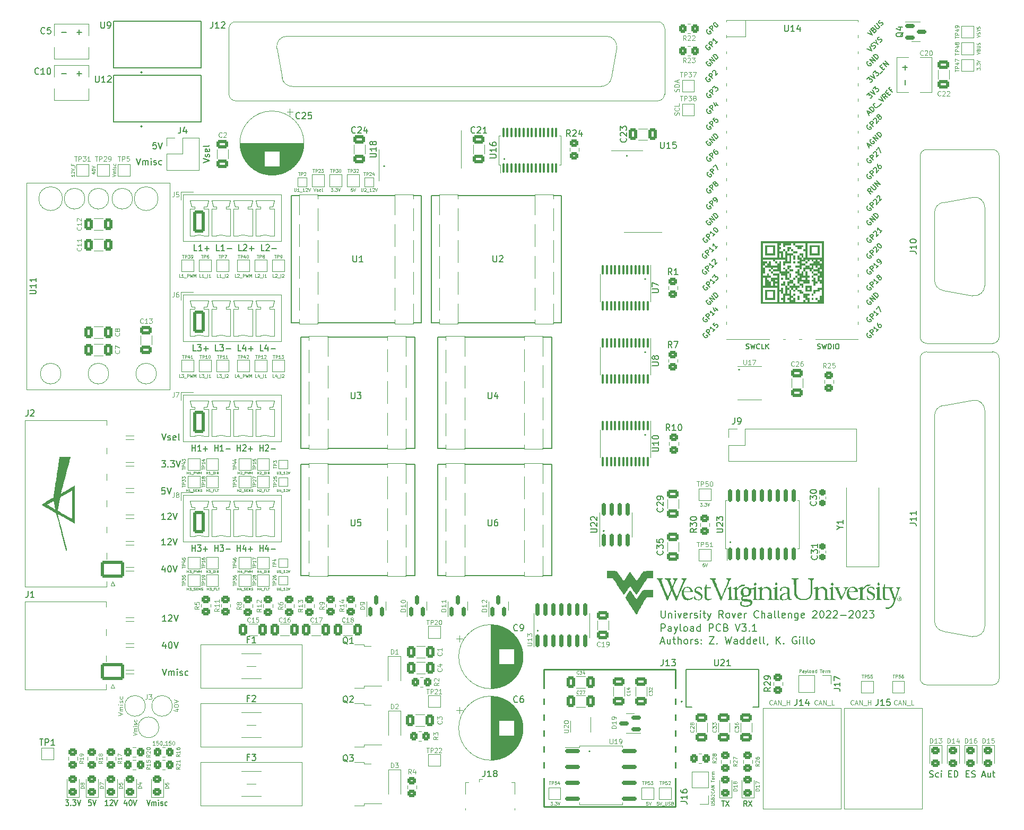
<source format=gto>
%TF.GenerationSoftware,KiCad,Pcbnew,(6.0.1)*%
%TF.CreationDate,2023-04-18T18:32:32-04:00*%
%TF.ProjectId,Payload_PCB_v3.1,5061796c-6f61-4645-9f50-43425f76332e,rev?*%
%TF.SameCoordinates,Original*%
%TF.FileFunction,Legend,Top*%
%TF.FilePolarity,Positive*%
%FSLAX46Y46*%
G04 Gerber Fmt 4.6, Leading zero omitted, Abs format (unit mm)*
G04 Created by KiCad (PCBNEW (6.0.1)) date 2023-04-18 18:32:32*
%MOMM*%
%LPD*%
G01*
G04 APERTURE LIST*
G04 Aperture macros list*
%AMRoundRect*
0 Rectangle with rounded corners*
0 $1 Rounding radius*
0 $2 $3 $4 $5 $6 $7 $8 $9 X,Y pos of 4 corners*
0 Add a 4 corners polygon primitive as box body*
4,1,4,$2,$3,$4,$5,$6,$7,$8,$9,$2,$3,0*
0 Add four circle primitives for the rounded corners*
1,1,$1+$1,$2,$3*
1,1,$1+$1,$4,$5*
1,1,$1+$1,$6,$7*
1,1,$1+$1,$8,$9*
0 Add four rect primitives between the rounded corners*
20,1,$1+$1,$2,$3,$4,$5,0*
20,1,$1+$1,$4,$5,$6,$7,0*
20,1,$1+$1,$6,$7,$8,$9,0*
20,1,$1+$1,$8,$9,$2,$3,0*%
G04 Aperture macros list end*
%ADD10C,0.202000*%
%ADD11C,0.100000*%
%ADD12C,0.175000*%
%ADD13C,0.085000*%
%ADD14C,0.150000*%
%ADD15C,0.125000*%
%ADD16C,0.200000*%
%ADD17C,0.120000*%
%ADD18C,0.127000*%
%ADD19C,0.254000*%
%ADD20R,2.000000X2.000000*%
%ADD21C,2.000000*%
%ADD22R,1.500000X1.500000*%
%ADD23RoundRect,0.250000X-0.650000X0.412500X-0.650000X-0.412500X0.650000X-0.412500X0.650000X0.412500X0*%
%ADD24RoundRect,0.100000X0.100000X-0.637500X0.100000X0.637500X-0.100000X0.637500X-0.100000X-0.637500X0*%
%ADD25RoundRect,0.250000X-0.450000X0.350000X-0.450000X-0.350000X0.450000X-0.350000X0.450000X0.350000X0*%
%ADD26R,1.700000X1.700000*%
%ADD27O,1.700000X1.700000*%
%ADD28R,0.400000X1.350000*%
%ADD29R,1.500000X1.900000*%
%ADD30O,1.200000X1.900000*%
%ADD31C,1.450000*%
%ADD32R,1.200000X1.900000*%
%ADD33RoundRect,0.250000X0.650000X-0.412500X0.650000X0.412500X-0.650000X0.412500X-0.650000X-0.412500X0*%
%ADD34C,1.803400*%
%ADD35RoundRect,0.250000X0.450000X-0.325000X0.450000X0.325000X-0.450000X0.325000X-0.450000X-0.325000X0*%
%ADD36C,2.780000*%
%ADD37RoundRect,0.250000X0.412500X0.650000X-0.412500X0.650000X-0.412500X-0.650000X0.412500X-0.650000X0*%
%ADD38RoundRect,0.250000X-0.350000X-0.450000X0.350000X-0.450000X0.350000X0.450000X-0.350000X0.450000X0*%
%ADD39RoundRect,0.250000X0.450000X-0.350000X0.450000X0.350000X-0.450000X0.350000X-0.450000X-0.350000X0*%
%ADD40RoundRect,0.250000X-0.412500X-0.650000X0.412500X-0.650000X0.412500X0.650000X-0.412500X0.650000X0*%
%ADD41R,1.000000X1.000000*%
%ADD42C,3.000000*%
%ADD43RoundRect,0.250001X1.599999X-1.099999X1.599999X1.099999X-1.599999X1.099999X-1.599999X-1.099999X0*%
%ADD44O,3.700000X2.700000*%
%ADD45R,2.717800X1.219200*%
%ADD46RoundRect,0.162500X-1.012500X-0.162500X1.012500X-0.162500X1.012500X0.162500X-1.012500X0.162500X0*%
%ADD47RoundRect,0.250000X-0.650000X-1.550000X0.650000X-1.550000X0.650000X1.550000X-0.650000X1.550000X0*%
%ADD48O,1.800000X3.600000*%
%ADD49RoundRect,0.250000X0.350000X0.450000X-0.350000X0.450000X-0.350000X-0.450000X0.350000X-0.450000X0*%
%ADD50RoundRect,0.100000X-0.100000X0.637500X-0.100000X-0.637500X0.100000X-0.637500X0.100000X0.637500X0*%
%ADD51RoundRect,0.150000X0.150000X-0.825000X0.150000X0.825000X-0.150000X0.825000X-0.150000X-0.825000X0*%
%ADD52C,4.000000*%
%ADD53R,1.600000X1.600000*%
%ADD54C,1.600000*%
%ADD55R,2.200000X1.200000*%
%ADD56R,6.400000X5.800000*%
%ADD57R,1.448000X1.448000*%
%ADD58C,1.448000*%
%ADD59RoundRect,0.250000X-0.450000X0.325000X-0.450000X-0.325000X0.450000X-0.325000X0.450000X0.325000X0*%
%ADD60RoundRect,0.150000X-0.587500X-0.150000X0.587500X-0.150000X0.587500X0.150000X-0.587500X0.150000X0*%
%ADD61RoundRect,0.150000X0.150000X-0.587500X0.150000X0.587500X-0.150000X0.587500X-0.150000X-0.587500X0*%
%ADD62C,5.600000*%
%ADD63R,1.500000X0.600000*%
%ADD64R,1.508000X1.508000*%
%ADD65C,1.508000*%
%ADD66R,2.100000X1.200000*%
%ADD67R,1.473200X0.355600*%
%ADD68R,3.200400X3.200400*%
%ADD69RoundRect,0.237500X0.237500X-0.300000X0.237500X0.300000X-0.237500X0.300000X-0.237500X-0.300000X0*%
%ADD70R,1.219200X2.717800*%
%ADD71RoundRect,0.237500X-0.237500X0.300000X-0.237500X-0.300000X0.237500X-0.300000X0.237500X0.300000X0*%
%ADD72R,1.200000X0.900000*%
%ADD73C,1.524000*%
%ADD74R,3.150000X1.524000*%
%ADD75RoundRect,0.150000X0.150000X-0.875000X0.150000X0.875000X-0.150000X0.875000X-0.150000X-0.875000X0*%
%ADD76R,3.500000X1.700000*%
%ADD77R,1.700000X3.500000*%
%ADD78R,0.650000X1.560000*%
%ADD79C,3.500000*%
%ADD80R,2.000000X4.500000*%
%ADD81R,0.600000X1.500000*%
%ADD82RoundRect,0.150000X0.587500X0.150000X-0.587500X0.150000X-0.587500X-0.150000X0.587500X-0.150000X0*%
G04 APERTURE END LIST*
D10*
X135991000Y-57404000D02*
G75*
G03*
X135991000Y-57404000I-101000J0D01*
G01*
X172059000Y-118618000D02*
G75*
G03*
X172059000Y-118618000I-101000J0D01*
G01*
X173456000Y-91059000D02*
G75*
G03*
X173456000Y-91059000I-101000J0D01*
G01*
X158470000Y-88265000D02*
G75*
G03*
X158470000Y-88265000I-101000J0D01*
G01*
X151866000Y-116840000D02*
G75*
G03*
X151866000Y-116840000I-101000J0D01*
G01*
X141325000Y-132780000D02*
G75*
G03*
X141325000Y-132780000I-101000J0D01*
G01*
X158470000Y-101473000D02*
G75*
G03*
X158470000Y-101473000I-101000J0D01*
G01*
X158470000Y-76581000D02*
G75*
G03*
X158470000Y-76581000I-101000J0D01*
G01*
X116814000Y-58547000D02*
G75*
G03*
X116814000Y-58547000I-101000J0D01*
G01*
X155549000Y-56896000D02*
G75*
G03*
X155549000Y-56896000I-101000J0D01*
G01*
X149580000Y-152019000D02*
G75*
G03*
X149580000Y-152019000I-101000J0D01*
G01*
D11*
X93138761Y-76299190D02*
X92900666Y-76299190D01*
X92900666Y-75799190D01*
X93281619Y-75846809D02*
X93305428Y-75823000D01*
X93353047Y-75799190D01*
X93472095Y-75799190D01*
X93519714Y-75823000D01*
X93543523Y-75846809D01*
X93567333Y-75894428D01*
X93567333Y-75942047D01*
X93543523Y-76013476D01*
X93257809Y-76299190D01*
X93567333Y-76299190D01*
X93662571Y-76346809D02*
X94043523Y-76346809D01*
X94162571Y-76299190D02*
X94162571Y-75799190D01*
X94353047Y-75799190D01*
X94400666Y-75823000D01*
X94424476Y-75846809D01*
X94448285Y-75894428D01*
X94448285Y-75965857D01*
X94424476Y-76013476D01*
X94400666Y-76037285D01*
X94353047Y-76061095D01*
X94162571Y-76061095D01*
X94614952Y-75799190D02*
X94734000Y-76299190D01*
X94829238Y-75942047D01*
X94924476Y-76299190D01*
X95043523Y-75799190D01*
X95234000Y-76299190D02*
X95234000Y-75799190D01*
X95400666Y-76156333D01*
X95567333Y-75799190D01*
X95567333Y-76299190D01*
X102370095Y-62083190D02*
X102370095Y-62487952D01*
X102393904Y-62535571D01*
X102417714Y-62559380D01*
X102465333Y-62583190D01*
X102560571Y-62583190D01*
X102608190Y-62559380D01*
X102632000Y-62535571D01*
X102655809Y-62487952D01*
X102655809Y-62083190D01*
X103155809Y-62583190D02*
X102870095Y-62583190D01*
X103012952Y-62583190D02*
X103012952Y-62083190D01*
X102965333Y-62154619D01*
X102917714Y-62202238D01*
X102870095Y-62226047D01*
X103251047Y-62630809D02*
X103632000Y-62630809D01*
X104012952Y-62583190D02*
X103727238Y-62583190D01*
X103870095Y-62583190D02*
X103870095Y-62083190D01*
X103822476Y-62154619D01*
X103774857Y-62202238D01*
X103727238Y-62226047D01*
X104203428Y-62130809D02*
X104227238Y-62107000D01*
X104274857Y-62083190D01*
X104393904Y-62083190D01*
X104441523Y-62107000D01*
X104465333Y-62130809D01*
X104489142Y-62178428D01*
X104489142Y-62226047D01*
X104465333Y-62297476D01*
X104179619Y-62583190D01*
X104489142Y-62583190D01*
X104632000Y-62083190D02*
X104798666Y-62583190D01*
X104965333Y-62083190D01*
X99191047Y-92301190D02*
X98952952Y-92301190D01*
X98952952Y-91801190D01*
X99572000Y-91967857D02*
X99572000Y-92301190D01*
X99452952Y-91777380D02*
X99333904Y-92134523D01*
X99643428Y-92134523D01*
X99714857Y-92348809D02*
X100095809Y-92348809D01*
X100214857Y-92301190D02*
X100214857Y-91801190D01*
X100429142Y-91848809D02*
X100452952Y-91825000D01*
X100500571Y-91801190D01*
X100619619Y-91801190D01*
X100667238Y-91825000D01*
X100691047Y-91848809D01*
X100714857Y-91896428D01*
X100714857Y-91944047D01*
X100691047Y-92015476D01*
X100405333Y-92301190D01*
X100714857Y-92301190D01*
D12*
X86067142Y-120086380D02*
X86067142Y-119086380D01*
X86067142Y-119562571D02*
X86581428Y-119562571D01*
X86581428Y-120086380D02*
X86581428Y-119086380D01*
X86924285Y-119086380D02*
X87481428Y-119086380D01*
X87181428Y-119467333D01*
X87310000Y-119467333D01*
X87395714Y-119514952D01*
X87438571Y-119562571D01*
X87481428Y-119657809D01*
X87481428Y-119895904D01*
X87438571Y-119991142D01*
X87395714Y-120038761D01*
X87310000Y-120086380D01*
X87052857Y-120086380D01*
X86967142Y-120038761D01*
X86924285Y-119991142D01*
X87867142Y-119705428D02*
X88552857Y-119705428D01*
X88210000Y-120086380D02*
X88210000Y-119324476D01*
X89667142Y-120086380D02*
X89667142Y-119086380D01*
X89667142Y-119562571D02*
X90181428Y-119562571D01*
X90181428Y-120086380D02*
X90181428Y-119086380D01*
X90524285Y-119086380D02*
X91081428Y-119086380D01*
X90781428Y-119467333D01*
X90910000Y-119467333D01*
X90995714Y-119514952D01*
X91038571Y-119562571D01*
X91081428Y-119657809D01*
X91081428Y-119895904D01*
X91038571Y-119991142D01*
X90995714Y-120038761D01*
X90910000Y-120086380D01*
X90652857Y-120086380D01*
X90567142Y-120038761D01*
X90524285Y-119991142D01*
X91467142Y-119705428D02*
X92152857Y-119705428D01*
X93267142Y-120086380D02*
X93267142Y-119086380D01*
X93267142Y-119562571D02*
X93781428Y-119562571D01*
X93781428Y-120086380D02*
X93781428Y-119086380D01*
X94595714Y-119419714D02*
X94595714Y-120086380D01*
X94381428Y-119038761D02*
X94167142Y-119753047D01*
X94724285Y-119753047D01*
X95067142Y-119705428D02*
X95752857Y-119705428D01*
X95410000Y-120086380D02*
X95410000Y-119324476D01*
X96867142Y-120086380D02*
X96867142Y-119086380D01*
X96867142Y-119562571D02*
X97381428Y-119562571D01*
X97381428Y-120086380D02*
X97381428Y-119086380D01*
X98195714Y-119419714D02*
X98195714Y-120086380D01*
X97981428Y-119038761D02*
X97767142Y-119753047D01*
X98324285Y-119753047D01*
X98667142Y-119705428D02*
X99352857Y-119705428D01*
D13*
X99574476Y-110143952D02*
X99574476Y-110467761D01*
X99593523Y-110505857D01*
X99612571Y-110524904D01*
X99650666Y-110543952D01*
X99726857Y-110543952D01*
X99764952Y-110524904D01*
X99784000Y-110505857D01*
X99803047Y-110467761D01*
X99803047Y-110143952D01*
X100164952Y-110277285D02*
X100164952Y-110543952D01*
X100069714Y-110124904D02*
X99974476Y-110410619D01*
X100222095Y-110410619D01*
X100279238Y-110582047D02*
X100584000Y-110582047D01*
X100888761Y-110543952D02*
X100660190Y-110543952D01*
X100774476Y-110543952D02*
X100774476Y-110143952D01*
X100736380Y-110201095D01*
X100698285Y-110239190D01*
X100660190Y-110258238D01*
X101041142Y-110182047D02*
X101060190Y-110163000D01*
X101098285Y-110143952D01*
X101193523Y-110143952D01*
X101231619Y-110163000D01*
X101250666Y-110182047D01*
X101269714Y-110220142D01*
X101269714Y-110258238D01*
X101250666Y-110315380D01*
X101022095Y-110543952D01*
X101269714Y-110543952D01*
X101384000Y-110143952D02*
X101517333Y-110543952D01*
X101650666Y-110143952D01*
D14*
X81200809Y-105624380D02*
X81819857Y-105624380D01*
X81486523Y-106005333D01*
X81629380Y-106005333D01*
X81724619Y-106052952D01*
X81772238Y-106100571D01*
X81819857Y-106195809D01*
X81819857Y-106433904D01*
X81772238Y-106529142D01*
X81724619Y-106576761D01*
X81629380Y-106624380D01*
X81343666Y-106624380D01*
X81248428Y-106576761D01*
X81200809Y-106529142D01*
X82248428Y-106529142D02*
X82296047Y-106576761D01*
X82248428Y-106624380D01*
X82200809Y-106576761D01*
X82248428Y-106529142D01*
X82248428Y-106624380D01*
X82629380Y-105624380D02*
X83248428Y-105624380D01*
X82915095Y-106005333D01*
X83057952Y-106005333D01*
X83153190Y-106052952D01*
X83200809Y-106100571D01*
X83248428Y-106195809D01*
X83248428Y-106433904D01*
X83200809Y-106529142D01*
X83153190Y-106576761D01*
X83057952Y-106624380D01*
X82772238Y-106624380D01*
X82677000Y-106576761D01*
X82629380Y-106529142D01*
X83534142Y-105624380D02*
X83867476Y-106624380D01*
X84200809Y-105624380D01*
X203771619Y-156106761D02*
X203914476Y-156154380D01*
X204152571Y-156154380D01*
X204247809Y-156106761D01*
X204295428Y-156059142D01*
X204343047Y-155963904D01*
X204343047Y-155868666D01*
X204295428Y-155773428D01*
X204247809Y-155725809D01*
X204152571Y-155678190D01*
X203962095Y-155630571D01*
X203866857Y-155582952D01*
X203819238Y-155535333D01*
X203771619Y-155440095D01*
X203771619Y-155344857D01*
X203819238Y-155249619D01*
X203866857Y-155202000D01*
X203962095Y-155154380D01*
X204200190Y-155154380D01*
X204343047Y-155202000D01*
X205200190Y-156106761D02*
X205104952Y-156154380D01*
X204914476Y-156154380D01*
X204819238Y-156106761D01*
X204771619Y-156059142D01*
X204724000Y-155963904D01*
X204724000Y-155678190D01*
X204771619Y-155582952D01*
X204819238Y-155535333D01*
X204914476Y-155487714D01*
X205104952Y-155487714D01*
X205200190Y-155535333D01*
X205628761Y-156154380D02*
X205628761Y-155487714D01*
X205628761Y-155154380D02*
X205581142Y-155202000D01*
X205628761Y-155249619D01*
X205676380Y-155202000D01*
X205628761Y-155154380D01*
X205628761Y-155249619D01*
D11*
X96397047Y-76299190D02*
X96158952Y-76299190D01*
X96158952Y-75799190D01*
X96539904Y-75846809D02*
X96563714Y-75823000D01*
X96611333Y-75799190D01*
X96730380Y-75799190D01*
X96778000Y-75823000D01*
X96801809Y-75846809D01*
X96825619Y-75894428D01*
X96825619Y-75942047D01*
X96801809Y-76013476D01*
X96516095Y-76299190D01*
X96825619Y-76299190D01*
X96920857Y-76346809D02*
X97301809Y-76346809D01*
X97420857Y-76299190D02*
X97420857Y-75799190D01*
X97920857Y-76299190D02*
X97635142Y-76299190D01*
X97778000Y-76299190D02*
X97778000Y-75799190D01*
X97730380Y-75870619D01*
X97682761Y-75918238D01*
X97635142Y-75942047D01*
D15*
X198572571Y-144539857D02*
X198536857Y-144575571D01*
X198429714Y-144611285D01*
X198358285Y-144611285D01*
X198251142Y-144575571D01*
X198179714Y-144504142D01*
X198144000Y-144432714D01*
X198108285Y-144289857D01*
X198108285Y-144182714D01*
X198144000Y-144039857D01*
X198179714Y-143968428D01*
X198251142Y-143897000D01*
X198358285Y-143861285D01*
X198429714Y-143861285D01*
X198536857Y-143897000D01*
X198572571Y-143932714D01*
X198858285Y-144397000D02*
X199215428Y-144397000D01*
X198786857Y-144611285D02*
X199036857Y-143861285D01*
X199286857Y-144611285D01*
X199536857Y-144611285D02*
X199536857Y-143861285D01*
X199965428Y-144611285D01*
X199965428Y-143861285D01*
X200144000Y-144682714D02*
X200715428Y-144682714D01*
X201251142Y-144611285D02*
X200894000Y-144611285D01*
X200894000Y-143861285D01*
D14*
X81708714Y-122721714D02*
X81708714Y-123388380D01*
X81470619Y-122340761D02*
X81232523Y-123055047D01*
X81851571Y-123055047D01*
X82423000Y-122388380D02*
X82518238Y-122388380D01*
X82613476Y-122436000D01*
X82661095Y-122483619D01*
X82708714Y-122578857D01*
X82756333Y-122769333D01*
X82756333Y-123007428D01*
X82708714Y-123197904D01*
X82661095Y-123293142D01*
X82613476Y-123340761D01*
X82518238Y-123388380D01*
X82423000Y-123388380D01*
X82327761Y-123340761D01*
X82280142Y-123293142D01*
X82232523Y-123197904D01*
X82184904Y-123007428D01*
X82184904Y-122769333D01*
X82232523Y-122578857D01*
X82280142Y-122483619D01*
X82327761Y-122436000D01*
X82423000Y-122388380D01*
X83042047Y-122388380D02*
X83375380Y-123388380D01*
X83708714Y-122388380D01*
D11*
X80134000Y-151020428D02*
X79791142Y-151020428D01*
X79962571Y-151020428D02*
X79962571Y-150420428D01*
X79905428Y-150506142D01*
X79848285Y-150563285D01*
X79791142Y-150591857D01*
X80676857Y-150420428D02*
X80391142Y-150420428D01*
X80362571Y-150706142D01*
X80391142Y-150677571D01*
X80448285Y-150649000D01*
X80591142Y-150649000D01*
X80648285Y-150677571D01*
X80676857Y-150706142D01*
X80705428Y-150763285D01*
X80705428Y-150906142D01*
X80676857Y-150963285D01*
X80648285Y-150991857D01*
X80591142Y-151020428D01*
X80448285Y-151020428D01*
X80391142Y-150991857D01*
X80362571Y-150963285D01*
X81076857Y-150420428D02*
X81134000Y-150420428D01*
X81191142Y-150449000D01*
X81219714Y-150477571D01*
X81248285Y-150534714D01*
X81276857Y-150649000D01*
X81276857Y-150791857D01*
X81248285Y-150906142D01*
X81219714Y-150963285D01*
X81191142Y-150991857D01*
X81134000Y-151020428D01*
X81076857Y-151020428D01*
X81019714Y-150991857D01*
X80991142Y-150963285D01*
X80962571Y-150906142D01*
X80934000Y-150791857D01*
X80934000Y-150649000D01*
X80962571Y-150534714D01*
X80991142Y-150477571D01*
X81019714Y-150449000D01*
X81076857Y-150420428D01*
X81562571Y-150991857D02*
X81562571Y-151020428D01*
X81534000Y-151077571D01*
X81505428Y-151106142D01*
X82134000Y-151020428D02*
X81791142Y-151020428D01*
X81962571Y-151020428D02*
X81962571Y-150420428D01*
X81905428Y-150506142D01*
X81848285Y-150563285D01*
X81791142Y-150591857D01*
X82676857Y-150420428D02*
X82391142Y-150420428D01*
X82362571Y-150706142D01*
X82391142Y-150677571D01*
X82448285Y-150649000D01*
X82591142Y-150649000D01*
X82648285Y-150677571D01*
X82676857Y-150706142D01*
X82705428Y-150763285D01*
X82705428Y-150906142D01*
X82676857Y-150963285D01*
X82648285Y-150991857D01*
X82591142Y-151020428D01*
X82448285Y-151020428D01*
X82391142Y-150991857D01*
X82362571Y-150963285D01*
X83076857Y-150420428D02*
X83134000Y-150420428D01*
X83191142Y-150449000D01*
X83219714Y-150477571D01*
X83248285Y-150534714D01*
X83276857Y-150649000D01*
X83276857Y-150791857D01*
X83248285Y-150906142D01*
X83219714Y-150963285D01*
X83191142Y-150991857D01*
X83134000Y-151020428D01*
X83076857Y-151020428D01*
X83019714Y-150991857D01*
X82991142Y-150963285D01*
X82962571Y-150906142D01*
X82934000Y-150791857D01*
X82934000Y-150649000D01*
X82962571Y-150534714D01*
X82991142Y-150477571D01*
X83019714Y-150449000D01*
X83076857Y-150420428D01*
D13*
X88328619Y-123497952D02*
X88328619Y-123097952D01*
X88328619Y-123288428D02*
X88557190Y-123288428D01*
X88557190Y-123497952D02*
X88557190Y-123097952D01*
X88709571Y-123097952D02*
X88957190Y-123097952D01*
X88823857Y-123250333D01*
X88881000Y-123250333D01*
X88919095Y-123269380D01*
X88938142Y-123288428D01*
X88957190Y-123326523D01*
X88957190Y-123421761D01*
X88938142Y-123459857D01*
X88919095Y-123478904D01*
X88881000Y-123497952D01*
X88766714Y-123497952D01*
X88728619Y-123478904D01*
X88709571Y-123459857D01*
X89033380Y-123536047D02*
X89338142Y-123536047D01*
X89433380Y-123497952D02*
X89433380Y-123097952D01*
X89528619Y-123097952D01*
X89585761Y-123117000D01*
X89623857Y-123155095D01*
X89642904Y-123193190D01*
X89661952Y-123269380D01*
X89661952Y-123326523D01*
X89642904Y-123402714D01*
X89623857Y-123440809D01*
X89585761Y-123478904D01*
X89528619Y-123497952D01*
X89433380Y-123497952D01*
X89833380Y-123497952D02*
X89833380Y-123097952D01*
X90252428Y-123497952D02*
X90119095Y-123307476D01*
X90023857Y-123497952D02*
X90023857Y-123097952D01*
X90176238Y-123097952D01*
X90214333Y-123117000D01*
X90233380Y-123136047D01*
X90252428Y-123174142D01*
X90252428Y-123231285D01*
X90233380Y-123269380D01*
X90214333Y-123288428D01*
X90176238Y-123307476D01*
X90023857Y-123307476D01*
D14*
X80341261Y-54784380D02*
X79865071Y-54784380D01*
X79817452Y-55260571D01*
X79865071Y-55212952D01*
X79960309Y-55165333D01*
X80198404Y-55165333D01*
X80293642Y-55212952D01*
X80341261Y-55260571D01*
X80388880Y-55355809D01*
X80388880Y-55593904D01*
X80341261Y-55689142D01*
X80293642Y-55736761D01*
X80198404Y-55784380D01*
X79960309Y-55784380D01*
X79865071Y-55736761D01*
X79817452Y-55689142D01*
X80674595Y-54784380D02*
X81007928Y-55784380D01*
X81341261Y-54784380D01*
X65875047Y-159806142D02*
X66370285Y-159806142D01*
X66103619Y-160149000D01*
X66217904Y-160149000D01*
X66294095Y-160191857D01*
X66332190Y-160234714D01*
X66370285Y-160320428D01*
X66370285Y-160534714D01*
X66332190Y-160620428D01*
X66294095Y-160663285D01*
X66217904Y-160706142D01*
X65989333Y-160706142D01*
X65913142Y-160663285D01*
X65875047Y-160620428D01*
X66713142Y-160620428D02*
X66751238Y-160663285D01*
X66713142Y-160706142D01*
X66675047Y-160663285D01*
X66713142Y-160620428D01*
X66713142Y-160706142D01*
X67017904Y-159806142D02*
X67513142Y-159806142D01*
X67246476Y-160149000D01*
X67360761Y-160149000D01*
X67436952Y-160191857D01*
X67475047Y-160234714D01*
X67513142Y-160320428D01*
X67513142Y-160534714D01*
X67475047Y-160620428D01*
X67436952Y-160663285D01*
X67360761Y-160706142D01*
X67132190Y-160706142D01*
X67056000Y-160663285D01*
X67017904Y-160620428D01*
X67741714Y-159806142D02*
X68008380Y-160706142D01*
X68275047Y-159806142D01*
X81248428Y-101306380D02*
X81581761Y-102306380D01*
X81915095Y-101306380D01*
X82200809Y-102258761D02*
X82296047Y-102306380D01*
X82486523Y-102306380D01*
X82581761Y-102258761D01*
X82629380Y-102163523D01*
X82629380Y-102115904D01*
X82581761Y-102020666D01*
X82486523Y-101973047D01*
X82343666Y-101973047D01*
X82248428Y-101925428D01*
X82200809Y-101830190D01*
X82200809Y-101782571D01*
X82248428Y-101687333D01*
X82343666Y-101639714D01*
X82486523Y-101639714D01*
X82581761Y-101687333D01*
X83438904Y-102258761D02*
X83343666Y-102306380D01*
X83153190Y-102306380D01*
X83057952Y-102258761D01*
X83010333Y-102163523D01*
X83010333Y-101782571D01*
X83057952Y-101687333D01*
X83153190Y-101639714D01*
X83343666Y-101639714D01*
X83438904Y-101687333D01*
X83486523Y-101782571D01*
X83486523Y-101877809D01*
X83010333Y-101973047D01*
X84057952Y-102306380D02*
X83962714Y-102258761D01*
X83915095Y-102163523D01*
X83915095Y-101306380D01*
D13*
X85131428Y-110543952D02*
X85131428Y-110143952D01*
X85131428Y-110334428D02*
X85360000Y-110334428D01*
X85360000Y-110543952D02*
X85360000Y-110143952D01*
X85760000Y-110543952D02*
X85531428Y-110543952D01*
X85645714Y-110543952D02*
X85645714Y-110143952D01*
X85607619Y-110201095D01*
X85569523Y-110239190D01*
X85531428Y-110258238D01*
X85836190Y-110582047D02*
X86140952Y-110582047D01*
X86217142Y-110524904D02*
X86274285Y-110543952D01*
X86369523Y-110543952D01*
X86407619Y-110524904D01*
X86426666Y-110505857D01*
X86445714Y-110467761D01*
X86445714Y-110429666D01*
X86426666Y-110391571D01*
X86407619Y-110372523D01*
X86369523Y-110353476D01*
X86293333Y-110334428D01*
X86255238Y-110315380D01*
X86236190Y-110296333D01*
X86217142Y-110258238D01*
X86217142Y-110220142D01*
X86236190Y-110182047D01*
X86255238Y-110163000D01*
X86293333Y-110143952D01*
X86388571Y-110143952D01*
X86445714Y-110163000D01*
X86617142Y-110334428D02*
X86750476Y-110334428D01*
X86807619Y-110543952D02*
X86617142Y-110543952D01*
X86617142Y-110143952D01*
X86807619Y-110143952D01*
X86979047Y-110543952D02*
X86979047Y-110143952D01*
X87207619Y-110543952D01*
X87207619Y-110143952D01*
X87379047Y-110524904D02*
X87436190Y-110543952D01*
X87531428Y-110543952D01*
X87569523Y-110524904D01*
X87588571Y-110505857D01*
X87607619Y-110467761D01*
X87607619Y-110429666D01*
X87588571Y-110391571D01*
X87569523Y-110372523D01*
X87531428Y-110353476D01*
X87455238Y-110334428D01*
X87417142Y-110315380D01*
X87398095Y-110296333D01*
X87379047Y-110258238D01*
X87379047Y-110220142D01*
X87398095Y-110182047D01*
X87417142Y-110163000D01*
X87455238Y-110143952D01*
X87550476Y-110143952D01*
X87607619Y-110163000D01*
D14*
X212129809Y-155868666D02*
X212606000Y-155868666D01*
X212034571Y-156154380D02*
X212367904Y-155154380D01*
X212701238Y-156154380D01*
X213463142Y-155487714D02*
X213463142Y-156154380D01*
X213034571Y-155487714D02*
X213034571Y-156011523D01*
X213082190Y-156106761D01*
X213177428Y-156154380D01*
X213320285Y-156154380D01*
X213415523Y-156106761D01*
X213463142Y-156059142D01*
X213796476Y-155487714D02*
X214177428Y-155487714D01*
X213939333Y-155154380D02*
X213939333Y-156011523D01*
X213986952Y-156106761D01*
X214082190Y-156154380D01*
X214177428Y-156154380D01*
D11*
X167798761Y-122027190D02*
X167560666Y-122027190D01*
X167536857Y-122265285D01*
X167560666Y-122241476D01*
X167608285Y-122217666D01*
X167727333Y-122217666D01*
X167774952Y-122241476D01*
X167798761Y-122265285D01*
X167822571Y-122312904D01*
X167822571Y-122431952D01*
X167798761Y-122479571D01*
X167774952Y-122503380D01*
X167727333Y-122527190D01*
X167608285Y-122527190D01*
X167560666Y-122503380D01*
X167536857Y-122479571D01*
X167965428Y-122027190D02*
X168132095Y-122527190D01*
X168298761Y-122027190D01*
D13*
X96456619Y-123497952D02*
X96456619Y-123097952D01*
X96456619Y-123288428D02*
X96685190Y-123288428D01*
X96685190Y-123497952D02*
X96685190Y-123097952D01*
X97047095Y-123231285D02*
X97047095Y-123497952D01*
X96951857Y-123078904D02*
X96856619Y-123364619D01*
X97104238Y-123364619D01*
X97161380Y-123536047D02*
X97466142Y-123536047D01*
X97561380Y-123497952D02*
X97561380Y-123097952D01*
X97656619Y-123097952D01*
X97713761Y-123117000D01*
X97751857Y-123155095D01*
X97770904Y-123193190D01*
X97789952Y-123269380D01*
X97789952Y-123326523D01*
X97770904Y-123402714D01*
X97751857Y-123440809D01*
X97713761Y-123478904D01*
X97656619Y-123497952D01*
X97561380Y-123497952D01*
X97961380Y-123497952D02*
X97961380Y-123097952D01*
X98380428Y-123497952D02*
X98247095Y-123307476D01*
X98151857Y-123497952D02*
X98151857Y-123097952D01*
X98304238Y-123097952D01*
X98342333Y-123117000D01*
X98361380Y-123136047D01*
X98380428Y-123174142D01*
X98380428Y-123231285D01*
X98361380Y-123269380D01*
X98342333Y-123288428D01*
X98304238Y-123307476D01*
X98151857Y-123307476D01*
D16*
X65278047Y-43759428D02*
X66039952Y-43759428D01*
D14*
X81803952Y-119070380D02*
X81232523Y-119070380D01*
X81518238Y-119070380D02*
X81518238Y-118070380D01*
X81423000Y-118213238D01*
X81327761Y-118308476D01*
X81232523Y-118356095D01*
X82184904Y-118165619D02*
X82232523Y-118118000D01*
X82327761Y-118070380D01*
X82565857Y-118070380D01*
X82661095Y-118118000D01*
X82708714Y-118165619D01*
X82756333Y-118260857D01*
X82756333Y-118356095D01*
X82708714Y-118498952D01*
X82137285Y-119070380D01*
X82756333Y-119070380D01*
X83042047Y-118070380D02*
X83375380Y-119070380D01*
X83708714Y-118070380D01*
D15*
X83405285Y-145315714D02*
X83905285Y-145315714D01*
X83119571Y-145494285D02*
X83655285Y-145672857D01*
X83655285Y-145208571D01*
X83155285Y-144780000D02*
X83155285Y-144708571D01*
X83191000Y-144637142D01*
X83226714Y-144601428D01*
X83298142Y-144565714D01*
X83441000Y-144530000D01*
X83619571Y-144530000D01*
X83762428Y-144565714D01*
X83833857Y-144601428D01*
X83869571Y-144637142D01*
X83905285Y-144708571D01*
X83905285Y-144780000D01*
X83869571Y-144851428D01*
X83833857Y-144887142D01*
X83762428Y-144922857D01*
X83619571Y-144958571D01*
X83441000Y-144958571D01*
X83298142Y-144922857D01*
X83226714Y-144887142D01*
X83191000Y-144851428D01*
X83155285Y-144780000D01*
X83155285Y-144315714D02*
X83905285Y-144065714D01*
X83155285Y-143815714D01*
D14*
X75628571Y-160106142D02*
X75628571Y-160706142D01*
X75438095Y-159763285D02*
X75247619Y-160406142D01*
X75742857Y-160406142D01*
X76200000Y-159806142D02*
X76276190Y-159806142D01*
X76352380Y-159849000D01*
X76390476Y-159891857D01*
X76428571Y-159977571D01*
X76466666Y-160149000D01*
X76466666Y-160363285D01*
X76428571Y-160534714D01*
X76390476Y-160620428D01*
X76352380Y-160663285D01*
X76276190Y-160706142D01*
X76200000Y-160706142D01*
X76123809Y-160663285D01*
X76085714Y-160620428D01*
X76047619Y-160534714D01*
X76009523Y-160363285D01*
X76009523Y-160149000D01*
X76047619Y-159977571D01*
X76085714Y-159891857D01*
X76123809Y-159849000D01*
X76200000Y-159806142D01*
X76695238Y-159806142D02*
X76961904Y-160706142D01*
X77228571Y-159806142D01*
D11*
X76633428Y-149451857D02*
X77233428Y-149251857D01*
X76633428Y-149051857D01*
X77233428Y-148851857D02*
X76833428Y-148851857D01*
X76890571Y-148851857D02*
X76862000Y-148823285D01*
X76833428Y-148766142D01*
X76833428Y-148680428D01*
X76862000Y-148623285D01*
X76919142Y-148594714D01*
X77233428Y-148594714D01*
X76919142Y-148594714D02*
X76862000Y-148566142D01*
X76833428Y-148509000D01*
X76833428Y-148423285D01*
X76862000Y-148366142D01*
X76919142Y-148337571D01*
X77233428Y-148337571D01*
X77233428Y-148051857D02*
X76833428Y-148051857D01*
X76633428Y-148051857D02*
X76662000Y-148080428D01*
X76690571Y-148051857D01*
X76662000Y-148023285D01*
X76633428Y-148051857D01*
X76690571Y-148051857D01*
X77204857Y-147794714D02*
X77233428Y-147737571D01*
X77233428Y-147623285D01*
X77204857Y-147566142D01*
X77147714Y-147537571D01*
X77119142Y-147537571D01*
X77062000Y-147566142D01*
X77033428Y-147623285D01*
X77033428Y-147709000D01*
X77004857Y-147766142D01*
X76947714Y-147794714D01*
X76919142Y-147794714D01*
X76862000Y-147766142D01*
X76833428Y-147709000D01*
X76833428Y-147623285D01*
X76862000Y-147566142D01*
X77204857Y-147023285D02*
X77233428Y-147080428D01*
X77233428Y-147194714D01*
X77204857Y-147251857D01*
X77176285Y-147280428D01*
X77119142Y-147309000D01*
X76947714Y-147309000D01*
X76890571Y-147280428D01*
X76862000Y-147251857D01*
X76833428Y-147194714D01*
X76833428Y-147080428D01*
X76862000Y-147023285D01*
D16*
X65278047Y-37155428D02*
X66039952Y-37155428D01*
D11*
X73386190Y-60217714D02*
X73886190Y-60051047D01*
X73386190Y-59884380D01*
X73886190Y-59717714D02*
X73552857Y-59717714D01*
X73600476Y-59717714D02*
X73576666Y-59693904D01*
X73552857Y-59646285D01*
X73552857Y-59574857D01*
X73576666Y-59527238D01*
X73624285Y-59503428D01*
X73886190Y-59503428D01*
X73624285Y-59503428D02*
X73576666Y-59479619D01*
X73552857Y-59432000D01*
X73552857Y-59360571D01*
X73576666Y-59312952D01*
X73624285Y-59289142D01*
X73886190Y-59289142D01*
X73886190Y-59051047D02*
X73552857Y-59051047D01*
X73386190Y-59051047D02*
X73410000Y-59074857D01*
X73433809Y-59051047D01*
X73410000Y-59027238D01*
X73386190Y-59051047D01*
X73433809Y-59051047D01*
X73862380Y-58836761D02*
X73886190Y-58789142D01*
X73886190Y-58693904D01*
X73862380Y-58646285D01*
X73814761Y-58622476D01*
X73790952Y-58622476D01*
X73743333Y-58646285D01*
X73719523Y-58693904D01*
X73719523Y-58765333D01*
X73695714Y-58812952D01*
X73648095Y-58836761D01*
X73624285Y-58836761D01*
X73576666Y-58812952D01*
X73552857Y-58765333D01*
X73552857Y-58693904D01*
X73576666Y-58646285D01*
X73862380Y-58193904D02*
X73886190Y-58241523D01*
X73886190Y-58336761D01*
X73862380Y-58384380D01*
X73838571Y-58408190D01*
X73790952Y-58432000D01*
X73648095Y-58432000D01*
X73600476Y-58408190D01*
X73576666Y-58384380D01*
X73552857Y-58336761D01*
X73552857Y-58241523D01*
X73576666Y-58193904D01*
D15*
X185872571Y-144539857D02*
X185836857Y-144575571D01*
X185729714Y-144611285D01*
X185658285Y-144611285D01*
X185551142Y-144575571D01*
X185479714Y-144504142D01*
X185444000Y-144432714D01*
X185408285Y-144289857D01*
X185408285Y-144182714D01*
X185444000Y-144039857D01*
X185479714Y-143968428D01*
X185551142Y-143897000D01*
X185658285Y-143861285D01*
X185729714Y-143861285D01*
X185836857Y-143897000D01*
X185872571Y-143932714D01*
X186158285Y-144397000D02*
X186515428Y-144397000D01*
X186086857Y-144611285D02*
X186336857Y-143861285D01*
X186586857Y-144611285D01*
X186836857Y-144611285D02*
X186836857Y-143861285D01*
X187265428Y-144611285D01*
X187265428Y-143861285D01*
X187444000Y-144682714D02*
X188015428Y-144682714D01*
X188551142Y-144611285D02*
X188194000Y-144611285D01*
X188194000Y-143861285D01*
D13*
X99574476Y-125891952D02*
X99574476Y-126215761D01*
X99593523Y-126253857D01*
X99612571Y-126272904D01*
X99650666Y-126291952D01*
X99726857Y-126291952D01*
X99764952Y-126272904D01*
X99784000Y-126253857D01*
X99803047Y-126215761D01*
X99803047Y-125891952D01*
X100164952Y-125891952D02*
X100088761Y-125891952D01*
X100050666Y-125911000D01*
X100031619Y-125930047D01*
X99993523Y-125987190D01*
X99974476Y-126063380D01*
X99974476Y-126215761D01*
X99993523Y-126253857D01*
X100012571Y-126272904D01*
X100050666Y-126291952D01*
X100126857Y-126291952D01*
X100164952Y-126272904D01*
X100184000Y-126253857D01*
X100203047Y-126215761D01*
X100203047Y-126120523D01*
X100184000Y-126082428D01*
X100164952Y-126063380D01*
X100126857Y-126044333D01*
X100050666Y-126044333D01*
X100012571Y-126063380D01*
X99993523Y-126082428D01*
X99974476Y-126120523D01*
X100279238Y-126330047D02*
X100584000Y-126330047D01*
X100888761Y-126291952D02*
X100660190Y-126291952D01*
X100774476Y-126291952D02*
X100774476Y-125891952D01*
X100736380Y-125949095D01*
X100698285Y-125987190D01*
X100660190Y-126006238D01*
X101041142Y-125930047D02*
X101060190Y-125911000D01*
X101098285Y-125891952D01*
X101193523Y-125891952D01*
X101231619Y-125911000D01*
X101250666Y-125930047D01*
X101269714Y-125968142D01*
X101269714Y-126006238D01*
X101250666Y-126063380D01*
X101022095Y-126291952D01*
X101269714Y-126291952D01*
X101384000Y-125891952D02*
X101517333Y-126291952D01*
X101650666Y-125891952D01*
D11*
X67282190Y-59896285D02*
X67282190Y-60182000D01*
X67282190Y-60039142D02*
X66782190Y-60039142D01*
X66853619Y-60086761D01*
X66901238Y-60134380D01*
X66925047Y-60182000D01*
X66829809Y-59705809D02*
X66806000Y-59682000D01*
X66782190Y-59634380D01*
X66782190Y-59515333D01*
X66806000Y-59467714D01*
X66829809Y-59443904D01*
X66877428Y-59420095D01*
X66925047Y-59420095D01*
X66996476Y-59443904D01*
X67282190Y-59729619D01*
X67282190Y-59420095D01*
X66782190Y-59277238D02*
X67282190Y-59110571D01*
X66782190Y-58943904D01*
X67329809Y-58896285D02*
X67329809Y-58515333D01*
X67020285Y-58229619D02*
X67020285Y-58396285D01*
X67282190Y-58396285D02*
X66782190Y-58396285D01*
X66782190Y-58158190D01*
D13*
X93373714Y-123497952D02*
X93373714Y-123097952D01*
X93373714Y-123288428D02*
X93602285Y-123288428D01*
X93602285Y-123497952D02*
X93602285Y-123097952D01*
X93964190Y-123231285D02*
X93964190Y-123497952D01*
X93868952Y-123078904D02*
X93773714Y-123364619D01*
X94021333Y-123364619D01*
X94078476Y-123536047D02*
X94383238Y-123536047D01*
X94478476Y-123497952D02*
X94478476Y-123097952D01*
X94630857Y-123097952D01*
X94668952Y-123117000D01*
X94688000Y-123136047D01*
X94707047Y-123174142D01*
X94707047Y-123231285D01*
X94688000Y-123269380D01*
X94668952Y-123288428D01*
X94630857Y-123307476D01*
X94478476Y-123307476D01*
X94840380Y-123097952D02*
X94935619Y-123497952D01*
X95011809Y-123212238D01*
X95088000Y-123497952D01*
X95183238Y-123097952D01*
X95335619Y-123497952D02*
X95335619Y-123097952D01*
X95468952Y-123383666D01*
X95602285Y-123097952D01*
X95602285Y-123497952D01*
D12*
X160860797Y-134557666D02*
X161408416Y-134557666D01*
X160751273Y-134886238D02*
X161134607Y-133736238D01*
X161517940Y-134886238D01*
X162394130Y-134119571D02*
X162394130Y-134886238D01*
X161901273Y-134119571D02*
X161901273Y-134721952D01*
X161956035Y-134831476D01*
X162065559Y-134886238D01*
X162229845Y-134886238D01*
X162339369Y-134831476D01*
X162394130Y-134776714D01*
X162777464Y-134119571D02*
X163215559Y-134119571D01*
X162941750Y-133736238D02*
X162941750Y-134721952D01*
X162996511Y-134831476D01*
X163106035Y-134886238D01*
X163215559Y-134886238D01*
X163598892Y-134886238D02*
X163598892Y-133736238D01*
X164091750Y-134886238D02*
X164091750Y-134283857D01*
X164036988Y-134174333D01*
X163927464Y-134119571D01*
X163763178Y-134119571D01*
X163653654Y-134174333D01*
X163598892Y-134229095D01*
X164803654Y-134886238D02*
X164694130Y-134831476D01*
X164639369Y-134776714D01*
X164584607Y-134667190D01*
X164584607Y-134338619D01*
X164639369Y-134229095D01*
X164694130Y-134174333D01*
X164803654Y-134119571D01*
X164967940Y-134119571D01*
X165077464Y-134174333D01*
X165132226Y-134229095D01*
X165186988Y-134338619D01*
X165186988Y-134667190D01*
X165132226Y-134776714D01*
X165077464Y-134831476D01*
X164967940Y-134886238D01*
X164803654Y-134886238D01*
X165679845Y-134886238D02*
X165679845Y-134119571D01*
X165679845Y-134338619D02*
X165734607Y-134229095D01*
X165789369Y-134174333D01*
X165898892Y-134119571D01*
X166008416Y-134119571D01*
X166336988Y-134831476D02*
X166446511Y-134886238D01*
X166665559Y-134886238D01*
X166775083Y-134831476D01*
X166829845Y-134721952D01*
X166829845Y-134667190D01*
X166775083Y-134557666D01*
X166665559Y-134502904D01*
X166501273Y-134502904D01*
X166391750Y-134448142D01*
X166336988Y-134338619D01*
X166336988Y-134283857D01*
X166391750Y-134174333D01*
X166501273Y-134119571D01*
X166665559Y-134119571D01*
X166775083Y-134174333D01*
X167322702Y-134776714D02*
X167377464Y-134831476D01*
X167322702Y-134886238D01*
X167267940Y-134831476D01*
X167322702Y-134776714D01*
X167322702Y-134886238D01*
X167322702Y-134174333D02*
X167377464Y-134229095D01*
X167322702Y-134283857D01*
X167267940Y-134229095D01*
X167322702Y-134174333D01*
X167322702Y-134283857D01*
X168636988Y-133736238D02*
X169403654Y-133736238D01*
X168636988Y-134886238D01*
X169403654Y-134886238D01*
X169841750Y-134776714D02*
X169896511Y-134831476D01*
X169841750Y-134886238D01*
X169786988Y-134831476D01*
X169841750Y-134776714D01*
X169841750Y-134886238D01*
X171156035Y-133736238D02*
X171429845Y-134886238D01*
X171648892Y-134064809D01*
X171867940Y-134886238D01*
X172141750Y-133736238D01*
X173072702Y-134886238D02*
X173072702Y-134283857D01*
X173017940Y-134174333D01*
X172908416Y-134119571D01*
X172689369Y-134119571D01*
X172579845Y-134174333D01*
X173072702Y-134831476D02*
X172963178Y-134886238D01*
X172689369Y-134886238D01*
X172579845Y-134831476D01*
X172525083Y-134721952D01*
X172525083Y-134612428D01*
X172579845Y-134502904D01*
X172689369Y-134448142D01*
X172963178Y-134448142D01*
X173072702Y-134393380D01*
X174113178Y-134886238D02*
X174113178Y-133736238D01*
X174113178Y-134831476D02*
X174003654Y-134886238D01*
X173784607Y-134886238D01*
X173675083Y-134831476D01*
X173620321Y-134776714D01*
X173565559Y-134667190D01*
X173565559Y-134338619D01*
X173620321Y-134229095D01*
X173675083Y-134174333D01*
X173784607Y-134119571D01*
X174003654Y-134119571D01*
X174113178Y-134174333D01*
X175153654Y-134886238D02*
X175153654Y-133736238D01*
X175153654Y-134831476D02*
X175044130Y-134886238D01*
X174825083Y-134886238D01*
X174715559Y-134831476D01*
X174660797Y-134776714D01*
X174606035Y-134667190D01*
X174606035Y-134338619D01*
X174660797Y-134229095D01*
X174715559Y-134174333D01*
X174825083Y-134119571D01*
X175044130Y-134119571D01*
X175153654Y-134174333D01*
X176139369Y-134831476D02*
X176029845Y-134886238D01*
X175810797Y-134886238D01*
X175701273Y-134831476D01*
X175646511Y-134721952D01*
X175646511Y-134283857D01*
X175701273Y-134174333D01*
X175810797Y-134119571D01*
X176029845Y-134119571D01*
X176139369Y-134174333D01*
X176194130Y-134283857D01*
X176194130Y-134393380D01*
X175646511Y-134502904D01*
X176851273Y-134886238D02*
X176741750Y-134831476D01*
X176686988Y-134721952D01*
X176686988Y-133736238D01*
X177453654Y-134886238D02*
X177344130Y-134831476D01*
X177289369Y-134721952D01*
X177289369Y-133736238D01*
X177946511Y-134831476D02*
X177946511Y-134886238D01*
X177891750Y-134995761D01*
X177836988Y-135050523D01*
X179315559Y-134886238D02*
X179315559Y-133736238D01*
X179972702Y-134886238D02*
X179479845Y-134229095D01*
X179972702Y-133736238D02*
X179315559Y-134393380D01*
X180465559Y-134776714D02*
X180520321Y-134831476D01*
X180465559Y-134886238D01*
X180410797Y-134831476D01*
X180465559Y-134776714D01*
X180465559Y-134886238D01*
X182491750Y-133791000D02*
X182382226Y-133736238D01*
X182217940Y-133736238D01*
X182053654Y-133791000D01*
X181944130Y-133900523D01*
X181889369Y-134010047D01*
X181834607Y-134229095D01*
X181834607Y-134393380D01*
X181889369Y-134612428D01*
X181944130Y-134721952D01*
X182053654Y-134831476D01*
X182217940Y-134886238D01*
X182327464Y-134886238D01*
X182491750Y-134831476D01*
X182546511Y-134776714D01*
X182546511Y-134393380D01*
X182327464Y-134393380D01*
X183039369Y-134886238D02*
X183039369Y-134119571D01*
X183039369Y-133736238D02*
X182984607Y-133791000D01*
X183039369Y-133845761D01*
X183094130Y-133791000D01*
X183039369Y-133736238D01*
X183039369Y-133845761D01*
X183751273Y-134886238D02*
X183641750Y-134831476D01*
X183586988Y-134721952D01*
X183586988Y-133736238D01*
X184353654Y-134886238D02*
X184244130Y-134831476D01*
X184189369Y-134721952D01*
X184189369Y-133736238D01*
X184956035Y-134886238D02*
X184846511Y-134831476D01*
X184791750Y-134776714D01*
X184736988Y-134667190D01*
X184736988Y-134338619D01*
X184791750Y-134229095D01*
X184846511Y-134174333D01*
X184956035Y-134119571D01*
X185120321Y-134119571D01*
X185229845Y-134174333D01*
X185284607Y-134229095D01*
X185339369Y-134338619D01*
X185339369Y-134667190D01*
X185284607Y-134776714D01*
X185229845Y-134831476D01*
X185120321Y-134886238D01*
X184956035Y-134886238D01*
D11*
X168890190Y-160666571D02*
X169294952Y-160666571D01*
X169342571Y-160642761D01*
X169366380Y-160618952D01*
X169390190Y-160571333D01*
X169390190Y-160476095D01*
X169366380Y-160428476D01*
X169342571Y-160404666D01*
X169294952Y-160380857D01*
X168890190Y-160380857D01*
X169366380Y-160166571D02*
X169390190Y-160095142D01*
X169390190Y-159976095D01*
X169366380Y-159928476D01*
X169342571Y-159904666D01*
X169294952Y-159880857D01*
X169247333Y-159880857D01*
X169199714Y-159904666D01*
X169175904Y-159928476D01*
X169152095Y-159976095D01*
X169128285Y-160071333D01*
X169104476Y-160118952D01*
X169080666Y-160142761D01*
X169033047Y-160166571D01*
X168985428Y-160166571D01*
X168937809Y-160142761D01*
X168914000Y-160118952D01*
X168890190Y-160071333D01*
X168890190Y-159952285D01*
X168914000Y-159880857D01*
X169128285Y-159499904D02*
X169152095Y-159428476D01*
X169175904Y-159404666D01*
X169223523Y-159380857D01*
X169294952Y-159380857D01*
X169342571Y-159404666D01*
X169366380Y-159428476D01*
X169390190Y-159476095D01*
X169390190Y-159666571D01*
X168890190Y-159666571D01*
X168890190Y-159499904D01*
X168914000Y-159452285D01*
X168937809Y-159428476D01*
X168985428Y-159404666D01*
X169033047Y-159404666D01*
X169080666Y-159428476D01*
X169104476Y-159452285D01*
X169128285Y-159499904D01*
X169128285Y-159666571D01*
X168937809Y-159190380D02*
X168914000Y-159166571D01*
X168890190Y-159118952D01*
X168890190Y-158999904D01*
X168914000Y-158952285D01*
X168937809Y-158928476D01*
X168985428Y-158904666D01*
X169033047Y-158904666D01*
X169104476Y-158928476D01*
X169390190Y-159214190D01*
X169390190Y-158904666D01*
X169342571Y-158404666D02*
X169366380Y-158428476D01*
X169390190Y-158499904D01*
X169390190Y-158547523D01*
X169366380Y-158618952D01*
X169318761Y-158666571D01*
X169271142Y-158690380D01*
X169175904Y-158714190D01*
X169104476Y-158714190D01*
X169009238Y-158690380D01*
X168961619Y-158666571D01*
X168914000Y-158618952D01*
X168890190Y-158547523D01*
X168890190Y-158499904D01*
X168914000Y-158428476D01*
X168937809Y-158404666D01*
X169247333Y-158214190D02*
X169247333Y-157976095D01*
X169390190Y-158261809D02*
X168890190Y-158095142D01*
X169390190Y-157928476D01*
X169390190Y-157761809D02*
X168890190Y-157761809D01*
X169390190Y-157476095D01*
X168890190Y-157476095D01*
X168890190Y-156928476D02*
X168890190Y-156642761D01*
X169390190Y-156785619D02*
X168890190Y-156785619D01*
X169366380Y-156285619D02*
X169390190Y-156333238D01*
X169390190Y-156428476D01*
X169366380Y-156476095D01*
X169318761Y-156499904D01*
X169128285Y-156499904D01*
X169080666Y-156476095D01*
X169056857Y-156428476D01*
X169056857Y-156333238D01*
X169080666Y-156285619D01*
X169128285Y-156261809D01*
X169175904Y-156261809D01*
X169223523Y-156499904D01*
X169390190Y-156047523D02*
X169056857Y-156047523D01*
X169152095Y-156047523D02*
X169104476Y-156023714D01*
X169080666Y-155999904D01*
X169056857Y-155952285D01*
X169056857Y-155904666D01*
X169390190Y-155738000D02*
X169056857Y-155738000D01*
X169104476Y-155738000D02*
X169080666Y-155714190D01*
X169056857Y-155666571D01*
X169056857Y-155595142D01*
X169080666Y-155547523D01*
X169128285Y-155523714D01*
X169390190Y-155523714D01*
X169128285Y-155523714D02*
X169080666Y-155499904D01*
X169056857Y-155452285D01*
X169056857Y-155380857D01*
X169080666Y-155333238D01*
X169128285Y-155309428D01*
X169390190Y-155309428D01*
X93138761Y-92301190D02*
X92900666Y-92301190D01*
X92900666Y-91801190D01*
X93519714Y-91967857D02*
X93519714Y-92301190D01*
X93400666Y-91777380D02*
X93281619Y-92134523D01*
X93591142Y-92134523D01*
X93662571Y-92348809D02*
X94043523Y-92348809D01*
X94162571Y-92301190D02*
X94162571Y-91801190D01*
X94353047Y-91801190D01*
X94400666Y-91825000D01*
X94424476Y-91848809D01*
X94448285Y-91896428D01*
X94448285Y-91967857D01*
X94424476Y-92015476D01*
X94400666Y-92039285D01*
X94353047Y-92063095D01*
X94162571Y-92063095D01*
X94614952Y-91801190D02*
X94734000Y-92301190D01*
X94829238Y-91944047D01*
X94924476Y-92301190D01*
X95043523Y-91801190D01*
X95234000Y-92301190D02*
X95234000Y-91801190D01*
X95400666Y-92158333D01*
X95567333Y-91801190D01*
X95567333Y-92301190D01*
D13*
X85258428Y-126291952D02*
X85258428Y-125891952D01*
X85258428Y-126082428D02*
X85487000Y-126082428D01*
X85487000Y-126291952D02*
X85487000Y-125891952D01*
X85639380Y-125891952D02*
X85887000Y-125891952D01*
X85753666Y-126044333D01*
X85810809Y-126044333D01*
X85848904Y-126063380D01*
X85867952Y-126082428D01*
X85887000Y-126120523D01*
X85887000Y-126215761D01*
X85867952Y-126253857D01*
X85848904Y-126272904D01*
X85810809Y-126291952D01*
X85696523Y-126291952D01*
X85658428Y-126272904D01*
X85639380Y-126253857D01*
X85963190Y-126330047D02*
X86267952Y-126330047D01*
X86344142Y-126272904D02*
X86401285Y-126291952D01*
X86496523Y-126291952D01*
X86534619Y-126272904D01*
X86553666Y-126253857D01*
X86572714Y-126215761D01*
X86572714Y-126177666D01*
X86553666Y-126139571D01*
X86534619Y-126120523D01*
X86496523Y-126101476D01*
X86420333Y-126082428D01*
X86382238Y-126063380D01*
X86363190Y-126044333D01*
X86344142Y-126006238D01*
X86344142Y-125968142D01*
X86363190Y-125930047D01*
X86382238Y-125911000D01*
X86420333Y-125891952D01*
X86515571Y-125891952D01*
X86572714Y-125911000D01*
X86744142Y-126082428D02*
X86877476Y-126082428D01*
X86934619Y-126291952D02*
X86744142Y-126291952D01*
X86744142Y-125891952D01*
X86934619Y-125891952D01*
X87106047Y-126291952D02*
X87106047Y-125891952D01*
X87334619Y-126291952D01*
X87334619Y-125891952D01*
X87506047Y-126272904D02*
X87563190Y-126291952D01*
X87658428Y-126291952D01*
X87696523Y-126272904D01*
X87715571Y-126253857D01*
X87734619Y-126215761D01*
X87734619Y-126177666D01*
X87715571Y-126139571D01*
X87696523Y-126120523D01*
X87658428Y-126101476D01*
X87582238Y-126082428D01*
X87544142Y-126063380D01*
X87525095Y-126044333D01*
X87506047Y-126006238D01*
X87506047Y-125968142D01*
X87525095Y-125930047D01*
X87544142Y-125911000D01*
X87582238Y-125891952D01*
X87677476Y-125891952D01*
X87734619Y-125911000D01*
D16*
X199842428Y-45592952D02*
X199842428Y-44831047D01*
D14*
X81724523Y-109942380D02*
X81248333Y-109942380D01*
X81200714Y-110418571D01*
X81248333Y-110370952D01*
X81343571Y-110323333D01*
X81581666Y-110323333D01*
X81676904Y-110370952D01*
X81724523Y-110418571D01*
X81772142Y-110513809D01*
X81772142Y-110751904D01*
X81724523Y-110847142D01*
X81676904Y-110894761D01*
X81581666Y-110942380D01*
X81343571Y-110942380D01*
X81248333Y-110894761D01*
X81200714Y-110847142D01*
X82057857Y-109942380D02*
X82391190Y-110942380D01*
X82724523Y-109942380D01*
X81803952Y-115006380D02*
X81232523Y-115006380D01*
X81518238Y-115006380D02*
X81518238Y-114006380D01*
X81423000Y-114149238D01*
X81327761Y-114244476D01*
X81232523Y-114292095D01*
X82184904Y-114101619D02*
X82232523Y-114054000D01*
X82327761Y-114006380D01*
X82565857Y-114006380D01*
X82661095Y-114054000D01*
X82708714Y-114101619D01*
X82756333Y-114196857D01*
X82756333Y-114292095D01*
X82708714Y-114434952D01*
X82137285Y-115006380D01*
X82756333Y-115006380D01*
X83042047Y-114006380D02*
X83375380Y-115006380D01*
X83708714Y-114006380D01*
D13*
X93259428Y-126291952D02*
X93259428Y-125891952D01*
X93259428Y-126082428D02*
X93488000Y-126082428D01*
X93488000Y-126291952D02*
X93488000Y-125891952D01*
X93849904Y-126025285D02*
X93849904Y-126291952D01*
X93754666Y-125872904D02*
X93659428Y-126158619D01*
X93907047Y-126158619D01*
X93964190Y-126330047D02*
X94268952Y-126330047D01*
X94345142Y-126272904D02*
X94402285Y-126291952D01*
X94497523Y-126291952D01*
X94535619Y-126272904D01*
X94554666Y-126253857D01*
X94573714Y-126215761D01*
X94573714Y-126177666D01*
X94554666Y-126139571D01*
X94535619Y-126120523D01*
X94497523Y-126101476D01*
X94421333Y-126082428D01*
X94383238Y-126063380D01*
X94364190Y-126044333D01*
X94345142Y-126006238D01*
X94345142Y-125968142D01*
X94364190Y-125930047D01*
X94383238Y-125911000D01*
X94421333Y-125891952D01*
X94516571Y-125891952D01*
X94573714Y-125911000D01*
X94745142Y-126082428D02*
X94878476Y-126082428D01*
X94935619Y-126291952D02*
X94745142Y-126291952D01*
X94745142Y-125891952D01*
X94935619Y-125891952D01*
X95107047Y-126291952D02*
X95107047Y-125891952D01*
X95335619Y-126291952D01*
X95335619Y-125891952D01*
X95507047Y-126272904D02*
X95564190Y-126291952D01*
X95659428Y-126291952D01*
X95697523Y-126272904D01*
X95716571Y-126253857D01*
X95735619Y-126215761D01*
X95735619Y-126177666D01*
X95716571Y-126139571D01*
X95697523Y-126120523D01*
X95659428Y-126101476D01*
X95583238Y-126082428D01*
X95545142Y-126063380D01*
X95526095Y-126044333D01*
X95507047Y-126006238D01*
X95507047Y-125968142D01*
X95526095Y-125930047D01*
X95545142Y-125911000D01*
X95583238Y-125891952D01*
X95678476Y-125891952D01*
X95735619Y-125911000D01*
D11*
X167155904Y-112375190D02*
X167465428Y-112375190D01*
X167298761Y-112565666D01*
X167370190Y-112565666D01*
X167417809Y-112589476D01*
X167441619Y-112613285D01*
X167465428Y-112660904D01*
X167465428Y-112779952D01*
X167441619Y-112827571D01*
X167417809Y-112851380D01*
X167370190Y-112875190D01*
X167227333Y-112875190D01*
X167179714Y-112851380D01*
X167155904Y-112827571D01*
X167679714Y-112827571D02*
X167703523Y-112851380D01*
X167679714Y-112875190D01*
X167655904Y-112851380D01*
X167679714Y-112827571D01*
X167679714Y-112875190D01*
X167870190Y-112375190D02*
X168179714Y-112375190D01*
X168013047Y-112565666D01*
X168084476Y-112565666D01*
X168132095Y-112589476D01*
X168155904Y-112613285D01*
X168179714Y-112660904D01*
X168179714Y-112779952D01*
X168155904Y-112827571D01*
X168132095Y-112851380D01*
X168084476Y-112875190D01*
X167941619Y-112875190D01*
X167894000Y-112851380D01*
X167870190Y-112827571D01*
X168322571Y-112375190D02*
X168489238Y-112875190D01*
X168655904Y-112375190D01*
D12*
X160915559Y-129573238D02*
X160915559Y-130504190D01*
X160970321Y-130613714D01*
X161025083Y-130668476D01*
X161134607Y-130723238D01*
X161353654Y-130723238D01*
X161463178Y-130668476D01*
X161517940Y-130613714D01*
X161572702Y-130504190D01*
X161572702Y-129573238D01*
X162120321Y-129956571D02*
X162120321Y-130723238D01*
X162120321Y-130066095D02*
X162175083Y-130011333D01*
X162284607Y-129956571D01*
X162448892Y-129956571D01*
X162558416Y-130011333D01*
X162613178Y-130120857D01*
X162613178Y-130723238D01*
X163160797Y-130723238D02*
X163160797Y-129956571D01*
X163160797Y-129573238D02*
X163106035Y-129628000D01*
X163160797Y-129682761D01*
X163215559Y-129628000D01*
X163160797Y-129573238D01*
X163160797Y-129682761D01*
X163598892Y-129956571D02*
X163872702Y-130723238D01*
X164146511Y-129956571D01*
X165022702Y-130668476D02*
X164913178Y-130723238D01*
X164694130Y-130723238D01*
X164584607Y-130668476D01*
X164529845Y-130558952D01*
X164529845Y-130120857D01*
X164584607Y-130011333D01*
X164694130Y-129956571D01*
X164913178Y-129956571D01*
X165022702Y-130011333D01*
X165077464Y-130120857D01*
X165077464Y-130230380D01*
X164529845Y-130339904D01*
X165570321Y-130723238D02*
X165570321Y-129956571D01*
X165570321Y-130175619D02*
X165625083Y-130066095D01*
X165679845Y-130011333D01*
X165789369Y-129956571D01*
X165898892Y-129956571D01*
X166227464Y-130668476D02*
X166336988Y-130723238D01*
X166556035Y-130723238D01*
X166665559Y-130668476D01*
X166720321Y-130558952D01*
X166720321Y-130504190D01*
X166665559Y-130394666D01*
X166556035Y-130339904D01*
X166391750Y-130339904D01*
X166282226Y-130285142D01*
X166227464Y-130175619D01*
X166227464Y-130120857D01*
X166282226Y-130011333D01*
X166391750Y-129956571D01*
X166556035Y-129956571D01*
X166665559Y-130011333D01*
X167213178Y-130723238D02*
X167213178Y-129956571D01*
X167213178Y-129573238D02*
X167158416Y-129628000D01*
X167213178Y-129682761D01*
X167267940Y-129628000D01*
X167213178Y-129573238D01*
X167213178Y-129682761D01*
X167596511Y-129956571D02*
X168034607Y-129956571D01*
X167760797Y-129573238D02*
X167760797Y-130558952D01*
X167815559Y-130668476D01*
X167925083Y-130723238D01*
X168034607Y-130723238D01*
X168308416Y-129956571D02*
X168582226Y-130723238D01*
X168856035Y-129956571D02*
X168582226Y-130723238D01*
X168472702Y-130997047D01*
X168417940Y-131051809D01*
X168308416Y-131106571D01*
X170827464Y-130723238D02*
X170444130Y-130175619D01*
X170170321Y-130723238D02*
X170170321Y-129573238D01*
X170608416Y-129573238D01*
X170717940Y-129628000D01*
X170772702Y-129682761D01*
X170827464Y-129792285D01*
X170827464Y-129956571D01*
X170772702Y-130066095D01*
X170717940Y-130120857D01*
X170608416Y-130175619D01*
X170170321Y-130175619D01*
X171484607Y-130723238D02*
X171375083Y-130668476D01*
X171320321Y-130613714D01*
X171265559Y-130504190D01*
X171265559Y-130175619D01*
X171320321Y-130066095D01*
X171375083Y-130011333D01*
X171484607Y-129956571D01*
X171648892Y-129956571D01*
X171758416Y-130011333D01*
X171813178Y-130066095D01*
X171867940Y-130175619D01*
X171867940Y-130504190D01*
X171813178Y-130613714D01*
X171758416Y-130668476D01*
X171648892Y-130723238D01*
X171484607Y-130723238D01*
X172251273Y-129956571D02*
X172525083Y-130723238D01*
X172798892Y-129956571D01*
X173675083Y-130668476D02*
X173565559Y-130723238D01*
X173346511Y-130723238D01*
X173236988Y-130668476D01*
X173182226Y-130558952D01*
X173182226Y-130120857D01*
X173236988Y-130011333D01*
X173346511Y-129956571D01*
X173565559Y-129956571D01*
X173675083Y-130011333D01*
X173729845Y-130120857D01*
X173729845Y-130230380D01*
X173182226Y-130339904D01*
X174222702Y-130723238D02*
X174222702Y-129956571D01*
X174222702Y-130175619D02*
X174277464Y-130066095D01*
X174332226Y-130011333D01*
X174441750Y-129956571D01*
X174551273Y-129956571D01*
X176467940Y-130613714D02*
X176413178Y-130668476D01*
X176248892Y-130723238D01*
X176139369Y-130723238D01*
X175975083Y-130668476D01*
X175865559Y-130558952D01*
X175810797Y-130449428D01*
X175756035Y-130230380D01*
X175756035Y-130066095D01*
X175810797Y-129847047D01*
X175865559Y-129737523D01*
X175975083Y-129628000D01*
X176139369Y-129573238D01*
X176248892Y-129573238D01*
X176413178Y-129628000D01*
X176467940Y-129682761D01*
X176960797Y-130723238D02*
X176960797Y-129573238D01*
X177453654Y-130723238D02*
X177453654Y-130120857D01*
X177398892Y-130011333D01*
X177289369Y-129956571D01*
X177125083Y-129956571D01*
X177015559Y-130011333D01*
X176960797Y-130066095D01*
X178494130Y-130723238D02*
X178494130Y-130120857D01*
X178439369Y-130011333D01*
X178329845Y-129956571D01*
X178110797Y-129956571D01*
X178001273Y-130011333D01*
X178494130Y-130668476D02*
X178384607Y-130723238D01*
X178110797Y-130723238D01*
X178001273Y-130668476D01*
X177946511Y-130558952D01*
X177946511Y-130449428D01*
X178001273Y-130339904D01*
X178110797Y-130285142D01*
X178384607Y-130285142D01*
X178494130Y-130230380D01*
X179206035Y-130723238D02*
X179096511Y-130668476D01*
X179041750Y-130558952D01*
X179041750Y-129573238D01*
X179808416Y-130723238D02*
X179698892Y-130668476D01*
X179644130Y-130558952D01*
X179644130Y-129573238D01*
X180684607Y-130668476D02*
X180575083Y-130723238D01*
X180356035Y-130723238D01*
X180246511Y-130668476D01*
X180191750Y-130558952D01*
X180191750Y-130120857D01*
X180246511Y-130011333D01*
X180356035Y-129956571D01*
X180575083Y-129956571D01*
X180684607Y-130011333D01*
X180739369Y-130120857D01*
X180739369Y-130230380D01*
X180191750Y-130339904D01*
X181232226Y-129956571D02*
X181232226Y-130723238D01*
X181232226Y-130066095D02*
X181286988Y-130011333D01*
X181396511Y-129956571D01*
X181560797Y-129956571D01*
X181670321Y-130011333D01*
X181725083Y-130120857D01*
X181725083Y-130723238D01*
X182765559Y-129956571D02*
X182765559Y-130887523D01*
X182710797Y-130997047D01*
X182656035Y-131051809D01*
X182546511Y-131106571D01*
X182382226Y-131106571D01*
X182272702Y-131051809D01*
X182765559Y-130668476D02*
X182656035Y-130723238D01*
X182436988Y-130723238D01*
X182327464Y-130668476D01*
X182272702Y-130613714D01*
X182217940Y-130504190D01*
X182217940Y-130175619D01*
X182272702Y-130066095D01*
X182327464Y-130011333D01*
X182436988Y-129956571D01*
X182656035Y-129956571D01*
X182765559Y-130011333D01*
X183751273Y-130668476D02*
X183641750Y-130723238D01*
X183422702Y-130723238D01*
X183313178Y-130668476D01*
X183258416Y-130558952D01*
X183258416Y-130120857D01*
X183313178Y-130011333D01*
X183422702Y-129956571D01*
X183641750Y-129956571D01*
X183751273Y-130011333D01*
X183806035Y-130120857D01*
X183806035Y-130230380D01*
X183258416Y-130339904D01*
X185120321Y-129682761D02*
X185175083Y-129628000D01*
X185284607Y-129573238D01*
X185558416Y-129573238D01*
X185667940Y-129628000D01*
X185722702Y-129682761D01*
X185777464Y-129792285D01*
X185777464Y-129901809D01*
X185722702Y-130066095D01*
X185065559Y-130723238D01*
X185777464Y-130723238D01*
X186489369Y-129573238D02*
X186598892Y-129573238D01*
X186708416Y-129628000D01*
X186763178Y-129682761D01*
X186817940Y-129792285D01*
X186872702Y-130011333D01*
X186872702Y-130285142D01*
X186817940Y-130504190D01*
X186763178Y-130613714D01*
X186708416Y-130668476D01*
X186598892Y-130723238D01*
X186489369Y-130723238D01*
X186379845Y-130668476D01*
X186325083Y-130613714D01*
X186270321Y-130504190D01*
X186215559Y-130285142D01*
X186215559Y-130011333D01*
X186270321Y-129792285D01*
X186325083Y-129682761D01*
X186379845Y-129628000D01*
X186489369Y-129573238D01*
X187310797Y-129682761D02*
X187365559Y-129628000D01*
X187475083Y-129573238D01*
X187748892Y-129573238D01*
X187858416Y-129628000D01*
X187913178Y-129682761D01*
X187967940Y-129792285D01*
X187967940Y-129901809D01*
X187913178Y-130066095D01*
X187256035Y-130723238D01*
X187967940Y-130723238D01*
X188406035Y-129682761D02*
X188460797Y-129628000D01*
X188570321Y-129573238D01*
X188844130Y-129573238D01*
X188953654Y-129628000D01*
X189008416Y-129682761D01*
X189063178Y-129792285D01*
X189063178Y-129901809D01*
X189008416Y-130066095D01*
X188351273Y-130723238D01*
X189063178Y-130723238D01*
X189556035Y-130285142D02*
X190432226Y-130285142D01*
X190925083Y-129682761D02*
X190979845Y-129628000D01*
X191089369Y-129573238D01*
X191363178Y-129573238D01*
X191472702Y-129628000D01*
X191527464Y-129682761D01*
X191582226Y-129792285D01*
X191582226Y-129901809D01*
X191527464Y-130066095D01*
X190870321Y-130723238D01*
X191582226Y-130723238D01*
X192294130Y-129573238D02*
X192403654Y-129573238D01*
X192513178Y-129628000D01*
X192567940Y-129682761D01*
X192622702Y-129792285D01*
X192677464Y-130011333D01*
X192677464Y-130285142D01*
X192622702Y-130504190D01*
X192567940Y-130613714D01*
X192513178Y-130668476D01*
X192403654Y-130723238D01*
X192294130Y-130723238D01*
X192184607Y-130668476D01*
X192129845Y-130613714D01*
X192075083Y-130504190D01*
X192020321Y-130285142D01*
X192020321Y-130011333D01*
X192075083Y-129792285D01*
X192129845Y-129682761D01*
X192184607Y-129628000D01*
X192294130Y-129573238D01*
X193115559Y-129682761D02*
X193170321Y-129628000D01*
X193279845Y-129573238D01*
X193553654Y-129573238D01*
X193663178Y-129628000D01*
X193717940Y-129682761D01*
X193772702Y-129792285D01*
X193772702Y-129901809D01*
X193717940Y-130066095D01*
X193060797Y-130723238D01*
X193772702Y-130723238D01*
X194156035Y-129573238D02*
X194867940Y-129573238D01*
X194484607Y-130011333D01*
X194648892Y-130011333D01*
X194758416Y-130066095D01*
X194813178Y-130120857D01*
X194867940Y-130230380D01*
X194867940Y-130504190D01*
X194813178Y-130613714D01*
X194758416Y-130668476D01*
X194648892Y-130723238D01*
X194320321Y-130723238D01*
X194210797Y-130668476D01*
X194156035Y-130613714D01*
X160915559Y-132854238D02*
X160915559Y-131704238D01*
X161353654Y-131704238D01*
X161463178Y-131759000D01*
X161517940Y-131813761D01*
X161572702Y-131923285D01*
X161572702Y-132087571D01*
X161517940Y-132197095D01*
X161463178Y-132251857D01*
X161353654Y-132306619D01*
X160915559Y-132306619D01*
X162558416Y-132854238D02*
X162558416Y-132251857D01*
X162503654Y-132142333D01*
X162394130Y-132087571D01*
X162175083Y-132087571D01*
X162065559Y-132142333D01*
X162558416Y-132799476D02*
X162448892Y-132854238D01*
X162175083Y-132854238D01*
X162065559Y-132799476D01*
X162010797Y-132689952D01*
X162010797Y-132580428D01*
X162065559Y-132470904D01*
X162175083Y-132416142D01*
X162448892Y-132416142D01*
X162558416Y-132361380D01*
X162996511Y-132087571D02*
X163270321Y-132854238D01*
X163544130Y-132087571D02*
X163270321Y-132854238D01*
X163160797Y-133128047D01*
X163106035Y-133182809D01*
X162996511Y-133237571D01*
X164146511Y-132854238D02*
X164036988Y-132799476D01*
X163982226Y-132689952D01*
X163982226Y-131704238D01*
X164748892Y-132854238D02*
X164639369Y-132799476D01*
X164584607Y-132744714D01*
X164529845Y-132635190D01*
X164529845Y-132306619D01*
X164584607Y-132197095D01*
X164639369Y-132142333D01*
X164748892Y-132087571D01*
X164913178Y-132087571D01*
X165022702Y-132142333D01*
X165077464Y-132197095D01*
X165132226Y-132306619D01*
X165132226Y-132635190D01*
X165077464Y-132744714D01*
X165022702Y-132799476D01*
X164913178Y-132854238D01*
X164748892Y-132854238D01*
X166117940Y-132854238D02*
X166117940Y-132251857D01*
X166063178Y-132142333D01*
X165953654Y-132087571D01*
X165734607Y-132087571D01*
X165625083Y-132142333D01*
X166117940Y-132799476D02*
X166008416Y-132854238D01*
X165734607Y-132854238D01*
X165625083Y-132799476D01*
X165570321Y-132689952D01*
X165570321Y-132580428D01*
X165625083Y-132470904D01*
X165734607Y-132416142D01*
X166008416Y-132416142D01*
X166117940Y-132361380D01*
X167158416Y-132854238D02*
X167158416Y-131704238D01*
X167158416Y-132799476D02*
X167048892Y-132854238D01*
X166829845Y-132854238D01*
X166720321Y-132799476D01*
X166665559Y-132744714D01*
X166610797Y-132635190D01*
X166610797Y-132306619D01*
X166665559Y-132197095D01*
X166720321Y-132142333D01*
X166829845Y-132087571D01*
X167048892Y-132087571D01*
X167158416Y-132142333D01*
X168582226Y-132854238D02*
X168582226Y-131704238D01*
X169020321Y-131704238D01*
X169129845Y-131759000D01*
X169184607Y-131813761D01*
X169239369Y-131923285D01*
X169239369Y-132087571D01*
X169184607Y-132197095D01*
X169129845Y-132251857D01*
X169020321Y-132306619D01*
X168582226Y-132306619D01*
X170389369Y-132744714D02*
X170334607Y-132799476D01*
X170170321Y-132854238D01*
X170060797Y-132854238D01*
X169896511Y-132799476D01*
X169786988Y-132689952D01*
X169732226Y-132580428D01*
X169677464Y-132361380D01*
X169677464Y-132197095D01*
X169732226Y-131978047D01*
X169786988Y-131868523D01*
X169896511Y-131759000D01*
X170060797Y-131704238D01*
X170170321Y-131704238D01*
X170334607Y-131759000D01*
X170389369Y-131813761D01*
X171265559Y-132251857D02*
X171429845Y-132306619D01*
X171484607Y-132361380D01*
X171539369Y-132470904D01*
X171539369Y-132635190D01*
X171484607Y-132744714D01*
X171429845Y-132799476D01*
X171320321Y-132854238D01*
X170882226Y-132854238D01*
X170882226Y-131704238D01*
X171265559Y-131704238D01*
X171375083Y-131759000D01*
X171429845Y-131813761D01*
X171484607Y-131923285D01*
X171484607Y-132032809D01*
X171429845Y-132142333D01*
X171375083Y-132197095D01*
X171265559Y-132251857D01*
X170882226Y-132251857D01*
X172744130Y-131704238D02*
X173127464Y-132854238D01*
X173510797Y-131704238D01*
X173784607Y-131704238D02*
X174496511Y-131704238D01*
X174113178Y-132142333D01*
X174277464Y-132142333D01*
X174386988Y-132197095D01*
X174441750Y-132251857D01*
X174496511Y-132361380D01*
X174496511Y-132635190D01*
X174441750Y-132744714D01*
X174386988Y-132799476D01*
X174277464Y-132854238D01*
X173948892Y-132854238D01*
X173839369Y-132799476D01*
X173784607Y-132744714D01*
X174989369Y-132744714D02*
X175044130Y-132799476D01*
X174989369Y-132854238D01*
X174934607Y-132799476D01*
X174989369Y-132744714D01*
X174989369Y-132854238D01*
X176139369Y-132854238D02*
X175482226Y-132854238D01*
X175810797Y-132854238D02*
X175810797Y-131704238D01*
X175701273Y-131868523D01*
X175591750Y-131978047D01*
X175482226Y-132032809D01*
D11*
X99191047Y-76299190D02*
X98952952Y-76299190D01*
X98952952Y-75799190D01*
X99333904Y-75846809D02*
X99357714Y-75823000D01*
X99405333Y-75799190D01*
X99524380Y-75799190D01*
X99572000Y-75823000D01*
X99595809Y-75846809D01*
X99619619Y-75894428D01*
X99619619Y-75942047D01*
X99595809Y-76013476D01*
X99310095Y-76299190D01*
X99619619Y-76299190D01*
X99714857Y-76346809D02*
X100095809Y-76346809D01*
X100214857Y-76299190D02*
X100214857Y-75799190D01*
X100429142Y-75846809D02*
X100452952Y-75823000D01*
X100500571Y-75799190D01*
X100619619Y-75799190D01*
X100667238Y-75823000D01*
X100691047Y-75846809D01*
X100714857Y-75894428D01*
X100714857Y-75942047D01*
X100691047Y-76013476D01*
X100405333Y-76299190D01*
X100714857Y-76299190D01*
D16*
X67691047Y-37155428D02*
X68452952Y-37155428D01*
X68072000Y-37536380D02*
X68072000Y-36774476D01*
D11*
X96397047Y-92301190D02*
X96158952Y-92301190D01*
X96158952Y-91801190D01*
X96778000Y-91967857D02*
X96778000Y-92301190D01*
X96658952Y-91777380D02*
X96539904Y-92134523D01*
X96849428Y-92134523D01*
X96920857Y-92348809D02*
X97301809Y-92348809D01*
X97420857Y-92301190D02*
X97420857Y-91801190D01*
X97920857Y-92301190D02*
X97635142Y-92301190D01*
X97778000Y-92301190D02*
X97778000Y-91801190D01*
X97730380Y-91872619D01*
X97682761Y-91920238D01*
X97635142Y-91944047D01*
D13*
X93259428Y-110543952D02*
X93259428Y-110143952D01*
X93259428Y-110334428D02*
X93488000Y-110334428D01*
X93488000Y-110543952D02*
X93488000Y-110143952D01*
X93659428Y-110182047D02*
X93678476Y-110163000D01*
X93716571Y-110143952D01*
X93811809Y-110143952D01*
X93849904Y-110163000D01*
X93868952Y-110182047D01*
X93888000Y-110220142D01*
X93888000Y-110258238D01*
X93868952Y-110315380D01*
X93640380Y-110543952D01*
X93888000Y-110543952D01*
X93964190Y-110582047D02*
X94268952Y-110582047D01*
X94345142Y-110524904D02*
X94402285Y-110543952D01*
X94497523Y-110543952D01*
X94535619Y-110524904D01*
X94554666Y-110505857D01*
X94573714Y-110467761D01*
X94573714Y-110429666D01*
X94554666Y-110391571D01*
X94535619Y-110372523D01*
X94497523Y-110353476D01*
X94421333Y-110334428D01*
X94383238Y-110315380D01*
X94364190Y-110296333D01*
X94345142Y-110258238D01*
X94345142Y-110220142D01*
X94364190Y-110182047D01*
X94383238Y-110163000D01*
X94421333Y-110143952D01*
X94516571Y-110143952D01*
X94573714Y-110163000D01*
X94745142Y-110334428D02*
X94878476Y-110334428D01*
X94935619Y-110543952D02*
X94745142Y-110543952D01*
X94745142Y-110143952D01*
X94935619Y-110143952D01*
X95107047Y-110543952D02*
X95107047Y-110143952D01*
X95335619Y-110543952D01*
X95335619Y-110143952D01*
X95507047Y-110524904D02*
X95564190Y-110543952D01*
X95659428Y-110543952D01*
X95697523Y-110524904D01*
X95716571Y-110505857D01*
X95735619Y-110467761D01*
X95735619Y-110429666D01*
X95716571Y-110391571D01*
X95697523Y-110372523D01*
X95659428Y-110353476D01*
X95583238Y-110334428D01*
X95545142Y-110315380D01*
X95526095Y-110296333D01*
X95507047Y-110258238D01*
X95507047Y-110220142D01*
X95526095Y-110182047D01*
X95545142Y-110163000D01*
X95583238Y-110143952D01*
X95678476Y-110143952D01*
X95735619Y-110163000D01*
X99574476Y-123097952D02*
X99574476Y-123421761D01*
X99593523Y-123459857D01*
X99612571Y-123478904D01*
X99650666Y-123497952D01*
X99726857Y-123497952D01*
X99764952Y-123478904D01*
X99784000Y-123459857D01*
X99803047Y-123421761D01*
X99803047Y-123097952D01*
X100184000Y-123097952D02*
X99993523Y-123097952D01*
X99974476Y-123288428D01*
X99993523Y-123269380D01*
X100031619Y-123250333D01*
X100126857Y-123250333D01*
X100164952Y-123269380D01*
X100184000Y-123288428D01*
X100203047Y-123326523D01*
X100203047Y-123421761D01*
X100184000Y-123459857D01*
X100164952Y-123478904D01*
X100126857Y-123497952D01*
X100031619Y-123497952D01*
X99993523Y-123478904D01*
X99974476Y-123459857D01*
X100279238Y-123536047D02*
X100584000Y-123536047D01*
X100888761Y-123497952D02*
X100660190Y-123497952D01*
X100774476Y-123497952D02*
X100774476Y-123097952D01*
X100736380Y-123155095D01*
X100698285Y-123193190D01*
X100660190Y-123212238D01*
X101041142Y-123136047D02*
X101060190Y-123117000D01*
X101098285Y-123097952D01*
X101193523Y-123097952D01*
X101231619Y-123117000D01*
X101250666Y-123136047D01*
X101269714Y-123174142D01*
X101269714Y-123212238D01*
X101250666Y-123269380D01*
X101022095Y-123497952D01*
X101269714Y-123497952D01*
X101384000Y-123097952D02*
X101517333Y-123497952D01*
X101650666Y-123097952D01*
D14*
X69951619Y-159815142D02*
X69570666Y-159815142D01*
X69532571Y-160243714D01*
X69570666Y-160200857D01*
X69646857Y-160158000D01*
X69837333Y-160158000D01*
X69913523Y-160200857D01*
X69951619Y-160243714D01*
X69989714Y-160329428D01*
X69989714Y-160543714D01*
X69951619Y-160629428D01*
X69913523Y-160672285D01*
X69837333Y-160715142D01*
X69646857Y-160715142D01*
X69570666Y-160672285D01*
X69532571Y-160629428D01*
X70218285Y-159815142D02*
X70484952Y-160715142D01*
X70751619Y-159815142D01*
D13*
X96466142Y-110543952D02*
X96466142Y-110143952D01*
X96466142Y-110334428D02*
X96694714Y-110334428D01*
X96694714Y-110543952D02*
X96694714Y-110143952D01*
X96866142Y-110182047D02*
X96885190Y-110163000D01*
X96923285Y-110143952D01*
X97018523Y-110143952D01*
X97056619Y-110163000D01*
X97075666Y-110182047D01*
X97094714Y-110220142D01*
X97094714Y-110258238D01*
X97075666Y-110315380D01*
X96847095Y-110543952D01*
X97094714Y-110543952D01*
X97170904Y-110582047D02*
X97475666Y-110582047D01*
X97704238Y-110334428D02*
X97570904Y-110334428D01*
X97570904Y-110543952D02*
X97570904Y-110143952D01*
X97761380Y-110143952D01*
X98104238Y-110543952D02*
X97913761Y-110543952D01*
X97913761Y-110143952D01*
X98180428Y-110143952D02*
X98409000Y-110143952D01*
X98294714Y-110543952D02*
X98294714Y-110143952D01*
D14*
X77198404Y-57324380D02*
X77531738Y-58324380D01*
X77865071Y-57324380D01*
X78198404Y-58324380D02*
X78198404Y-57657714D01*
X78198404Y-57752952D02*
X78246023Y-57705333D01*
X78341261Y-57657714D01*
X78484119Y-57657714D01*
X78579357Y-57705333D01*
X78626976Y-57800571D01*
X78626976Y-58324380D01*
X78626976Y-57800571D02*
X78674595Y-57705333D01*
X78769833Y-57657714D01*
X78912690Y-57657714D01*
X79007928Y-57705333D01*
X79055547Y-57800571D01*
X79055547Y-58324380D01*
X79531738Y-58324380D02*
X79531738Y-57657714D01*
X79531738Y-57324380D02*
X79484119Y-57372000D01*
X79531738Y-57419619D01*
X79579357Y-57372000D01*
X79531738Y-57324380D01*
X79531738Y-57419619D01*
X79960309Y-58276761D02*
X80055547Y-58324380D01*
X80246023Y-58324380D01*
X80341261Y-58276761D01*
X80388880Y-58181523D01*
X80388880Y-58133904D01*
X80341261Y-58038666D01*
X80246023Y-57991047D01*
X80103166Y-57991047D01*
X80007928Y-57943428D01*
X79960309Y-57848190D01*
X79960309Y-57800571D01*
X80007928Y-57705333D01*
X80103166Y-57657714D01*
X80246023Y-57657714D01*
X80341261Y-57705333D01*
X81246023Y-58276761D02*
X81150785Y-58324380D01*
X80960309Y-58324380D01*
X80865071Y-58276761D01*
X80817452Y-58229142D01*
X80769833Y-58133904D01*
X80769833Y-57848190D01*
X80817452Y-57752952D01*
X80865071Y-57705333D01*
X80960309Y-57657714D01*
X81150785Y-57657714D01*
X81246023Y-57705333D01*
D11*
X211308190Y-37941142D02*
X211808190Y-37774476D01*
X211308190Y-37607809D01*
X211784380Y-37464952D02*
X211808190Y-37393523D01*
X211808190Y-37274476D01*
X211784380Y-37226857D01*
X211760571Y-37203047D01*
X211712952Y-37179238D01*
X211665333Y-37179238D01*
X211617714Y-37203047D01*
X211593904Y-37226857D01*
X211570095Y-37274476D01*
X211546285Y-37369714D01*
X211522476Y-37417333D01*
X211498666Y-37441142D01*
X211451047Y-37464952D01*
X211403428Y-37464952D01*
X211355809Y-37441142D01*
X211332000Y-37417333D01*
X211308190Y-37369714D01*
X211308190Y-37250666D01*
X211332000Y-37179238D01*
X211570095Y-36869714D02*
X211808190Y-36869714D01*
X211308190Y-37036380D02*
X211570095Y-36869714D01*
X211308190Y-36703047D01*
X211784380Y-36560190D02*
X211808190Y-36488761D01*
X211808190Y-36369714D01*
X211784380Y-36322095D01*
X211760571Y-36298285D01*
X211712952Y-36274476D01*
X211665333Y-36274476D01*
X211617714Y-36298285D01*
X211593904Y-36322095D01*
X211570095Y-36369714D01*
X211546285Y-36464952D01*
X211522476Y-36512571D01*
X211498666Y-36536380D01*
X211451047Y-36560190D01*
X211403428Y-36560190D01*
X211355809Y-36536380D01*
X211332000Y-36512571D01*
X211308190Y-36464952D01*
X211308190Y-36345904D01*
X211332000Y-36274476D01*
D12*
X86856857Y-72080380D02*
X86404476Y-72080380D01*
X86404476Y-71080380D01*
X87671142Y-72080380D02*
X87128285Y-72080380D01*
X87399714Y-72080380D02*
X87399714Y-71080380D01*
X87309238Y-71223238D01*
X87218761Y-71318476D01*
X87128285Y-71366095D01*
X88078285Y-71699428D02*
X88802095Y-71699428D01*
X88440190Y-72080380D02*
X88440190Y-71318476D01*
X90430666Y-72080380D02*
X89978285Y-72080380D01*
X89978285Y-71080380D01*
X91244952Y-72080380D02*
X90702095Y-72080380D01*
X90973523Y-72080380D02*
X90973523Y-71080380D01*
X90883047Y-71223238D01*
X90792571Y-71318476D01*
X90702095Y-71366095D01*
X91652095Y-71699428D02*
X92375904Y-71699428D01*
X94004476Y-72080380D02*
X93552095Y-72080380D01*
X93552095Y-71080380D01*
X94275904Y-71175619D02*
X94321142Y-71128000D01*
X94411619Y-71080380D01*
X94637809Y-71080380D01*
X94728285Y-71128000D01*
X94773523Y-71175619D01*
X94818761Y-71270857D01*
X94818761Y-71366095D01*
X94773523Y-71508952D01*
X94230666Y-72080380D01*
X94818761Y-72080380D01*
X95225904Y-71699428D02*
X95949714Y-71699428D01*
X95587809Y-72080380D02*
X95587809Y-71318476D01*
X97578285Y-72080380D02*
X97125904Y-72080380D01*
X97125904Y-71080380D01*
X97849714Y-71175619D02*
X97894952Y-71128000D01*
X97985428Y-71080380D01*
X98211619Y-71080380D01*
X98302095Y-71128000D01*
X98347333Y-71175619D01*
X98392571Y-71270857D01*
X98392571Y-71366095D01*
X98347333Y-71508952D01*
X97804476Y-72080380D01*
X98392571Y-72080380D01*
X98799714Y-71699428D02*
X99523523Y-71699428D01*
D13*
X85245714Y-107749952D02*
X85245714Y-107349952D01*
X85245714Y-107540428D02*
X85474285Y-107540428D01*
X85474285Y-107749952D02*
X85474285Y-107349952D01*
X85874285Y-107749952D02*
X85645714Y-107749952D01*
X85760000Y-107749952D02*
X85760000Y-107349952D01*
X85721904Y-107407095D01*
X85683809Y-107445190D01*
X85645714Y-107464238D01*
X85950476Y-107788047D02*
X86255238Y-107788047D01*
X86350476Y-107749952D02*
X86350476Y-107349952D01*
X86502857Y-107349952D01*
X86540952Y-107369000D01*
X86560000Y-107388047D01*
X86579047Y-107426142D01*
X86579047Y-107483285D01*
X86560000Y-107521380D01*
X86540952Y-107540428D01*
X86502857Y-107559476D01*
X86350476Y-107559476D01*
X86712380Y-107349952D02*
X86807619Y-107749952D01*
X86883809Y-107464238D01*
X86960000Y-107749952D01*
X87055238Y-107349952D01*
X87207619Y-107749952D02*
X87207619Y-107349952D01*
X87340952Y-107635666D01*
X87474285Y-107349952D01*
X87474285Y-107749952D01*
D11*
X108227904Y-62083190D02*
X108537428Y-62083190D01*
X108370761Y-62273666D01*
X108442190Y-62273666D01*
X108489809Y-62297476D01*
X108513619Y-62321285D01*
X108537428Y-62368904D01*
X108537428Y-62487952D01*
X108513619Y-62535571D01*
X108489809Y-62559380D01*
X108442190Y-62583190D01*
X108299333Y-62583190D01*
X108251714Y-62559380D01*
X108227904Y-62535571D01*
X108751714Y-62535571D02*
X108775523Y-62559380D01*
X108751714Y-62583190D01*
X108727904Y-62559380D01*
X108751714Y-62535571D01*
X108751714Y-62583190D01*
X108942190Y-62083190D02*
X109251714Y-62083190D01*
X109085047Y-62273666D01*
X109156476Y-62273666D01*
X109204095Y-62297476D01*
X109227904Y-62321285D01*
X109251714Y-62368904D01*
X109251714Y-62487952D01*
X109227904Y-62535571D01*
X109204095Y-62559380D01*
X109156476Y-62583190D01*
X109013619Y-62583190D01*
X108966000Y-62559380D01*
X108942190Y-62535571D01*
X109394571Y-62083190D02*
X109561238Y-62583190D01*
X109727904Y-62083190D01*
D13*
X96456619Y-107749952D02*
X96456619Y-107349952D01*
X96456619Y-107540428D02*
X96685190Y-107540428D01*
X96685190Y-107749952D02*
X96685190Y-107349952D01*
X96856619Y-107388047D02*
X96875666Y-107369000D01*
X96913761Y-107349952D01*
X97009000Y-107349952D01*
X97047095Y-107369000D01*
X97066142Y-107388047D01*
X97085190Y-107426142D01*
X97085190Y-107464238D01*
X97066142Y-107521380D01*
X96837571Y-107749952D01*
X97085190Y-107749952D01*
X97161380Y-107788047D02*
X97466142Y-107788047D01*
X97561380Y-107749952D02*
X97561380Y-107349952D01*
X97656619Y-107349952D01*
X97713761Y-107369000D01*
X97751857Y-107407095D01*
X97770904Y-107445190D01*
X97789952Y-107521380D01*
X97789952Y-107578523D01*
X97770904Y-107654714D01*
X97751857Y-107692809D01*
X97713761Y-107730904D01*
X97656619Y-107749952D01*
X97561380Y-107749952D01*
X97961380Y-107749952D02*
X97961380Y-107349952D01*
X98380428Y-107749952D02*
X98247095Y-107559476D01*
X98151857Y-107749952D02*
X98151857Y-107349952D01*
X98304238Y-107349952D01*
X98342333Y-107369000D01*
X98361380Y-107388047D01*
X98380428Y-107426142D01*
X98380428Y-107483285D01*
X98361380Y-107521380D01*
X98342333Y-107540428D01*
X98304238Y-107559476D01*
X98151857Y-107559476D01*
D11*
X90301047Y-92301190D02*
X90062952Y-92301190D01*
X90062952Y-91801190D01*
X90420095Y-91801190D02*
X90729619Y-91801190D01*
X90562952Y-91991666D01*
X90634380Y-91991666D01*
X90682000Y-92015476D01*
X90705809Y-92039285D01*
X90729619Y-92086904D01*
X90729619Y-92205952D01*
X90705809Y-92253571D01*
X90682000Y-92277380D01*
X90634380Y-92301190D01*
X90491523Y-92301190D01*
X90443904Y-92277380D01*
X90420095Y-92253571D01*
X90824857Y-92348809D02*
X91205809Y-92348809D01*
X91324857Y-92301190D02*
X91324857Y-91801190D01*
X91539142Y-91848809D02*
X91562952Y-91825000D01*
X91610571Y-91801190D01*
X91729619Y-91801190D01*
X91777238Y-91825000D01*
X91801047Y-91848809D01*
X91824857Y-91896428D01*
X91824857Y-91944047D01*
X91801047Y-92015476D01*
X91515333Y-92301190D01*
X91824857Y-92301190D01*
D13*
X88328619Y-107749952D02*
X88328619Y-107349952D01*
X88328619Y-107540428D02*
X88557190Y-107540428D01*
X88557190Y-107749952D02*
X88557190Y-107349952D01*
X88957190Y-107749952D02*
X88728619Y-107749952D01*
X88842904Y-107749952D02*
X88842904Y-107349952D01*
X88804809Y-107407095D01*
X88766714Y-107445190D01*
X88728619Y-107464238D01*
X89033380Y-107788047D02*
X89338142Y-107788047D01*
X89433380Y-107749952D02*
X89433380Y-107349952D01*
X89528619Y-107349952D01*
X89585761Y-107369000D01*
X89623857Y-107407095D01*
X89642904Y-107445190D01*
X89661952Y-107521380D01*
X89661952Y-107578523D01*
X89642904Y-107654714D01*
X89623857Y-107692809D01*
X89585761Y-107730904D01*
X89528619Y-107749952D01*
X89433380Y-107749952D01*
X89833380Y-107749952D02*
X89833380Y-107349952D01*
X90252428Y-107749952D02*
X90119095Y-107559476D01*
X90023857Y-107749952D02*
X90023857Y-107349952D01*
X90176238Y-107349952D01*
X90214333Y-107369000D01*
X90233380Y-107388047D01*
X90252428Y-107426142D01*
X90252428Y-107483285D01*
X90233380Y-107521380D01*
X90214333Y-107540428D01*
X90176238Y-107559476D01*
X90023857Y-107559476D01*
D14*
X87844380Y-58030571D02*
X88844380Y-57697238D01*
X87844380Y-57363904D01*
X88796761Y-57078190D02*
X88844380Y-56982952D01*
X88844380Y-56792476D01*
X88796761Y-56697238D01*
X88701523Y-56649619D01*
X88653904Y-56649619D01*
X88558666Y-56697238D01*
X88511047Y-56792476D01*
X88511047Y-56935333D01*
X88463428Y-57030571D01*
X88368190Y-57078190D01*
X88320571Y-57078190D01*
X88225333Y-57030571D01*
X88177714Y-56935333D01*
X88177714Y-56792476D01*
X88225333Y-56697238D01*
X88796761Y-55840095D02*
X88844380Y-55935333D01*
X88844380Y-56125809D01*
X88796761Y-56221047D01*
X88701523Y-56268666D01*
X88320571Y-56268666D01*
X88225333Y-56221047D01*
X88177714Y-56125809D01*
X88177714Y-55935333D01*
X88225333Y-55840095D01*
X88320571Y-55792476D01*
X88415809Y-55792476D01*
X88511047Y-56268666D01*
X88844380Y-55221047D02*
X88796761Y-55316285D01*
X88701523Y-55363904D01*
X87844380Y-55363904D01*
D11*
X160508285Y-160127190D02*
X160270190Y-160127190D01*
X160246380Y-160365285D01*
X160270190Y-160341476D01*
X160317809Y-160317666D01*
X160436857Y-160317666D01*
X160484476Y-160341476D01*
X160508285Y-160365285D01*
X160532095Y-160412904D01*
X160532095Y-160531952D01*
X160508285Y-160579571D01*
X160484476Y-160603380D01*
X160436857Y-160627190D01*
X160317809Y-160627190D01*
X160270190Y-160603380D01*
X160246380Y-160579571D01*
X160674952Y-160127190D02*
X160841619Y-160627190D01*
X161008285Y-160127190D01*
X161055904Y-160674809D02*
X161436857Y-160674809D01*
X161555904Y-160127190D02*
X161555904Y-160531952D01*
X161579714Y-160579571D01*
X161603523Y-160603380D01*
X161651142Y-160627190D01*
X161746380Y-160627190D01*
X161794000Y-160603380D01*
X161817809Y-160579571D01*
X161841619Y-160531952D01*
X161841619Y-160127190D01*
X162055904Y-160603380D02*
X162127333Y-160627190D01*
X162246380Y-160627190D01*
X162294000Y-160603380D01*
X162317809Y-160579571D01*
X162341619Y-160531952D01*
X162341619Y-160484333D01*
X162317809Y-160436714D01*
X162294000Y-160412904D01*
X162246380Y-160389095D01*
X162151142Y-160365285D01*
X162103523Y-160341476D01*
X162079714Y-160317666D01*
X162055904Y-160270047D01*
X162055904Y-160222428D01*
X162079714Y-160174809D01*
X162103523Y-160151000D01*
X162151142Y-160127190D01*
X162270190Y-160127190D01*
X162341619Y-160151000D01*
X162722571Y-160365285D02*
X162794000Y-160389095D01*
X162817809Y-160412904D01*
X162841619Y-160460523D01*
X162841619Y-160531952D01*
X162817809Y-160579571D01*
X162794000Y-160603380D01*
X162746380Y-160627190D01*
X162555904Y-160627190D01*
X162555904Y-160127190D01*
X162722571Y-160127190D01*
X162770190Y-160151000D01*
X162794000Y-160174809D01*
X162817809Y-160222428D01*
X162817809Y-160270047D01*
X162794000Y-160317666D01*
X162770190Y-160341476D01*
X162722571Y-160365285D01*
X162555904Y-160365285D01*
D14*
X170586476Y-159924142D02*
X171043619Y-159924142D01*
X170815047Y-160824142D02*
X170815047Y-159924142D01*
X171234095Y-159924142D02*
X171767428Y-160824142D01*
X171767428Y-159924142D02*
X171234095Y-160824142D01*
X174618666Y-160808142D02*
X174352000Y-160379571D01*
X174161523Y-160808142D02*
X174161523Y-159908142D01*
X174466285Y-159908142D01*
X174542476Y-159951000D01*
X174580571Y-159993857D01*
X174618666Y-160079571D01*
X174618666Y-160208142D01*
X174580571Y-160293857D01*
X174542476Y-160336714D01*
X174466285Y-160379571D01*
X174161523Y-160379571D01*
X174885333Y-159908142D02*
X175418666Y-160808142D01*
X175418666Y-159908142D02*
X174885333Y-160808142D01*
D15*
X163752571Y-46630714D02*
X163788285Y-46523571D01*
X163788285Y-46345000D01*
X163752571Y-46273571D01*
X163716857Y-46237857D01*
X163645428Y-46202142D01*
X163574000Y-46202142D01*
X163502571Y-46237857D01*
X163466857Y-46273571D01*
X163431142Y-46345000D01*
X163395428Y-46487857D01*
X163359714Y-46559285D01*
X163324000Y-46595000D01*
X163252571Y-46630714D01*
X163181142Y-46630714D01*
X163109714Y-46595000D01*
X163074000Y-46559285D01*
X163038285Y-46487857D01*
X163038285Y-46309285D01*
X163074000Y-46202142D01*
X163788285Y-45880714D02*
X163038285Y-45880714D01*
X163038285Y-45702142D01*
X163074000Y-45595000D01*
X163145428Y-45523571D01*
X163216857Y-45487857D01*
X163359714Y-45452142D01*
X163466857Y-45452142D01*
X163609714Y-45487857D01*
X163681142Y-45523571D01*
X163752571Y-45595000D01*
X163788285Y-45702142D01*
X163788285Y-45880714D01*
X163574000Y-45166428D02*
X163574000Y-44809285D01*
X163788285Y-45237857D02*
X163038285Y-44987857D01*
X163788285Y-44737857D01*
D14*
X72656761Y-160706142D02*
X72199619Y-160706142D01*
X72428190Y-160706142D02*
X72428190Y-159806142D01*
X72352000Y-159934714D01*
X72275809Y-160020428D01*
X72199619Y-160063285D01*
X72961523Y-159891857D02*
X72999619Y-159849000D01*
X73075809Y-159806142D01*
X73266285Y-159806142D01*
X73342476Y-159849000D01*
X73380571Y-159891857D01*
X73418666Y-159977571D01*
X73418666Y-160063285D01*
X73380571Y-160191857D01*
X72923428Y-160706142D01*
X73418666Y-160706142D01*
X73647238Y-159806142D02*
X73913904Y-160706142D01*
X74180571Y-159806142D01*
D11*
X143279904Y-160127190D02*
X143589428Y-160127190D01*
X143422761Y-160317666D01*
X143494190Y-160317666D01*
X143541809Y-160341476D01*
X143565619Y-160365285D01*
X143589428Y-160412904D01*
X143589428Y-160531952D01*
X143565619Y-160579571D01*
X143541809Y-160603380D01*
X143494190Y-160627190D01*
X143351333Y-160627190D01*
X143303714Y-160603380D01*
X143279904Y-160579571D01*
X143803714Y-160579571D02*
X143827523Y-160603380D01*
X143803714Y-160627190D01*
X143779904Y-160603380D01*
X143803714Y-160579571D01*
X143803714Y-160627190D01*
X143994190Y-160127190D02*
X144303714Y-160127190D01*
X144137047Y-160317666D01*
X144208476Y-160317666D01*
X144256095Y-160341476D01*
X144279904Y-160365285D01*
X144303714Y-160412904D01*
X144303714Y-160531952D01*
X144279904Y-160579571D01*
X144256095Y-160603380D01*
X144208476Y-160627190D01*
X144065619Y-160627190D01*
X144018000Y-160603380D01*
X143994190Y-160579571D01*
X144446571Y-160127190D02*
X144613238Y-160627190D01*
X144779904Y-160127190D01*
D15*
X191625285Y-144539857D02*
X191589571Y-144575571D01*
X191482428Y-144611285D01*
X191411000Y-144611285D01*
X191303857Y-144575571D01*
X191232428Y-144504142D01*
X191196714Y-144432714D01*
X191161000Y-144289857D01*
X191161000Y-144182714D01*
X191196714Y-144039857D01*
X191232428Y-143968428D01*
X191303857Y-143897000D01*
X191411000Y-143861285D01*
X191482428Y-143861285D01*
X191589571Y-143897000D01*
X191625285Y-143932714D01*
X191911000Y-144397000D02*
X192268142Y-144397000D01*
X191839571Y-144611285D02*
X192089571Y-143861285D01*
X192339571Y-144611285D01*
X192589571Y-144611285D02*
X192589571Y-143861285D01*
X193018142Y-144611285D01*
X193018142Y-143861285D01*
X193196714Y-144682714D02*
X193768142Y-144682714D01*
X193946714Y-144611285D02*
X193946714Y-143861285D01*
X193946714Y-144218428D02*
X194375285Y-144218428D01*
X194375285Y-144611285D02*
X194375285Y-143861285D01*
D13*
X93373714Y-107749952D02*
X93373714Y-107349952D01*
X93373714Y-107540428D02*
X93602285Y-107540428D01*
X93602285Y-107749952D02*
X93602285Y-107349952D01*
X93773714Y-107388047D02*
X93792761Y-107369000D01*
X93830857Y-107349952D01*
X93926095Y-107349952D01*
X93964190Y-107369000D01*
X93983238Y-107388047D01*
X94002285Y-107426142D01*
X94002285Y-107464238D01*
X93983238Y-107521380D01*
X93754666Y-107749952D01*
X94002285Y-107749952D01*
X94078476Y-107788047D02*
X94383238Y-107788047D01*
X94478476Y-107749952D02*
X94478476Y-107349952D01*
X94630857Y-107349952D01*
X94668952Y-107369000D01*
X94688000Y-107388047D01*
X94707047Y-107426142D01*
X94707047Y-107483285D01*
X94688000Y-107521380D01*
X94668952Y-107540428D01*
X94630857Y-107559476D01*
X94478476Y-107559476D01*
X94840380Y-107349952D02*
X94935619Y-107749952D01*
X95011809Y-107464238D01*
X95088000Y-107749952D01*
X95183238Y-107349952D01*
X95335619Y-107749952D02*
X95335619Y-107349952D01*
X95468952Y-107635666D01*
X95602285Y-107349952D01*
X95602285Y-107749952D01*
D14*
X81835714Y-134913714D02*
X81835714Y-135580380D01*
X81597619Y-134532761D02*
X81359523Y-135247047D01*
X81978571Y-135247047D01*
X82550000Y-134580380D02*
X82645238Y-134580380D01*
X82740476Y-134628000D01*
X82788095Y-134675619D01*
X82835714Y-134770857D01*
X82883333Y-134961333D01*
X82883333Y-135199428D01*
X82835714Y-135389904D01*
X82788095Y-135485142D01*
X82740476Y-135532761D01*
X82645238Y-135580380D01*
X82550000Y-135580380D01*
X82454761Y-135532761D01*
X82407142Y-135485142D01*
X82359523Y-135389904D01*
X82311904Y-135199428D01*
X82311904Y-134961333D01*
X82359523Y-134770857D01*
X82407142Y-134675619D01*
X82454761Y-134628000D01*
X82550000Y-134580380D01*
X83169047Y-134580380D02*
X83502380Y-135580380D01*
X83835714Y-134580380D01*
D11*
X113038095Y-62083190D02*
X113038095Y-62487952D01*
X113061904Y-62535571D01*
X113085714Y-62559380D01*
X113133333Y-62583190D01*
X113228571Y-62583190D01*
X113276190Y-62559380D01*
X113300000Y-62535571D01*
X113323809Y-62487952D01*
X113323809Y-62083190D01*
X113538095Y-62130809D02*
X113561904Y-62107000D01*
X113609523Y-62083190D01*
X113728571Y-62083190D01*
X113776190Y-62107000D01*
X113800000Y-62130809D01*
X113823809Y-62178428D01*
X113823809Y-62226047D01*
X113800000Y-62297476D01*
X113514285Y-62583190D01*
X113823809Y-62583190D01*
X113919047Y-62630809D02*
X114300000Y-62630809D01*
X114680952Y-62583190D02*
X114395238Y-62583190D01*
X114538095Y-62583190D02*
X114538095Y-62083190D01*
X114490476Y-62154619D01*
X114442857Y-62202238D01*
X114395238Y-62226047D01*
X114871428Y-62130809D02*
X114895238Y-62107000D01*
X114942857Y-62083190D01*
X115061904Y-62083190D01*
X115109523Y-62107000D01*
X115133333Y-62130809D01*
X115157142Y-62178428D01*
X115157142Y-62226047D01*
X115133333Y-62297476D01*
X114847619Y-62583190D01*
X115157142Y-62583190D01*
X115300000Y-62083190D02*
X115466666Y-62583190D01*
X115633333Y-62083190D01*
X84248761Y-92301190D02*
X84010666Y-92301190D01*
X84010666Y-91801190D01*
X84367809Y-91801190D02*
X84677333Y-91801190D01*
X84510666Y-91991666D01*
X84582095Y-91991666D01*
X84629714Y-92015476D01*
X84653523Y-92039285D01*
X84677333Y-92086904D01*
X84677333Y-92205952D01*
X84653523Y-92253571D01*
X84629714Y-92277380D01*
X84582095Y-92301190D01*
X84439238Y-92301190D01*
X84391619Y-92277380D01*
X84367809Y-92253571D01*
X84772571Y-92348809D02*
X85153523Y-92348809D01*
X85272571Y-92301190D02*
X85272571Y-91801190D01*
X85463047Y-91801190D01*
X85510666Y-91825000D01*
X85534476Y-91848809D01*
X85558285Y-91896428D01*
X85558285Y-91967857D01*
X85534476Y-92015476D01*
X85510666Y-92039285D01*
X85463047Y-92063095D01*
X85272571Y-92063095D01*
X85724952Y-91801190D02*
X85844000Y-92301190D01*
X85939238Y-91944047D01*
X86034476Y-92301190D01*
X86153523Y-91801190D01*
X86344000Y-92301190D02*
X86344000Y-91801190D01*
X86510666Y-92158333D01*
X86677333Y-91801190D01*
X86677333Y-92301190D01*
X211308190Y-43156095D02*
X211308190Y-42846571D01*
X211498666Y-43013238D01*
X211498666Y-42941809D01*
X211522476Y-42894190D01*
X211546285Y-42870380D01*
X211593904Y-42846571D01*
X211712952Y-42846571D01*
X211760571Y-42870380D01*
X211784380Y-42894190D01*
X211808190Y-42941809D01*
X211808190Y-43084666D01*
X211784380Y-43132285D01*
X211760571Y-43156095D01*
X211760571Y-42632285D02*
X211784380Y-42608476D01*
X211808190Y-42632285D01*
X211784380Y-42656095D01*
X211760571Y-42632285D01*
X211808190Y-42632285D01*
X211308190Y-42441809D02*
X211308190Y-42132285D01*
X211498666Y-42298952D01*
X211498666Y-42227523D01*
X211522476Y-42179904D01*
X211546285Y-42156095D01*
X211593904Y-42132285D01*
X211712952Y-42132285D01*
X211760571Y-42156095D01*
X211784380Y-42179904D01*
X211808190Y-42227523D01*
X211808190Y-42370380D01*
X211784380Y-42418000D01*
X211760571Y-42441809D01*
X211308190Y-41989428D02*
X211808190Y-41822761D01*
X211308190Y-41656095D01*
X182979523Y-139418190D02*
X182979523Y-138918190D01*
X183170000Y-138918190D01*
X183217619Y-138942000D01*
X183241428Y-138965809D01*
X183265238Y-139013428D01*
X183265238Y-139084857D01*
X183241428Y-139132476D01*
X183217619Y-139156285D01*
X183170000Y-139180095D01*
X182979523Y-139180095D01*
X183693809Y-139418190D02*
X183693809Y-139156285D01*
X183670000Y-139108666D01*
X183622380Y-139084857D01*
X183527142Y-139084857D01*
X183479523Y-139108666D01*
X183693809Y-139394380D02*
X183646190Y-139418190D01*
X183527142Y-139418190D01*
X183479523Y-139394380D01*
X183455714Y-139346761D01*
X183455714Y-139299142D01*
X183479523Y-139251523D01*
X183527142Y-139227714D01*
X183646190Y-139227714D01*
X183693809Y-139203904D01*
X183884285Y-139084857D02*
X184003333Y-139418190D01*
X184122380Y-139084857D02*
X184003333Y-139418190D01*
X183955714Y-139537238D01*
X183931904Y-139561047D01*
X183884285Y-139584857D01*
X184384285Y-139418190D02*
X184336666Y-139394380D01*
X184312857Y-139346761D01*
X184312857Y-138918190D01*
X184646190Y-139418190D02*
X184598571Y-139394380D01*
X184574761Y-139370571D01*
X184550952Y-139322952D01*
X184550952Y-139180095D01*
X184574761Y-139132476D01*
X184598571Y-139108666D01*
X184646190Y-139084857D01*
X184717619Y-139084857D01*
X184765238Y-139108666D01*
X184789047Y-139132476D01*
X184812857Y-139180095D01*
X184812857Y-139322952D01*
X184789047Y-139370571D01*
X184765238Y-139394380D01*
X184717619Y-139418190D01*
X184646190Y-139418190D01*
X185241428Y-139418190D02*
X185241428Y-139156285D01*
X185217619Y-139108666D01*
X185170000Y-139084857D01*
X185074761Y-139084857D01*
X185027142Y-139108666D01*
X185241428Y-139394380D02*
X185193809Y-139418190D01*
X185074761Y-139418190D01*
X185027142Y-139394380D01*
X185003333Y-139346761D01*
X185003333Y-139299142D01*
X185027142Y-139251523D01*
X185074761Y-139227714D01*
X185193809Y-139227714D01*
X185241428Y-139203904D01*
X185693809Y-139418190D02*
X185693809Y-138918190D01*
X185693809Y-139394380D02*
X185646190Y-139418190D01*
X185550952Y-139418190D01*
X185503333Y-139394380D01*
X185479523Y-139370571D01*
X185455714Y-139322952D01*
X185455714Y-139180095D01*
X185479523Y-139132476D01*
X185503333Y-139108666D01*
X185550952Y-139084857D01*
X185646190Y-139084857D01*
X185693809Y-139108666D01*
X186241428Y-138918190D02*
X186527142Y-138918190D01*
X186384285Y-139418190D02*
X186384285Y-138918190D01*
X186884285Y-139394380D02*
X186836666Y-139418190D01*
X186741428Y-139418190D01*
X186693809Y-139394380D01*
X186670000Y-139346761D01*
X186670000Y-139156285D01*
X186693809Y-139108666D01*
X186741428Y-139084857D01*
X186836666Y-139084857D01*
X186884285Y-139108666D01*
X186908095Y-139156285D01*
X186908095Y-139203904D01*
X186670000Y-139251523D01*
X187122380Y-139418190D02*
X187122380Y-139084857D01*
X187122380Y-139180095D02*
X187146190Y-139132476D01*
X187170000Y-139108666D01*
X187217619Y-139084857D01*
X187265238Y-139084857D01*
X187431904Y-139418190D02*
X187431904Y-139084857D01*
X187431904Y-139132476D02*
X187455714Y-139108666D01*
X187503333Y-139084857D01*
X187574761Y-139084857D01*
X187622380Y-139108666D01*
X187646190Y-139156285D01*
X187646190Y-139418190D01*
X187646190Y-139156285D02*
X187670000Y-139108666D01*
X187717619Y-139084857D01*
X187789047Y-139084857D01*
X187836666Y-139108666D01*
X187860476Y-139156285D01*
X187860476Y-139418190D01*
D15*
X163752571Y-50422857D02*
X163788285Y-50315714D01*
X163788285Y-50137142D01*
X163752571Y-50065714D01*
X163716857Y-50030000D01*
X163645428Y-49994285D01*
X163574000Y-49994285D01*
X163502571Y-50030000D01*
X163466857Y-50065714D01*
X163431142Y-50137142D01*
X163395428Y-50280000D01*
X163359714Y-50351428D01*
X163324000Y-50387142D01*
X163252571Y-50422857D01*
X163181142Y-50422857D01*
X163109714Y-50387142D01*
X163074000Y-50351428D01*
X163038285Y-50280000D01*
X163038285Y-50101428D01*
X163074000Y-49994285D01*
X163716857Y-49244285D02*
X163752571Y-49280000D01*
X163788285Y-49387142D01*
X163788285Y-49458571D01*
X163752571Y-49565714D01*
X163681142Y-49637142D01*
X163609714Y-49672857D01*
X163466857Y-49708571D01*
X163359714Y-49708571D01*
X163216857Y-49672857D01*
X163145428Y-49637142D01*
X163074000Y-49565714D01*
X163038285Y-49458571D01*
X163038285Y-49387142D01*
X163074000Y-49280000D01*
X163109714Y-49244285D01*
X163788285Y-48565714D02*
X163788285Y-48922857D01*
X163038285Y-48922857D01*
D11*
X70250857Y-59539142D02*
X70584190Y-59539142D01*
X70060380Y-59658190D02*
X70417523Y-59777238D01*
X70417523Y-59467714D01*
X70084190Y-59182000D02*
X70084190Y-59134380D01*
X70108000Y-59086761D01*
X70131809Y-59062952D01*
X70179428Y-59039142D01*
X70274666Y-59015333D01*
X70393714Y-59015333D01*
X70488952Y-59039142D01*
X70536571Y-59062952D01*
X70560380Y-59086761D01*
X70584190Y-59134380D01*
X70584190Y-59182000D01*
X70560380Y-59229619D01*
X70536571Y-59253428D01*
X70488952Y-59277238D01*
X70393714Y-59301047D01*
X70274666Y-59301047D01*
X70179428Y-59277238D01*
X70131809Y-59253428D01*
X70108000Y-59229619D01*
X70084190Y-59182000D01*
X70084190Y-58872476D02*
X70584190Y-58705809D01*
X70084190Y-58539142D01*
D12*
X86709357Y-88082380D02*
X86256976Y-88082380D01*
X86256976Y-87082380D01*
X86935547Y-87082380D02*
X87523642Y-87082380D01*
X87206976Y-87463333D01*
X87342690Y-87463333D01*
X87433166Y-87510952D01*
X87478404Y-87558571D01*
X87523642Y-87653809D01*
X87523642Y-87891904D01*
X87478404Y-87987142D01*
X87433166Y-88034761D01*
X87342690Y-88082380D01*
X87071261Y-88082380D01*
X86980785Y-88034761D01*
X86935547Y-87987142D01*
X87930785Y-87701428D02*
X88654595Y-87701428D01*
X88292690Y-88082380D02*
X88292690Y-87320476D01*
X90283166Y-88082380D02*
X89830785Y-88082380D01*
X89830785Y-87082380D01*
X90509357Y-87082380D02*
X91097452Y-87082380D01*
X90780785Y-87463333D01*
X90916500Y-87463333D01*
X91006976Y-87510952D01*
X91052214Y-87558571D01*
X91097452Y-87653809D01*
X91097452Y-87891904D01*
X91052214Y-87987142D01*
X91006976Y-88034761D01*
X90916500Y-88082380D01*
X90645071Y-88082380D01*
X90554595Y-88034761D01*
X90509357Y-87987142D01*
X91504595Y-87701428D02*
X92228404Y-87701428D01*
X93856976Y-88082380D02*
X93404595Y-88082380D01*
X93404595Y-87082380D01*
X94580785Y-87415714D02*
X94580785Y-88082380D01*
X94354595Y-87034761D02*
X94128404Y-87749047D01*
X94716500Y-87749047D01*
X95078404Y-87701428D02*
X95802214Y-87701428D01*
X95440309Y-88082380D02*
X95440309Y-87320476D01*
X97430785Y-88082380D02*
X96978404Y-88082380D01*
X96978404Y-87082380D01*
X98154595Y-87415714D02*
X98154595Y-88082380D01*
X97928404Y-87034761D02*
X97702214Y-87749047D01*
X98290309Y-87749047D01*
X98652214Y-87701428D02*
X99376023Y-87701428D01*
D14*
X81930952Y-131262380D02*
X81359523Y-131262380D01*
X81645238Y-131262380D02*
X81645238Y-130262380D01*
X81550000Y-130405238D01*
X81454761Y-130500476D01*
X81359523Y-130548095D01*
X82311904Y-130357619D02*
X82359523Y-130310000D01*
X82454761Y-130262380D01*
X82692857Y-130262380D01*
X82788095Y-130310000D01*
X82835714Y-130357619D01*
X82883333Y-130452857D01*
X82883333Y-130548095D01*
X82835714Y-130690952D01*
X82264285Y-131262380D01*
X82883333Y-131262380D01*
X83169047Y-130262380D02*
X83502380Y-131262380D01*
X83835714Y-130262380D01*
D15*
X74265285Y-146333571D02*
X75015285Y-146083571D01*
X74265285Y-145833571D01*
X75015285Y-145583571D02*
X74515285Y-145583571D01*
X74586714Y-145583571D02*
X74551000Y-145547857D01*
X74515285Y-145476428D01*
X74515285Y-145369285D01*
X74551000Y-145297857D01*
X74622428Y-145262142D01*
X75015285Y-145262142D01*
X74622428Y-145262142D02*
X74551000Y-145226428D01*
X74515285Y-145155000D01*
X74515285Y-145047857D01*
X74551000Y-144976428D01*
X74622428Y-144940714D01*
X75015285Y-144940714D01*
X75015285Y-144583571D02*
X74515285Y-144583571D01*
X74265285Y-144583571D02*
X74301000Y-144619285D01*
X74336714Y-144583571D01*
X74301000Y-144547857D01*
X74265285Y-144583571D01*
X74336714Y-144583571D01*
X74979571Y-144262142D02*
X75015285Y-144190714D01*
X75015285Y-144047857D01*
X74979571Y-143976428D01*
X74908142Y-143940714D01*
X74872428Y-143940714D01*
X74801000Y-143976428D01*
X74765285Y-144047857D01*
X74765285Y-144155000D01*
X74729571Y-144226428D01*
X74658142Y-144262142D01*
X74622428Y-144262142D01*
X74551000Y-144226428D01*
X74515285Y-144155000D01*
X74515285Y-144047857D01*
X74551000Y-143976428D01*
X74979571Y-143297857D02*
X75015285Y-143369285D01*
X75015285Y-143512142D01*
X74979571Y-143583571D01*
X74943857Y-143619285D01*
X74872428Y-143655000D01*
X74658142Y-143655000D01*
X74586714Y-143619285D01*
X74551000Y-143583571D01*
X74515285Y-143512142D01*
X74515285Y-143369285D01*
X74551000Y-143297857D01*
D14*
X206803714Y-155630571D02*
X207137047Y-155630571D01*
X207279904Y-156154380D02*
X206803714Y-156154380D01*
X206803714Y-155154380D01*
X207279904Y-155154380D01*
X207708476Y-156154380D02*
X207708476Y-155154380D01*
X207946571Y-155154380D01*
X208089428Y-155202000D01*
X208184666Y-155297238D01*
X208232285Y-155392476D01*
X208279904Y-155582952D01*
X208279904Y-155725809D01*
X208232285Y-155916285D01*
X208184666Y-156011523D01*
X208089428Y-156106761D01*
X207946571Y-156154380D01*
X207708476Y-156154380D01*
D13*
X96466142Y-126291952D02*
X96466142Y-125891952D01*
X96466142Y-126082428D02*
X96694714Y-126082428D01*
X96694714Y-126291952D02*
X96694714Y-125891952D01*
X97056619Y-126025285D02*
X97056619Y-126291952D01*
X96961380Y-125872904D02*
X96866142Y-126158619D01*
X97113761Y-126158619D01*
X97170904Y-126330047D02*
X97475666Y-126330047D01*
X97704238Y-126082428D02*
X97570904Y-126082428D01*
X97570904Y-126291952D02*
X97570904Y-125891952D01*
X97761380Y-125891952D01*
X98104238Y-126291952D02*
X97913761Y-126291952D01*
X97913761Y-125891952D01*
X98180428Y-125891952D02*
X98409000Y-125891952D01*
X98294714Y-126291952D02*
X98294714Y-125891952D01*
D14*
X78860857Y-159806142D02*
X79127523Y-160706142D01*
X79394190Y-159806142D01*
X79660857Y-160706142D02*
X79660857Y-160106142D01*
X79660857Y-160191857D02*
X79698952Y-160149000D01*
X79775142Y-160106142D01*
X79889428Y-160106142D01*
X79965619Y-160149000D01*
X80003714Y-160234714D01*
X80003714Y-160706142D01*
X80003714Y-160234714D02*
X80041809Y-160149000D01*
X80118000Y-160106142D01*
X80232285Y-160106142D01*
X80308476Y-160149000D01*
X80346571Y-160234714D01*
X80346571Y-160706142D01*
X80727523Y-160706142D02*
X80727523Y-160106142D01*
X80727523Y-159806142D02*
X80689428Y-159849000D01*
X80727523Y-159891857D01*
X80765619Y-159849000D01*
X80727523Y-159806142D01*
X80727523Y-159891857D01*
X81070380Y-160663285D02*
X81146571Y-160706142D01*
X81298952Y-160706142D01*
X81375142Y-160663285D01*
X81413238Y-160577571D01*
X81413238Y-160534714D01*
X81375142Y-160449000D01*
X81298952Y-160406142D01*
X81184666Y-160406142D01*
X81108476Y-160363285D01*
X81070380Y-160277571D01*
X81070380Y-160234714D01*
X81108476Y-160149000D01*
X81184666Y-160106142D01*
X81298952Y-160106142D01*
X81375142Y-160149000D01*
X82098952Y-160663285D02*
X82022761Y-160706142D01*
X81870380Y-160706142D01*
X81794190Y-160663285D01*
X81756095Y-160620428D01*
X81718000Y-160534714D01*
X81718000Y-160277571D01*
X81756095Y-160191857D01*
X81794190Y-160149000D01*
X81870380Y-160106142D01*
X82022761Y-160106142D01*
X82098952Y-160149000D01*
D12*
X86067142Y-104084380D02*
X86067142Y-103084380D01*
X86067142Y-103560571D02*
X86581428Y-103560571D01*
X86581428Y-104084380D02*
X86581428Y-103084380D01*
X87481428Y-104084380D02*
X86967142Y-104084380D01*
X87224285Y-104084380D02*
X87224285Y-103084380D01*
X87138571Y-103227238D01*
X87052857Y-103322476D01*
X86967142Y-103370095D01*
X87867142Y-103703428D02*
X88552857Y-103703428D01*
X88210000Y-104084380D02*
X88210000Y-103322476D01*
X89667142Y-104084380D02*
X89667142Y-103084380D01*
X89667142Y-103560571D02*
X90181428Y-103560571D01*
X90181428Y-104084380D02*
X90181428Y-103084380D01*
X91081428Y-104084380D02*
X90567142Y-104084380D01*
X90824285Y-104084380D02*
X90824285Y-103084380D01*
X90738571Y-103227238D01*
X90652857Y-103322476D01*
X90567142Y-103370095D01*
X91467142Y-103703428D02*
X92152857Y-103703428D01*
X93267142Y-104084380D02*
X93267142Y-103084380D01*
X93267142Y-103560571D02*
X93781428Y-103560571D01*
X93781428Y-104084380D02*
X93781428Y-103084380D01*
X94167142Y-103179619D02*
X94210000Y-103132000D01*
X94295714Y-103084380D01*
X94510000Y-103084380D01*
X94595714Y-103132000D01*
X94638571Y-103179619D01*
X94681428Y-103274857D01*
X94681428Y-103370095D01*
X94638571Y-103512952D01*
X94124285Y-104084380D01*
X94681428Y-104084380D01*
X95067142Y-103703428D02*
X95752857Y-103703428D01*
X95410000Y-104084380D02*
X95410000Y-103322476D01*
X96867142Y-104084380D02*
X96867142Y-103084380D01*
X96867142Y-103560571D02*
X97381428Y-103560571D01*
X97381428Y-104084380D02*
X97381428Y-103084380D01*
X97767142Y-103179619D02*
X97810000Y-103132000D01*
X97895714Y-103084380D01*
X98110000Y-103084380D01*
X98195714Y-103132000D01*
X98238571Y-103179619D01*
X98281428Y-103274857D01*
X98281428Y-103370095D01*
X98238571Y-103512952D01*
X97724285Y-104084380D01*
X98281428Y-104084380D01*
X98667142Y-103703428D02*
X99352857Y-103703428D01*
D16*
X199842428Y-43179952D02*
X199842428Y-42418047D01*
X200223380Y-42799000D02*
X199461476Y-42799000D01*
D13*
X99574476Y-107349952D02*
X99574476Y-107673761D01*
X99593523Y-107711857D01*
X99612571Y-107730904D01*
X99650666Y-107749952D01*
X99726857Y-107749952D01*
X99764952Y-107730904D01*
X99784000Y-107711857D01*
X99803047Y-107673761D01*
X99803047Y-107349952D01*
X99955428Y-107349952D02*
X100203047Y-107349952D01*
X100069714Y-107502333D01*
X100126857Y-107502333D01*
X100164952Y-107521380D01*
X100184000Y-107540428D01*
X100203047Y-107578523D01*
X100203047Y-107673761D01*
X100184000Y-107711857D01*
X100164952Y-107730904D01*
X100126857Y-107749952D01*
X100012571Y-107749952D01*
X99974476Y-107730904D01*
X99955428Y-107711857D01*
X100279238Y-107788047D02*
X100584000Y-107788047D01*
X100888761Y-107749952D02*
X100660190Y-107749952D01*
X100774476Y-107749952D02*
X100774476Y-107349952D01*
X100736380Y-107407095D01*
X100698285Y-107445190D01*
X100660190Y-107464238D01*
X101041142Y-107388047D02*
X101060190Y-107369000D01*
X101098285Y-107349952D01*
X101193523Y-107349952D01*
X101231619Y-107369000D01*
X101250666Y-107388047D01*
X101269714Y-107426142D01*
X101269714Y-107464238D01*
X101250666Y-107521380D01*
X101022095Y-107749952D01*
X101269714Y-107749952D01*
X101384000Y-107349952D02*
X101517333Y-107749952D01*
X101650666Y-107349952D01*
D11*
X158781761Y-160127190D02*
X158543666Y-160127190D01*
X158519857Y-160365285D01*
X158543666Y-160341476D01*
X158591285Y-160317666D01*
X158710333Y-160317666D01*
X158757952Y-160341476D01*
X158781761Y-160365285D01*
X158805571Y-160412904D01*
X158805571Y-160531952D01*
X158781761Y-160579571D01*
X158757952Y-160603380D01*
X158710333Y-160627190D01*
X158591285Y-160627190D01*
X158543666Y-160603380D01*
X158519857Y-160579571D01*
X158948428Y-160127190D02*
X159115095Y-160627190D01*
X159281761Y-160127190D01*
D14*
X81367571Y-138898380D02*
X81700904Y-139898380D01*
X82034238Y-138898380D01*
X82367571Y-139898380D02*
X82367571Y-139231714D01*
X82367571Y-139326952D02*
X82415190Y-139279333D01*
X82510428Y-139231714D01*
X82653285Y-139231714D01*
X82748523Y-139279333D01*
X82796142Y-139374571D01*
X82796142Y-139898380D01*
X82796142Y-139374571D02*
X82843761Y-139279333D01*
X82939000Y-139231714D01*
X83081857Y-139231714D01*
X83177095Y-139279333D01*
X83224714Y-139374571D01*
X83224714Y-139898380D01*
X83700904Y-139898380D02*
X83700904Y-139231714D01*
X83700904Y-138898380D02*
X83653285Y-138946000D01*
X83700904Y-138993619D01*
X83748523Y-138946000D01*
X83700904Y-138898380D01*
X83700904Y-138993619D01*
X84129476Y-139850761D02*
X84224714Y-139898380D01*
X84415190Y-139898380D01*
X84510428Y-139850761D01*
X84558047Y-139755523D01*
X84558047Y-139707904D01*
X84510428Y-139612666D01*
X84415190Y-139565047D01*
X84272333Y-139565047D01*
X84177095Y-139517428D01*
X84129476Y-139422190D01*
X84129476Y-139374571D01*
X84177095Y-139279333D01*
X84272333Y-139231714D01*
X84415190Y-139231714D01*
X84510428Y-139279333D01*
X85415190Y-139850761D02*
X85319952Y-139898380D01*
X85129476Y-139898380D01*
X85034238Y-139850761D01*
X84986619Y-139803142D01*
X84939000Y-139707904D01*
X84939000Y-139422190D01*
X84986619Y-139326952D01*
X85034238Y-139279333D01*
X85129476Y-139231714D01*
X85319952Y-139231714D01*
X85415190Y-139279333D01*
D11*
X87507047Y-76299190D02*
X87268952Y-76299190D01*
X87268952Y-75799190D01*
X87935619Y-76299190D02*
X87649904Y-76299190D01*
X87792761Y-76299190D02*
X87792761Y-75799190D01*
X87745142Y-75870619D01*
X87697523Y-75918238D01*
X87649904Y-75942047D01*
X88030857Y-76346809D02*
X88411809Y-76346809D01*
X88530857Y-76299190D02*
X88530857Y-75799190D01*
X89030857Y-76299190D02*
X88745142Y-76299190D01*
X88888000Y-76299190D02*
X88888000Y-75799190D01*
X88840380Y-75870619D01*
X88792761Y-75918238D01*
X88745142Y-75942047D01*
D15*
X178671285Y-144539857D02*
X178635571Y-144575571D01*
X178528428Y-144611285D01*
X178457000Y-144611285D01*
X178349857Y-144575571D01*
X178278428Y-144504142D01*
X178242714Y-144432714D01*
X178207000Y-144289857D01*
X178207000Y-144182714D01*
X178242714Y-144039857D01*
X178278428Y-143968428D01*
X178349857Y-143897000D01*
X178457000Y-143861285D01*
X178528428Y-143861285D01*
X178635571Y-143897000D01*
X178671285Y-143932714D01*
X178957000Y-144397000D02*
X179314142Y-144397000D01*
X178885571Y-144611285D02*
X179135571Y-143861285D01*
X179385571Y-144611285D01*
X179635571Y-144611285D02*
X179635571Y-143861285D01*
X180064142Y-144611285D01*
X180064142Y-143861285D01*
X180242714Y-144682714D02*
X180814142Y-144682714D01*
X180992714Y-144611285D02*
X180992714Y-143861285D01*
X180992714Y-144218428D02*
X181421285Y-144218428D01*
X181421285Y-144611285D02*
X181421285Y-143861285D01*
D11*
X111664761Y-62083190D02*
X111426666Y-62083190D01*
X111402857Y-62321285D01*
X111426666Y-62297476D01*
X111474285Y-62273666D01*
X111593333Y-62273666D01*
X111640952Y-62297476D01*
X111664761Y-62321285D01*
X111688571Y-62368904D01*
X111688571Y-62487952D01*
X111664761Y-62535571D01*
X111640952Y-62559380D01*
X111593333Y-62583190D01*
X111474285Y-62583190D01*
X111426666Y-62559380D01*
X111402857Y-62535571D01*
X111831428Y-62083190D02*
X111998095Y-62583190D01*
X112164761Y-62083190D01*
D13*
X88465142Y-126291952D02*
X88465142Y-125891952D01*
X88465142Y-126082428D02*
X88693714Y-126082428D01*
X88693714Y-126291952D02*
X88693714Y-125891952D01*
X88846095Y-125891952D02*
X89093714Y-125891952D01*
X88960380Y-126044333D01*
X89017523Y-126044333D01*
X89055619Y-126063380D01*
X89074666Y-126082428D01*
X89093714Y-126120523D01*
X89093714Y-126215761D01*
X89074666Y-126253857D01*
X89055619Y-126272904D01*
X89017523Y-126291952D01*
X88903238Y-126291952D01*
X88865142Y-126272904D01*
X88846095Y-126253857D01*
X89169904Y-126330047D02*
X89474666Y-126330047D01*
X89703238Y-126082428D02*
X89569904Y-126082428D01*
X89569904Y-126291952D02*
X89569904Y-125891952D01*
X89760380Y-125891952D01*
X90103238Y-126291952D02*
X89912761Y-126291952D01*
X89912761Y-125891952D01*
X90179428Y-125891952D02*
X90408000Y-125891952D01*
X90293714Y-126291952D02*
X90293714Y-125891952D01*
D11*
X87507047Y-92301190D02*
X87268952Y-92301190D01*
X87268952Y-91801190D01*
X87626095Y-91801190D02*
X87935619Y-91801190D01*
X87768952Y-91991666D01*
X87840380Y-91991666D01*
X87888000Y-92015476D01*
X87911809Y-92039285D01*
X87935619Y-92086904D01*
X87935619Y-92205952D01*
X87911809Y-92253571D01*
X87888000Y-92277380D01*
X87840380Y-92301190D01*
X87697523Y-92301190D01*
X87649904Y-92277380D01*
X87626095Y-92253571D01*
X88030857Y-92348809D02*
X88411809Y-92348809D01*
X88530857Y-92301190D02*
X88530857Y-91801190D01*
X89030857Y-92301190D02*
X88745142Y-92301190D01*
X88888000Y-92301190D02*
X88888000Y-91801190D01*
X88840380Y-91872619D01*
X88792761Y-91920238D01*
X88745142Y-91944047D01*
X84248761Y-76299190D02*
X84010666Y-76299190D01*
X84010666Y-75799190D01*
X84677333Y-76299190D02*
X84391619Y-76299190D01*
X84534476Y-76299190D02*
X84534476Y-75799190D01*
X84486857Y-75870619D01*
X84439238Y-75918238D01*
X84391619Y-75942047D01*
X84772571Y-76346809D02*
X85153523Y-76346809D01*
X85272571Y-76299190D02*
X85272571Y-75799190D01*
X85463047Y-75799190D01*
X85510666Y-75823000D01*
X85534476Y-75846809D01*
X85558285Y-75894428D01*
X85558285Y-75965857D01*
X85534476Y-76013476D01*
X85510666Y-76037285D01*
X85463047Y-76061095D01*
X85272571Y-76061095D01*
X85724952Y-75799190D02*
X85844000Y-76299190D01*
X85939238Y-75942047D01*
X86034476Y-76299190D01*
X86153523Y-75799190D01*
X86344000Y-76299190D02*
X86344000Y-75799190D01*
X86510666Y-76156333D01*
X86677333Y-75799190D01*
X86677333Y-76299190D01*
D16*
X67691047Y-43759428D02*
X68452952Y-43759428D01*
X68072000Y-44140380D02*
X68072000Y-43378476D01*
D13*
X85245714Y-123497952D02*
X85245714Y-123097952D01*
X85245714Y-123288428D02*
X85474285Y-123288428D01*
X85474285Y-123497952D02*
X85474285Y-123097952D01*
X85626666Y-123097952D02*
X85874285Y-123097952D01*
X85740952Y-123250333D01*
X85798095Y-123250333D01*
X85836190Y-123269380D01*
X85855238Y-123288428D01*
X85874285Y-123326523D01*
X85874285Y-123421761D01*
X85855238Y-123459857D01*
X85836190Y-123478904D01*
X85798095Y-123497952D01*
X85683809Y-123497952D01*
X85645714Y-123478904D01*
X85626666Y-123459857D01*
X85950476Y-123536047D02*
X86255238Y-123536047D01*
X86350476Y-123497952D02*
X86350476Y-123097952D01*
X86502857Y-123097952D01*
X86540952Y-123117000D01*
X86560000Y-123136047D01*
X86579047Y-123174142D01*
X86579047Y-123231285D01*
X86560000Y-123269380D01*
X86540952Y-123288428D01*
X86502857Y-123307476D01*
X86350476Y-123307476D01*
X86712380Y-123097952D02*
X86807619Y-123497952D01*
X86883809Y-123212238D01*
X86960000Y-123497952D01*
X87055238Y-123097952D01*
X87207619Y-123497952D02*
X87207619Y-123097952D01*
X87340952Y-123383666D01*
X87474285Y-123097952D01*
X87474285Y-123497952D01*
D14*
X209621523Y-155630571D02*
X209954857Y-155630571D01*
X210097714Y-156154380D02*
X209621523Y-156154380D01*
X209621523Y-155154380D01*
X210097714Y-155154380D01*
X210478666Y-156106761D02*
X210621523Y-156154380D01*
X210859619Y-156154380D01*
X210954857Y-156106761D01*
X211002476Y-156059142D01*
X211050095Y-155963904D01*
X211050095Y-155868666D01*
X211002476Y-155773428D01*
X210954857Y-155725809D01*
X210859619Y-155678190D01*
X210669142Y-155630571D01*
X210573904Y-155582952D01*
X210526285Y-155535333D01*
X210478666Y-155440095D01*
X210478666Y-155344857D01*
X210526285Y-155249619D01*
X210573904Y-155202000D01*
X210669142Y-155154380D01*
X210907238Y-155154380D01*
X211050095Y-155202000D01*
D11*
X211308190Y-40667666D02*
X211808190Y-40501000D01*
X211308190Y-40334333D01*
X211546285Y-40001000D02*
X211570095Y-39929571D01*
X211593904Y-39905761D01*
X211641523Y-39881952D01*
X211712952Y-39881952D01*
X211760571Y-39905761D01*
X211784380Y-39929571D01*
X211808190Y-39977190D01*
X211808190Y-40167666D01*
X211308190Y-40167666D01*
X211308190Y-40001000D01*
X211332000Y-39953380D01*
X211355809Y-39929571D01*
X211403428Y-39905761D01*
X211451047Y-39905761D01*
X211498666Y-39929571D01*
X211522476Y-39953380D01*
X211546285Y-40001000D01*
X211546285Y-40167666D01*
X211308190Y-39667666D02*
X211712952Y-39667666D01*
X211760571Y-39643857D01*
X211784380Y-39620047D01*
X211808190Y-39572428D01*
X211808190Y-39477190D01*
X211784380Y-39429571D01*
X211760571Y-39405761D01*
X211712952Y-39381952D01*
X211308190Y-39381952D01*
X211784380Y-39167666D02*
X211808190Y-39096238D01*
X211808190Y-38977190D01*
X211784380Y-38929571D01*
X211760571Y-38905761D01*
X211712952Y-38881952D01*
X211665333Y-38881952D01*
X211617714Y-38905761D01*
X211593904Y-38929571D01*
X211570095Y-38977190D01*
X211546285Y-39072428D01*
X211522476Y-39120047D01*
X211498666Y-39143857D01*
X211451047Y-39167666D01*
X211403428Y-39167666D01*
X211355809Y-39143857D01*
X211332000Y-39120047D01*
X211308190Y-39072428D01*
X211308190Y-38953380D01*
X211332000Y-38881952D01*
X105457714Y-62083190D02*
X105624380Y-62583190D01*
X105791047Y-62083190D01*
X105933904Y-62559380D02*
X105981523Y-62583190D01*
X106076761Y-62583190D01*
X106124380Y-62559380D01*
X106148190Y-62511761D01*
X106148190Y-62487952D01*
X106124380Y-62440333D01*
X106076761Y-62416523D01*
X106005333Y-62416523D01*
X105957714Y-62392714D01*
X105933904Y-62345095D01*
X105933904Y-62321285D01*
X105957714Y-62273666D01*
X106005333Y-62249857D01*
X106076761Y-62249857D01*
X106124380Y-62273666D01*
X106552952Y-62559380D02*
X106505333Y-62583190D01*
X106410095Y-62583190D01*
X106362476Y-62559380D01*
X106338666Y-62511761D01*
X106338666Y-62321285D01*
X106362476Y-62273666D01*
X106410095Y-62249857D01*
X106505333Y-62249857D01*
X106552952Y-62273666D01*
X106576761Y-62321285D01*
X106576761Y-62368904D01*
X106338666Y-62416523D01*
X106862476Y-62583190D02*
X106814857Y-62559380D01*
X106791047Y-62511761D01*
X106791047Y-62083190D01*
X90301047Y-76299190D02*
X90062952Y-76299190D01*
X90062952Y-75799190D01*
X90729619Y-76299190D02*
X90443904Y-76299190D01*
X90586761Y-76299190D02*
X90586761Y-75799190D01*
X90539142Y-75870619D01*
X90491523Y-75918238D01*
X90443904Y-75942047D01*
X90824857Y-76346809D02*
X91205809Y-76346809D01*
X91324857Y-76299190D02*
X91324857Y-75799190D01*
X91539142Y-75846809D02*
X91562952Y-75823000D01*
X91610571Y-75799190D01*
X91729619Y-75799190D01*
X91777238Y-75823000D01*
X91801047Y-75846809D01*
X91824857Y-75894428D01*
X91824857Y-75942047D01*
X91801047Y-76013476D01*
X91515333Y-76299190D01*
X91824857Y-76299190D01*
D13*
X88338142Y-110543952D02*
X88338142Y-110143952D01*
X88338142Y-110334428D02*
X88566714Y-110334428D01*
X88566714Y-110543952D02*
X88566714Y-110143952D01*
X88966714Y-110543952D02*
X88738142Y-110543952D01*
X88852428Y-110543952D02*
X88852428Y-110143952D01*
X88814333Y-110201095D01*
X88776238Y-110239190D01*
X88738142Y-110258238D01*
X89042904Y-110582047D02*
X89347666Y-110582047D01*
X89576238Y-110334428D02*
X89442904Y-110334428D01*
X89442904Y-110543952D02*
X89442904Y-110143952D01*
X89633380Y-110143952D01*
X89976238Y-110543952D02*
X89785761Y-110543952D01*
X89785761Y-110143952D01*
X90052428Y-110143952D02*
X90281000Y-110143952D01*
X90166714Y-110543952D02*
X90166714Y-110143952D01*
D14*
%TO.C,C6*%
X138009333Y-144121142D02*
X137961714Y-144168761D01*
X137818857Y-144216380D01*
X137723619Y-144216380D01*
X137580761Y-144168761D01*
X137485523Y-144073523D01*
X137437904Y-143978285D01*
X137390285Y-143787809D01*
X137390285Y-143644952D01*
X137437904Y-143454476D01*
X137485523Y-143359238D01*
X137580761Y-143264000D01*
X137723619Y-143216380D01*
X137818857Y-143216380D01*
X137961714Y-143264000D01*
X138009333Y-143311619D01*
X138866476Y-143216380D02*
X138676000Y-143216380D01*
X138580761Y-143264000D01*
X138533142Y-143311619D01*
X138437904Y-143454476D01*
X138390285Y-143644952D01*
X138390285Y-144025904D01*
X138437904Y-144121142D01*
X138485523Y-144168761D01*
X138580761Y-144216380D01*
X138771238Y-144216380D01*
X138866476Y-144168761D01*
X138914095Y-144121142D01*
X138961714Y-144025904D01*
X138961714Y-143787809D01*
X138914095Y-143692571D01*
X138866476Y-143644952D01*
X138771238Y-143597333D01*
X138580761Y-143597333D01*
X138485523Y-143644952D01*
X138437904Y-143692571D01*
X138390285Y-143787809D01*
D15*
%TO.C,TP22*%
X123497333Y-151508666D02*
X123897333Y-151508666D01*
X123697333Y-152208666D02*
X123697333Y-151508666D01*
X124130666Y-152208666D02*
X124130666Y-151508666D01*
X124397333Y-151508666D01*
X124464000Y-151542000D01*
X124497333Y-151575333D01*
X124530666Y-151642000D01*
X124530666Y-151742000D01*
X124497333Y-151808666D01*
X124464000Y-151842000D01*
X124397333Y-151875333D01*
X124130666Y-151875333D01*
X124797333Y-151575333D02*
X124830666Y-151542000D01*
X124897333Y-151508666D01*
X125064000Y-151508666D01*
X125130666Y-151542000D01*
X125164000Y-151575333D01*
X125197333Y-151642000D01*
X125197333Y-151708666D01*
X125164000Y-151808666D01*
X124764000Y-152208666D01*
X125197333Y-152208666D01*
X125464000Y-151575333D02*
X125497333Y-151542000D01*
X125564000Y-151508666D01*
X125730666Y-151508666D01*
X125797333Y-151542000D01*
X125830666Y-151575333D01*
X125864000Y-151642000D01*
X125864000Y-151708666D01*
X125830666Y-151808666D01*
X125430666Y-152208666D01*
X125864000Y-152208666D01*
%TO.C,C19*%
X151155857Y-135206857D02*
X151120142Y-135242571D01*
X151013000Y-135278285D01*
X150941571Y-135278285D01*
X150834428Y-135242571D01*
X150763000Y-135171142D01*
X150727285Y-135099714D01*
X150691571Y-134956857D01*
X150691571Y-134849714D01*
X150727285Y-134706857D01*
X150763000Y-134635428D01*
X150834428Y-134564000D01*
X150941571Y-134528285D01*
X151013000Y-134528285D01*
X151120142Y-134564000D01*
X151155857Y-134599714D01*
X151870142Y-135278285D02*
X151441571Y-135278285D01*
X151655857Y-135278285D02*
X151655857Y-134528285D01*
X151584428Y-134635428D01*
X151513000Y-134706857D01*
X151441571Y-134742571D01*
X152227285Y-135278285D02*
X152370142Y-135278285D01*
X152441571Y-135242571D01*
X152477285Y-135206857D01*
X152548714Y-135099714D01*
X152584428Y-134956857D01*
X152584428Y-134671142D01*
X152548714Y-134599714D01*
X152513000Y-134564000D01*
X152441571Y-134528285D01*
X152298714Y-134528285D01*
X152227285Y-134564000D01*
X152191571Y-134599714D01*
X152155857Y-134671142D01*
X152155857Y-134849714D01*
X152191571Y-134921142D01*
X152227285Y-134956857D01*
X152298714Y-134992571D01*
X152441571Y-134992571D01*
X152513000Y-134956857D01*
X152548714Y-134921142D01*
X152584428Y-134849714D01*
D11*
%TO.C,TP10*%
X87268952Y-88753190D02*
X87554666Y-88753190D01*
X87411809Y-89253190D02*
X87411809Y-88753190D01*
X87721333Y-89253190D02*
X87721333Y-88753190D01*
X87911809Y-88753190D01*
X87959428Y-88777000D01*
X87983238Y-88800809D01*
X88007047Y-88848428D01*
X88007047Y-88919857D01*
X87983238Y-88967476D01*
X87959428Y-88991285D01*
X87911809Y-89015095D01*
X87721333Y-89015095D01*
X88483238Y-89253190D02*
X88197523Y-89253190D01*
X88340380Y-89253190D02*
X88340380Y-88753190D01*
X88292761Y-88824619D01*
X88245142Y-88872238D01*
X88197523Y-88896047D01*
X88792761Y-88753190D02*
X88840380Y-88753190D01*
X88888000Y-88777000D01*
X88911809Y-88800809D01*
X88935619Y-88848428D01*
X88959428Y-88943666D01*
X88959428Y-89062714D01*
X88935619Y-89157952D01*
X88911809Y-89205571D01*
X88888000Y-89229380D01*
X88840380Y-89253190D01*
X88792761Y-89253190D01*
X88745142Y-89229380D01*
X88721333Y-89205571D01*
X88697523Y-89157952D01*
X88673714Y-89062714D01*
X88673714Y-88943666D01*
X88697523Y-88848428D01*
X88721333Y-88800809D01*
X88745142Y-88777000D01*
X88792761Y-88753190D01*
D14*
%TO.C,U16*%
X133606380Y-57245095D02*
X134415904Y-57245095D01*
X134511142Y-57197476D01*
X134558761Y-57149857D01*
X134606380Y-57054619D01*
X134606380Y-56864142D01*
X134558761Y-56768904D01*
X134511142Y-56721285D01*
X134415904Y-56673666D01*
X133606380Y-56673666D01*
X134606380Y-55673666D02*
X134606380Y-56245095D01*
X134606380Y-55959380D02*
X133606380Y-55959380D01*
X133749238Y-56054619D01*
X133844476Y-56149857D01*
X133892095Y-56245095D01*
X133606380Y-54816523D02*
X133606380Y-55007000D01*
X133654000Y-55102238D01*
X133701619Y-55149857D01*
X133844476Y-55245095D01*
X134034952Y-55292714D01*
X134415904Y-55292714D01*
X134511142Y-55245095D01*
X134558761Y-55197476D01*
X134606380Y-55102238D01*
X134606380Y-54911761D01*
X134558761Y-54816523D01*
X134511142Y-54768904D01*
X134415904Y-54721285D01*
X134177809Y-54721285D01*
X134082571Y-54768904D01*
X134034952Y-54816523D01*
X133987333Y-54911761D01*
X133987333Y-55102238D01*
X134034952Y-55197476D01*
X134082571Y-55245095D01*
X134177809Y-55292714D01*
D15*
%TO.C,R13*%
X103717285Y-129260142D02*
X103360142Y-129510142D01*
X103717285Y-129688714D02*
X102967285Y-129688714D01*
X102967285Y-129403000D01*
X103003000Y-129331571D01*
X103038714Y-129295857D01*
X103110142Y-129260142D01*
X103217285Y-129260142D01*
X103288714Y-129295857D01*
X103324428Y-129331571D01*
X103360142Y-129403000D01*
X103360142Y-129688714D01*
X103717285Y-128545857D02*
X103717285Y-128974428D01*
X103717285Y-128760142D02*
X102967285Y-128760142D01*
X103074428Y-128831571D01*
X103145857Y-128903000D01*
X103181571Y-128974428D01*
X102967285Y-128295857D02*
X102967285Y-127831571D01*
X103253000Y-128081571D01*
X103253000Y-127974428D01*
X103288714Y-127903000D01*
X103324428Y-127867285D01*
X103395857Y-127831571D01*
X103574428Y-127831571D01*
X103645857Y-127867285D01*
X103681571Y-127903000D01*
X103717285Y-127974428D01*
X103717285Y-128188714D01*
X103681571Y-128260142D01*
X103645857Y-128295857D01*
D14*
%TO.C,J9*%
X172655666Y-98766380D02*
X172655666Y-99480666D01*
X172608047Y-99623523D01*
X172512809Y-99718761D01*
X172369952Y-99766380D01*
X172274714Y-99766380D01*
X173179476Y-99766380D02*
X173369952Y-99766380D01*
X173465190Y-99718761D01*
X173512809Y-99671142D01*
X173608047Y-99528285D01*
X173655666Y-99337809D01*
X173655666Y-98956857D01*
X173608047Y-98861619D01*
X173560428Y-98814000D01*
X173465190Y-98766380D01*
X173274714Y-98766380D01*
X173179476Y-98814000D01*
X173131857Y-98861619D01*
X173084238Y-98956857D01*
X173084238Y-99194952D01*
X173131857Y-99290190D01*
X173179476Y-99337809D01*
X173274714Y-99385428D01*
X173465190Y-99385428D01*
X173560428Y-99337809D01*
X173608047Y-99290190D01*
X173655666Y-99194952D01*
%TO.C,J18*%
X132794476Y-155089880D02*
X132794476Y-155804166D01*
X132746857Y-155947023D01*
X132651619Y-156042261D01*
X132508761Y-156089880D01*
X132413523Y-156089880D01*
X133794476Y-156089880D02*
X133223047Y-156089880D01*
X133508761Y-156089880D02*
X133508761Y-155089880D01*
X133413523Y-155232738D01*
X133318285Y-155327976D01*
X133223047Y-155375595D01*
X134365904Y-155518452D02*
X134270666Y-155470833D01*
X134223047Y-155423214D01*
X134175428Y-155327976D01*
X134175428Y-155280357D01*
X134223047Y-155185119D01*
X134270666Y-155137500D01*
X134365904Y-155089880D01*
X134556380Y-155089880D01*
X134651619Y-155137500D01*
X134699238Y-155185119D01*
X134746857Y-155280357D01*
X134746857Y-155327976D01*
X134699238Y-155423214D01*
X134651619Y-155470833D01*
X134556380Y-155518452D01*
X134365904Y-155518452D01*
X134270666Y-155566071D01*
X134223047Y-155613690D01*
X134175428Y-155708928D01*
X134175428Y-155899404D01*
X134223047Y-155994642D01*
X134270666Y-156042261D01*
X134365904Y-156089880D01*
X134556380Y-156089880D01*
X134651619Y-156042261D01*
X134699238Y-155994642D01*
X134746857Y-155899404D01*
X134746857Y-155708928D01*
X134699238Y-155613690D01*
X134651619Y-155566071D01*
X134556380Y-155518452D01*
D15*
%TO.C,R25*%
X187223857Y-90763285D02*
X186973857Y-90406142D01*
X186795285Y-90763285D02*
X186795285Y-90013285D01*
X187081000Y-90013285D01*
X187152428Y-90049000D01*
X187188142Y-90084714D01*
X187223857Y-90156142D01*
X187223857Y-90263285D01*
X187188142Y-90334714D01*
X187152428Y-90370428D01*
X187081000Y-90406142D01*
X186795285Y-90406142D01*
X187509571Y-90084714D02*
X187545285Y-90049000D01*
X187616714Y-90013285D01*
X187795285Y-90013285D01*
X187866714Y-90049000D01*
X187902428Y-90084714D01*
X187938142Y-90156142D01*
X187938142Y-90227571D01*
X187902428Y-90334714D01*
X187473857Y-90763285D01*
X187938142Y-90763285D01*
X188616714Y-90013285D02*
X188259571Y-90013285D01*
X188223857Y-90370428D01*
X188259571Y-90334714D01*
X188331000Y-90299000D01*
X188509571Y-90299000D01*
X188581000Y-90334714D01*
X188616714Y-90370428D01*
X188652428Y-90441857D01*
X188652428Y-90620428D01*
X188616714Y-90691857D01*
X188581000Y-90727571D01*
X188509571Y-90763285D01*
X188331000Y-90763285D01*
X188259571Y-90727571D01*
X188223857Y-90691857D01*
D11*
%TO.C,TP13*%
X98952952Y-88753190D02*
X99238666Y-88753190D01*
X99095809Y-89253190D02*
X99095809Y-88753190D01*
X99405333Y-89253190D02*
X99405333Y-88753190D01*
X99595809Y-88753190D01*
X99643428Y-88777000D01*
X99667238Y-88800809D01*
X99691047Y-88848428D01*
X99691047Y-88919857D01*
X99667238Y-88967476D01*
X99643428Y-88991285D01*
X99595809Y-89015095D01*
X99405333Y-89015095D01*
X100167238Y-89253190D02*
X99881523Y-89253190D01*
X100024380Y-89253190D02*
X100024380Y-88753190D01*
X99976761Y-88824619D01*
X99929142Y-88872238D01*
X99881523Y-88896047D01*
X100333904Y-88753190D02*
X100643428Y-88753190D01*
X100476761Y-88943666D01*
X100548190Y-88943666D01*
X100595809Y-88967476D01*
X100619619Y-88991285D01*
X100643428Y-89038904D01*
X100643428Y-89157952D01*
X100619619Y-89205571D01*
X100595809Y-89229380D01*
X100548190Y-89253190D01*
X100405333Y-89253190D01*
X100357714Y-89229380D01*
X100333904Y-89205571D01*
%TO.C,TP33*%
X84435190Y-109835047D02*
X84435190Y-109549333D01*
X84935190Y-109692190D02*
X84435190Y-109692190D01*
X84935190Y-109382666D02*
X84435190Y-109382666D01*
X84435190Y-109192190D01*
X84459000Y-109144571D01*
X84482809Y-109120761D01*
X84530428Y-109096952D01*
X84601857Y-109096952D01*
X84649476Y-109120761D01*
X84673285Y-109144571D01*
X84697095Y-109192190D01*
X84697095Y-109382666D01*
X84435190Y-108930285D02*
X84435190Y-108620761D01*
X84625666Y-108787428D01*
X84625666Y-108716000D01*
X84649476Y-108668380D01*
X84673285Y-108644571D01*
X84720904Y-108620761D01*
X84839952Y-108620761D01*
X84887571Y-108644571D01*
X84911380Y-108668380D01*
X84935190Y-108716000D01*
X84935190Y-108858857D01*
X84911380Y-108906476D01*
X84887571Y-108930285D01*
X84435190Y-108454095D02*
X84435190Y-108144571D01*
X84625666Y-108311238D01*
X84625666Y-108239809D01*
X84649476Y-108192190D01*
X84673285Y-108168380D01*
X84720904Y-108144571D01*
X84839952Y-108144571D01*
X84887571Y-108168380D01*
X84911380Y-108192190D01*
X84935190Y-108239809D01*
X84935190Y-108382666D01*
X84911380Y-108430285D01*
X84887571Y-108454095D01*
%TO.C,TP12*%
X96158952Y-88753190D02*
X96444666Y-88753190D01*
X96301809Y-89253190D02*
X96301809Y-88753190D01*
X96611333Y-89253190D02*
X96611333Y-88753190D01*
X96801809Y-88753190D01*
X96849428Y-88777000D01*
X96873238Y-88800809D01*
X96897047Y-88848428D01*
X96897047Y-88919857D01*
X96873238Y-88967476D01*
X96849428Y-88991285D01*
X96801809Y-89015095D01*
X96611333Y-89015095D01*
X97373238Y-89253190D02*
X97087523Y-89253190D01*
X97230380Y-89253190D02*
X97230380Y-88753190D01*
X97182761Y-88824619D01*
X97135142Y-88872238D01*
X97087523Y-88896047D01*
X97563714Y-88800809D02*
X97587523Y-88777000D01*
X97635142Y-88753190D01*
X97754190Y-88753190D01*
X97801809Y-88777000D01*
X97825619Y-88800809D01*
X97849428Y-88848428D01*
X97849428Y-88896047D01*
X97825619Y-88967476D01*
X97539904Y-89253190D01*
X97849428Y-89253190D01*
D15*
%TO.C,C26*%
X182143857Y-90437857D02*
X182108142Y-90473571D01*
X182001000Y-90509285D01*
X181929571Y-90509285D01*
X181822428Y-90473571D01*
X181751000Y-90402142D01*
X181715285Y-90330714D01*
X181679571Y-90187857D01*
X181679571Y-90080714D01*
X181715285Y-89937857D01*
X181751000Y-89866428D01*
X181822428Y-89795000D01*
X181929571Y-89759285D01*
X182001000Y-89759285D01*
X182108142Y-89795000D01*
X182143857Y-89830714D01*
X182429571Y-89830714D02*
X182465285Y-89795000D01*
X182536714Y-89759285D01*
X182715285Y-89759285D01*
X182786714Y-89795000D01*
X182822428Y-89830714D01*
X182858142Y-89902142D01*
X182858142Y-89973571D01*
X182822428Y-90080714D01*
X182393857Y-90509285D01*
X182858142Y-90509285D01*
X183501000Y-89759285D02*
X183358142Y-89759285D01*
X183286714Y-89795000D01*
X183251000Y-89830714D01*
X183179571Y-89937857D01*
X183143857Y-90080714D01*
X183143857Y-90366428D01*
X183179571Y-90437857D01*
X183215285Y-90473571D01*
X183286714Y-90509285D01*
X183429571Y-90509285D01*
X183501000Y-90473571D01*
X183536714Y-90437857D01*
X183572428Y-90366428D01*
X183572428Y-90187857D01*
X183536714Y-90116428D01*
X183501000Y-90080714D01*
X183429571Y-90045000D01*
X183286714Y-90045000D01*
X183215285Y-90080714D01*
X183179571Y-90116428D01*
X183143857Y-90187857D01*
D14*
%TO.C,C29*%
X161139142Y-113164857D02*
X161186761Y-113212476D01*
X161234380Y-113355333D01*
X161234380Y-113450571D01*
X161186761Y-113593428D01*
X161091523Y-113688666D01*
X160996285Y-113736285D01*
X160805809Y-113783904D01*
X160662952Y-113783904D01*
X160472476Y-113736285D01*
X160377238Y-113688666D01*
X160282000Y-113593428D01*
X160234380Y-113450571D01*
X160234380Y-113355333D01*
X160282000Y-113212476D01*
X160329619Y-113164857D01*
X160329619Y-112783904D02*
X160282000Y-112736285D01*
X160234380Y-112641047D01*
X160234380Y-112402952D01*
X160282000Y-112307714D01*
X160329619Y-112260095D01*
X160424857Y-112212476D01*
X160520095Y-112212476D01*
X160662952Y-112260095D01*
X161234380Y-112831523D01*
X161234380Y-112212476D01*
X161234380Y-111736285D02*
X161234380Y-111545809D01*
X161186761Y-111450571D01*
X161139142Y-111402952D01*
X160996285Y-111307714D01*
X160805809Y-111260095D01*
X160424857Y-111260095D01*
X160329619Y-111307714D01*
X160282000Y-111355333D01*
X160234380Y-111450571D01*
X160234380Y-111641047D01*
X160282000Y-111736285D01*
X160329619Y-111783904D01*
X160424857Y-111831523D01*
X160662952Y-111831523D01*
X160758190Y-111783904D01*
X160805809Y-111736285D01*
X160853428Y-111641047D01*
X160853428Y-111450571D01*
X160805809Y-111355333D01*
X160758190Y-111307714D01*
X160662952Y-111260095D01*
D15*
%TO.C,C13*%
X78257857Y-83579857D02*
X78222142Y-83615571D01*
X78115000Y-83651285D01*
X78043571Y-83651285D01*
X77936428Y-83615571D01*
X77865000Y-83544142D01*
X77829285Y-83472714D01*
X77793571Y-83329857D01*
X77793571Y-83222714D01*
X77829285Y-83079857D01*
X77865000Y-83008428D01*
X77936428Y-82937000D01*
X78043571Y-82901285D01*
X78115000Y-82901285D01*
X78222142Y-82937000D01*
X78257857Y-82972714D01*
X78972142Y-83651285D02*
X78543571Y-83651285D01*
X78757857Y-83651285D02*
X78757857Y-82901285D01*
X78686428Y-83008428D01*
X78615000Y-83079857D01*
X78543571Y-83115571D01*
X79222142Y-82901285D02*
X79686428Y-82901285D01*
X79436428Y-83187000D01*
X79543571Y-83187000D01*
X79615000Y-83222714D01*
X79650714Y-83258428D01*
X79686428Y-83329857D01*
X79686428Y-83508428D01*
X79650714Y-83579857D01*
X79615000Y-83615571D01*
X79543571Y-83651285D01*
X79329285Y-83651285D01*
X79257857Y-83615571D01*
X79222142Y-83579857D01*
D14*
%TO.C,J14*%
X182578476Y-143708280D02*
X182578476Y-144422566D01*
X182530857Y-144565423D01*
X182435619Y-144660661D01*
X182292761Y-144708280D01*
X182197523Y-144708280D01*
X183578476Y-144708280D02*
X183007047Y-144708280D01*
X183292761Y-144708280D02*
X183292761Y-143708280D01*
X183197523Y-143851138D01*
X183102285Y-143946376D01*
X183007047Y-143993995D01*
X184435619Y-144041614D02*
X184435619Y-144708280D01*
X184197523Y-143660661D02*
X183959428Y-144374947D01*
X184578476Y-144374947D01*
D11*
%TO.C,D6*%
X82313428Y-157947857D02*
X81713428Y-157947857D01*
X81713428Y-157805000D01*
X81742000Y-157719285D01*
X81799142Y-157662142D01*
X81856285Y-157633571D01*
X81970571Y-157605000D01*
X82056285Y-157605000D01*
X82170571Y-157633571D01*
X82227714Y-157662142D01*
X82284857Y-157719285D01*
X82313428Y-157805000D01*
X82313428Y-157947857D01*
X81713428Y-157090714D02*
X81713428Y-157205000D01*
X81742000Y-157262142D01*
X81770571Y-157290714D01*
X81856285Y-157347857D01*
X81970571Y-157376428D01*
X82199142Y-157376428D01*
X82256285Y-157347857D01*
X82284857Y-157319285D01*
X82313428Y-157262142D01*
X82313428Y-157147857D01*
X82284857Y-157090714D01*
X82256285Y-157062142D01*
X82199142Y-157033571D01*
X82056285Y-157033571D01*
X81999142Y-157062142D01*
X81970571Y-157090714D01*
X81942000Y-157147857D01*
X81942000Y-157262142D01*
X81970571Y-157319285D01*
X81999142Y-157347857D01*
X82056285Y-157376428D01*
D14*
%TO.C,F1*%
X95170666Y-134167571D02*
X94837333Y-134167571D01*
X94837333Y-134691380D02*
X94837333Y-133691380D01*
X95313523Y-133691380D01*
X96218285Y-134691380D02*
X95646857Y-134691380D01*
X95932571Y-134691380D02*
X95932571Y-133691380D01*
X95837333Y-133834238D01*
X95742095Y-133929476D01*
X95646857Y-133977095D01*
D15*
%TO.C,C12*%
X68339857Y-68300142D02*
X68375571Y-68335857D01*
X68411285Y-68443000D01*
X68411285Y-68514428D01*
X68375571Y-68621571D01*
X68304142Y-68693000D01*
X68232714Y-68728714D01*
X68089857Y-68764428D01*
X67982714Y-68764428D01*
X67839857Y-68728714D01*
X67768428Y-68693000D01*
X67697000Y-68621571D01*
X67661285Y-68514428D01*
X67661285Y-68443000D01*
X67697000Y-68335857D01*
X67732714Y-68300142D01*
X68411285Y-67585857D02*
X68411285Y-68014428D01*
X68411285Y-67800142D02*
X67661285Y-67800142D01*
X67768428Y-67871571D01*
X67839857Y-67943000D01*
X67875571Y-68014428D01*
X67732714Y-67300142D02*
X67697000Y-67264428D01*
X67661285Y-67193000D01*
X67661285Y-67014428D01*
X67697000Y-66943000D01*
X67732714Y-66907285D01*
X67804142Y-66871571D01*
X67875571Y-66871571D01*
X67982714Y-66907285D01*
X68411285Y-67335857D01*
X68411285Y-66871571D01*
D11*
%TO.C,TP49*%
X207827428Y-38126857D02*
X207827428Y-37784000D01*
X208427428Y-37955428D02*
X207827428Y-37955428D01*
X208427428Y-37584000D02*
X207827428Y-37584000D01*
X207827428Y-37355428D01*
X207856000Y-37298285D01*
X207884571Y-37269714D01*
X207941714Y-37241142D01*
X208027428Y-37241142D01*
X208084571Y-37269714D01*
X208113142Y-37298285D01*
X208141714Y-37355428D01*
X208141714Y-37584000D01*
X208027428Y-36726857D02*
X208427428Y-36726857D01*
X207798857Y-36869714D02*
X208227428Y-37012571D01*
X208227428Y-36641142D01*
X208427428Y-36384000D02*
X208427428Y-36269714D01*
X208398857Y-36212571D01*
X208370285Y-36184000D01*
X208284571Y-36126857D01*
X208170285Y-36098285D01*
X207941714Y-36098285D01*
X207884571Y-36126857D01*
X207856000Y-36155428D01*
X207827428Y-36212571D01*
X207827428Y-36326857D01*
X207856000Y-36384000D01*
X207884571Y-36412571D01*
X207941714Y-36441142D01*
X208084571Y-36441142D01*
X208141714Y-36412571D01*
X208170285Y-36384000D01*
X208198857Y-36326857D01*
X208198857Y-36212571D01*
X208170285Y-36155428D01*
X208141714Y-36126857D01*
X208084571Y-36098285D01*
D15*
%TO.C,R3*%
X125307285Y-149731000D02*
X124950142Y-149981000D01*
X125307285Y-150159571D02*
X124557285Y-150159571D01*
X124557285Y-149873857D01*
X124593000Y-149802428D01*
X124628714Y-149766714D01*
X124700142Y-149731000D01*
X124807285Y-149731000D01*
X124878714Y-149766714D01*
X124914428Y-149802428D01*
X124950142Y-149873857D01*
X124950142Y-150159571D01*
X124557285Y-149481000D02*
X124557285Y-149016714D01*
X124843000Y-149266714D01*
X124843000Y-149159571D01*
X124878714Y-149088142D01*
X124914428Y-149052428D01*
X124985857Y-149016714D01*
X125164428Y-149016714D01*
X125235857Y-149052428D01*
X125271571Y-149088142D01*
X125307285Y-149159571D01*
X125307285Y-149373857D01*
X125271571Y-149445285D01*
X125235857Y-149481000D01*
D11*
%TO.C,TP46*%
X92566190Y-122789047D02*
X92566190Y-122503333D01*
X93066190Y-122646190D02*
X92566190Y-122646190D01*
X93066190Y-122336666D02*
X92566190Y-122336666D01*
X92566190Y-122146190D01*
X92590000Y-122098571D01*
X92613809Y-122074761D01*
X92661428Y-122050952D01*
X92732857Y-122050952D01*
X92780476Y-122074761D01*
X92804285Y-122098571D01*
X92828095Y-122146190D01*
X92828095Y-122336666D01*
X92732857Y-121622380D02*
X93066190Y-121622380D01*
X92542380Y-121741428D02*
X92899523Y-121860476D01*
X92899523Y-121550952D01*
X92566190Y-121146190D02*
X92566190Y-121241428D01*
X92590000Y-121289047D01*
X92613809Y-121312857D01*
X92685238Y-121360476D01*
X92780476Y-121384285D01*
X92970952Y-121384285D01*
X93018571Y-121360476D01*
X93042380Y-121336666D01*
X93066190Y-121289047D01*
X93066190Y-121193809D01*
X93042380Y-121146190D01*
X93018571Y-121122380D01*
X92970952Y-121098571D01*
X92851904Y-121098571D01*
X92804285Y-121122380D01*
X92780476Y-121146190D01*
X92756666Y-121193809D01*
X92756666Y-121289047D01*
X92780476Y-121336666D01*
X92804285Y-121360476D01*
X92851904Y-121384285D01*
%TO.C,R18*%
X71772428Y-153563714D02*
X71486714Y-153763714D01*
X71772428Y-153906571D02*
X71172428Y-153906571D01*
X71172428Y-153678000D01*
X71201000Y-153620857D01*
X71229571Y-153592285D01*
X71286714Y-153563714D01*
X71372428Y-153563714D01*
X71429571Y-153592285D01*
X71458142Y-153620857D01*
X71486714Y-153678000D01*
X71486714Y-153906571D01*
X71772428Y-152992285D02*
X71772428Y-153335142D01*
X71772428Y-153163714D02*
X71172428Y-153163714D01*
X71258142Y-153220857D01*
X71315285Y-153278000D01*
X71343857Y-153335142D01*
X71429571Y-152649428D02*
X71401000Y-152706571D01*
X71372428Y-152735142D01*
X71315285Y-152763714D01*
X71286714Y-152763714D01*
X71229571Y-152735142D01*
X71201000Y-152706571D01*
X71172428Y-152649428D01*
X71172428Y-152535142D01*
X71201000Y-152478000D01*
X71229571Y-152449428D01*
X71286714Y-152420857D01*
X71315285Y-152420857D01*
X71372428Y-152449428D01*
X71401000Y-152478000D01*
X71429571Y-152535142D01*
X71429571Y-152649428D01*
X71458142Y-152706571D01*
X71486714Y-152735142D01*
X71543857Y-152763714D01*
X71658142Y-152763714D01*
X71715285Y-152735142D01*
X71743857Y-152706571D01*
X71772428Y-152649428D01*
X71772428Y-152535142D01*
X71743857Y-152478000D01*
X71715285Y-152449428D01*
X71658142Y-152420857D01*
X71543857Y-152420857D01*
X71486714Y-152449428D01*
X71458142Y-152478000D01*
X71429571Y-152535142D01*
D17*
%TO.C,C17*%
X105417200Y-131314000D02*
X105383866Y-131347333D01*
X105283866Y-131380666D01*
X105217200Y-131380666D01*
X105117200Y-131347333D01*
X105050533Y-131280666D01*
X105017200Y-131214000D01*
X104983866Y-131080666D01*
X104983866Y-130980666D01*
X105017200Y-130847333D01*
X105050533Y-130780666D01*
X105117200Y-130714000D01*
X105217200Y-130680666D01*
X105283866Y-130680666D01*
X105383866Y-130714000D01*
X105417200Y-130747333D01*
X106083866Y-131380666D02*
X105683866Y-131380666D01*
X105883866Y-131380666D02*
X105883866Y-130680666D01*
X105817200Y-130780666D01*
X105750533Y-130847333D01*
X105683866Y-130880666D01*
X106317200Y-130680666D02*
X106783866Y-130680666D01*
X106483866Y-131380666D01*
D11*
%TO.C,TP15*%
X95738190Y-107041047D02*
X95738190Y-106755333D01*
X96238190Y-106898190D02*
X95738190Y-106898190D01*
X96238190Y-106588666D02*
X95738190Y-106588666D01*
X95738190Y-106398190D01*
X95762000Y-106350571D01*
X95785809Y-106326761D01*
X95833428Y-106302952D01*
X95904857Y-106302952D01*
X95952476Y-106326761D01*
X95976285Y-106350571D01*
X96000095Y-106398190D01*
X96000095Y-106588666D01*
X96238190Y-105826761D02*
X96238190Y-106112476D01*
X96238190Y-105969619D02*
X95738190Y-105969619D01*
X95809619Y-106017238D01*
X95857238Y-106064857D01*
X95881047Y-106112476D01*
X95738190Y-105374380D02*
X95738190Y-105612476D01*
X95976285Y-105636285D01*
X95952476Y-105612476D01*
X95928666Y-105564857D01*
X95928666Y-105445809D01*
X95952476Y-105398190D01*
X95976285Y-105374380D01*
X96023904Y-105350571D01*
X96142952Y-105350571D01*
X96190571Y-105374380D01*
X96214380Y-105398190D01*
X96238190Y-105445809D01*
X96238190Y-105564857D01*
X96214380Y-105612476D01*
X96190571Y-105636285D01*
%TO.C,TP26*%
X98913190Y-125583047D02*
X98913190Y-125297333D01*
X99413190Y-125440190D02*
X98913190Y-125440190D01*
X99413190Y-125130666D02*
X98913190Y-125130666D01*
X98913190Y-124940190D01*
X98937000Y-124892571D01*
X98960809Y-124868761D01*
X99008428Y-124844952D01*
X99079857Y-124844952D01*
X99127476Y-124868761D01*
X99151285Y-124892571D01*
X99175095Y-124940190D01*
X99175095Y-125130666D01*
X98960809Y-124654476D02*
X98937000Y-124630666D01*
X98913190Y-124583047D01*
X98913190Y-124464000D01*
X98937000Y-124416380D01*
X98960809Y-124392571D01*
X99008428Y-124368761D01*
X99056047Y-124368761D01*
X99127476Y-124392571D01*
X99413190Y-124678285D01*
X99413190Y-124368761D01*
X98913190Y-123940190D02*
X98913190Y-124035428D01*
X98937000Y-124083047D01*
X98960809Y-124106857D01*
X99032238Y-124154476D01*
X99127476Y-124178285D01*
X99317952Y-124178285D01*
X99365571Y-124154476D01*
X99389380Y-124130666D01*
X99413190Y-124083047D01*
X99413190Y-123987809D01*
X99389380Y-123940190D01*
X99365571Y-123916380D01*
X99317952Y-123892571D01*
X99198904Y-123892571D01*
X99151285Y-123916380D01*
X99127476Y-123940190D01*
X99103666Y-123987809D01*
X99103666Y-124083047D01*
X99127476Y-124130666D01*
X99151285Y-124154476D01*
X99198904Y-124178285D01*
D15*
%TO.C,C7*%
X74435857Y-88009000D02*
X74471571Y-88044714D01*
X74507285Y-88151857D01*
X74507285Y-88223285D01*
X74471571Y-88330428D01*
X74400142Y-88401857D01*
X74328714Y-88437571D01*
X74185857Y-88473285D01*
X74078714Y-88473285D01*
X73935857Y-88437571D01*
X73864428Y-88401857D01*
X73793000Y-88330428D01*
X73757285Y-88223285D01*
X73757285Y-88151857D01*
X73793000Y-88044714D01*
X73828714Y-88009000D01*
X73757285Y-87759000D02*
X73757285Y-87259000D01*
X74507285Y-87580428D01*
%TO.C,R11*%
X90382285Y-129244142D02*
X90025142Y-129494142D01*
X90382285Y-129672714D02*
X89632285Y-129672714D01*
X89632285Y-129387000D01*
X89668000Y-129315571D01*
X89703714Y-129279857D01*
X89775142Y-129244142D01*
X89882285Y-129244142D01*
X89953714Y-129279857D01*
X89989428Y-129315571D01*
X90025142Y-129387000D01*
X90025142Y-129672714D01*
X90382285Y-128529857D02*
X90382285Y-128958428D01*
X90382285Y-128744142D02*
X89632285Y-128744142D01*
X89739428Y-128815571D01*
X89810857Y-128887000D01*
X89846571Y-128958428D01*
X90382285Y-127815571D02*
X90382285Y-128244142D01*
X90382285Y-128029857D02*
X89632285Y-128029857D01*
X89739428Y-128101285D01*
X89810857Y-128172714D01*
X89846571Y-128244142D01*
D11*
%TO.C,TP23*%
X105302952Y-59035190D02*
X105588666Y-59035190D01*
X105445809Y-59535190D02*
X105445809Y-59035190D01*
X105755333Y-59535190D02*
X105755333Y-59035190D01*
X105945809Y-59035190D01*
X105993428Y-59059000D01*
X106017238Y-59082809D01*
X106041047Y-59130428D01*
X106041047Y-59201857D01*
X106017238Y-59249476D01*
X105993428Y-59273285D01*
X105945809Y-59297095D01*
X105755333Y-59297095D01*
X106231523Y-59082809D02*
X106255333Y-59059000D01*
X106302952Y-59035190D01*
X106422000Y-59035190D01*
X106469619Y-59059000D01*
X106493428Y-59082809D01*
X106517238Y-59130428D01*
X106517238Y-59178047D01*
X106493428Y-59249476D01*
X106207714Y-59535190D01*
X106517238Y-59535190D01*
X106683904Y-59035190D02*
X106993428Y-59035190D01*
X106826761Y-59225666D01*
X106898190Y-59225666D01*
X106945809Y-59249476D01*
X106969619Y-59273285D01*
X106993428Y-59320904D01*
X106993428Y-59439952D01*
X106969619Y-59487571D01*
X106945809Y-59511380D01*
X106898190Y-59535190D01*
X106755333Y-59535190D01*
X106707714Y-59511380D01*
X106683904Y-59487571D01*
D14*
%TO.C,J2*%
X59864666Y-97496380D02*
X59864666Y-98210666D01*
X59817047Y-98353523D01*
X59721809Y-98448761D01*
X59578952Y-98496380D01*
X59483714Y-98496380D01*
X60293238Y-97591619D02*
X60340857Y-97544000D01*
X60436095Y-97496380D01*
X60674190Y-97496380D01*
X60769428Y-97544000D01*
X60817047Y-97591619D01*
X60864666Y-97686857D01*
X60864666Y-97782095D01*
X60817047Y-97924952D01*
X60245619Y-98496380D01*
X60864666Y-98496380D01*
%TO.C,C5*%
X62571333Y-37314142D02*
X62523714Y-37361761D01*
X62380857Y-37409380D01*
X62285619Y-37409380D01*
X62142761Y-37361761D01*
X62047523Y-37266523D01*
X61999904Y-37171285D01*
X61952285Y-36980809D01*
X61952285Y-36837952D01*
X61999904Y-36647476D01*
X62047523Y-36552238D01*
X62142761Y-36457000D01*
X62285619Y-36409380D01*
X62380857Y-36409380D01*
X62523714Y-36457000D01*
X62571333Y-36504619D01*
X63476095Y-36409380D02*
X62999904Y-36409380D01*
X62952285Y-36885571D01*
X62999904Y-36837952D01*
X63095142Y-36790333D01*
X63333238Y-36790333D01*
X63428476Y-36837952D01*
X63476095Y-36885571D01*
X63523714Y-36980809D01*
X63523714Y-37218904D01*
X63476095Y-37314142D01*
X63428476Y-37361761D01*
X63333238Y-37409380D01*
X63095142Y-37409380D01*
X62999904Y-37361761D01*
X62952285Y-37314142D01*
D11*
%TO.C,R15*%
X79392428Y-154563714D02*
X79106714Y-154763714D01*
X79392428Y-154906571D02*
X78792428Y-154906571D01*
X78792428Y-154678000D01*
X78821000Y-154620857D01*
X78849571Y-154592285D01*
X78906714Y-154563714D01*
X78992428Y-154563714D01*
X79049571Y-154592285D01*
X79078142Y-154620857D01*
X79106714Y-154678000D01*
X79106714Y-154906571D01*
X79392428Y-153992285D02*
X79392428Y-154335142D01*
X79392428Y-154163714D02*
X78792428Y-154163714D01*
X78878142Y-154220857D01*
X78935285Y-154278000D01*
X78963857Y-154335142D01*
X78792428Y-153449428D02*
X78792428Y-153735142D01*
X79078142Y-153763714D01*
X79049571Y-153735142D01*
X79021000Y-153678000D01*
X79021000Y-153535142D01*
X79049571Y-153478000D01*
X79078142Y-153449428D01*
X79135285Y-153420857D01*
X79278142Y-153420857D01*
X79335285Y-153449428D01*
X79363857Y-153478000D01*
X79392428Y-153535142D01*
X79392428Y-153678000D01*
X79363857Y-153735142D01*
X79335285Y-153763714D01*
D15*
%TO.C,U19*%
X152741428Y-150084285D02*
X152741428Y-150691428D01*
X152777142Y-150762857D01*
X152812857Y-150798571D01*
X152884285Y-150834285D01*
X153027142Y-150834285D01*
X153098571Y-150798571D01*
X153134285Y-150762857D01*
X153170000Y-150691428D01*
X153170000Y-150084285D01*
X153920000Y-150834285D02*
X153491428Y-150834285D01*
X153705714Y-150834285D02*
X153705714Y-150084285D01*
X153634285Y-150191428D01*
X153562857Y-150262857D01*
X153491428Y-150298571D01*
X154277142Y-150834285D02*
X154420000Y-150834285D01*
X154491428Y-150798571D01*
X154527142Y-150762857D01*
X154598571Y-150655714D01*
X154634285Y-150512857D01*
X154634285Y-150227142D01*
X154598571Y-150155714D01*
X154562857Y-150120000D01*
X154491428Y-150084285D01*
X154348571Y-150084285D01*
X154277142Y-150120000D01*
X154241428Y-150155714D01*
X154205714Y-150227142D01*
X154205714Y-150405714D01*
X154241428Y-150477142D01*
X154277142Y-150512857D01*
X154348571Y-150548571D01*
X154491428Y-150548571D01*
X154562857Y-150512857D01*
X154598571Y-150477142D01*
X154634285Y-150405714D01*
%TO.C,J8*%
X83189000Y-110714285D02*
X83189000Y-111250000D01*
X83153285Y-111357142D01*
X83081857Y-111428571D01*
X82974714Y-111464285D01*
X82903285Y-111464285D01*
X83653285Y-111035714D02*
X83581857Y-111000000D01*
X83546142Y-110964285D01*
X83510428Y-110892857D01*
X83510428Y-110857142D01*
X83546142Y-110785714D01*
X83581857Y-110750000D01*
X83653285Y-110714285D01*
X83796142Y-110714285D01*
X83867571Y-110750000D01*
X83903285Y-110785714D01*
X83939000Y-110857142D01*
X83939000Y-110892857D01*
X83903285Y-110964285D01*
X83867571Y-111000000D01*
X83796142Y-111035714D01*
X83653285Y-111035714D01*
X83581857Y-111071428D01*
X83546142Y-111107142D01*
X83510428Y-111178571D01*
X83510428Y-111321428D01*
X83546142Y-111392857D01*
X83581857Y-111428571D01*
X83653285Y-111464285D01*
X83796142Y-111464285D01*
X83867571Y-111428571D01*
X83903285Y-111392857D01*
X83939000Y-111321428D01*
X83939000Y-111178571D01*
X83903285Y-111107142D01*
X83867571Y-111071428D01*
X83796142Y-111035714D01*
%TO.C,R23*%
X164871857Y-41995285D02*
X164621857Y-41638142D01*
X164443285Y-41995285D02*
X164443285Y-41245285D01*
X164729000Y-41245285D01*
X164800428Y-41281000D01*
X164836142Y-41316714D01*
X164871857Y-41388142D01*
X164871857Y-41495285D01*
X164836142Y-41566714D01*
X164800428Y-41602428D01*
X164729000Y-41638142D01*
X164443285Y-41638142D01*
X165157571Y-41316714D02*
X165193285Y-41281000D01*
X165264714Y-41245285D01*
X165443285Y-41245285D01*
X165514714Y-41281000D01*
X165550428Y-41316714D01*
X165586142Y-41388142D01*
X165586142Y-41459571D01*
X165550428Y-41566714D01*
X165121857Y-41995285D01*
X165586142Y-41995285D01*
X165836142Y-41245285D02*
X166300428Y-41245285D01*
X166050428Y-41531000D01*
X166157571Y-41531000D01*
X166229000Y-41566714D01*
X166264714Y-41602428D01*
X166300428Y-41673857D01*
X166300428Y-41852428D01*
X166264714Y-41923857D01*
X166229000Y-41959571D01*
X166157571Y-41995285D01*
X165943285Y-41995285D01*
X165871857Y-41959571D01*
X165836142Y-41923857D01*
D17*
%TO.C,C18*%
X110446400Y-131314000D02*
X110413066Y-131347333D01*
X110313066Y-131380666D01*
X110246400Y-131380666D01*
X110146400Y-131347333D01*
X110079733Y-131280666D01*
X110046400Y-131214000D01*
X110013066Y-131080666D01*
X110013066Y-130980666D01*
X110046400Y-130847333D01*
X110079733Y-130780666D01*
X110146400Y-130714000D01*
X110246400Y-130680666D01*
X110313066Y-130680666D01*
X110413066Y-130714000D01*
X110446400Y-130747333D01*
X111113066Y-131380666D02*
X110713066Y-131380666D01*
X110913066Y-131380666D02*
X110913066Y-130680666D01*
X110846400Y-130780666D01*
X110779733Y-130847333D01*
X110713066Y-130880666D01*
X111513066Y-130980666D02*
X111446400Y-130947333D01*
X111413066Y-130914000D01*
X111379733Y-130847333D01*
X111379733Y-130814000D01*
X111413066Y-130747333D01*
X111446400Y-130714000D01*
X111513066Y-130680666D01*
X111646400Y-130680666D01*
X111713066Y-130714000D01*
X111746400Y-130747333D01*
X111779733Y-130814000D01*
X111779733Y-130847333D01*
X111746400Y-130914000D01*
X111713066Y-130947333D01*
X111646400Y-130980666D01*
X111513066Y-130980666D01*
X111446400Y-131014000D01*
X111413066Y-131047333D01*
X111379733Y-131114000D01*
X111379733Y-131247333D01*
X111413066Y-131314000D01*
X111446400Y-131347333D01*
X111513066Y-131380666D01*
X111646400Y-131380666D01*
X111713066Y-131347333D01*
X111746400Y-131314000D01*
X111779733Y-131247333D01*
X111779733Y-131114000D01*
X111746400Y-131047333D01*
X111713066Y-131014000D01*
X111646400Y-130980666D01*
D15*
%TO.C,R8*%
X93938285Y-128903000D02*
X93581142Y-129153000D01*
X93938285Y-129331571D02*
X93188285Y-129331571D01*
X93188285Y-129045857D01*
X93224000Y-128974428D01*
X93259714Y-128938714D01*
X93331142Y-128903000D01*
X93438285Y-128903000D01*
X93509714Y-128938714D01*
X93545428Y-128974428D01*
X93581142Y-129045857D01*
X93581142Y-129331571D01*
X93509714Y-128474428D02*
X93474000Y-128545857D01*
X93438285Y-128581571D01*
X93366857Y-128617285D01*
X93331142Y-128617285D01*
X93259714Y-128581571D01*
X93224000Y-128545857D01*
X93188285Y-128474428D01*
X93188285Y-128331571D01*
X93224000Y-128260142D01*
X93259714Y-128224428D01*
X93331142Y-128188714D01*
X93366857Y-128188714D01*
X93438285Y-128224428D01*
X93474000Y-128260142D01*
X93509714Y-128331571D01*
X93509714Y-128474428D01*
X93545428Y-128545857D01*
X93581142Y-128581571D01*
X93652571Y-128617285D01*
X93795428Y-128617285D01*
X93866857Y-128581571D01*
X93902571Y-128545857D01*
X93938285Y-128474428D01*
X93938285Y-128331571D01*
X93902571Y-128260142D01*
X93866857Y-128224428D01*
X93795428Y-128188714D01*
X93652571Y-128188714D01*
X93581142Y-128224428D01*
X93545428Y-128260142D01*
X93509714Y-128331571D01*
%TO.C,C8*%
X74435857Y-85215000D02*
X74471571Y-85250714D01*
X74507285Y-85357857D01*
X74507285Y-85429285D01*
X74471571Y-85536428D01*
X74400142Y-85607857D01*
X74328714Y-85643571D01*
X74185857Y-85679285D01*
X74078714Y-85679285D01*
X73935857Y-85643571D01*
X73864428Y-85607857D01*
X73793000Y-85536428D01*
X73757285Y-85429285D01*
X73757285Y-85357857D01*
X73793000Y-85250714D01*
X73828714Y-85215000D01*
X74078714Y-84786428D02*
X74043000Y-84857857D01*
X74007285Y-84893571D01*
X73935857Y-84929285D01*
X73900142Y-84929285D01*
X73828714Y-84893571D01*
X73793000Y-84857857D01*
X73757285Y-84786428D01*
X73757285Y-84643571D01*
X73793000Y-84572142D01*
X73828714Y-84536428D01*
X73900142Y-84500714D01*
X73935857Y-84500714D01*
X74007285Y-84536428D01*
X74043000Y-84572142D01*
X74078714Y-84643571D01*
X74078714Y-84786428D01*
X74114428Y-84857857D01*
X74150142Y-84893571D01*
X74221571Y-84929285D01*
X74364428Y-84929285D01*
X74435857Y-84893571D01*
X74471571Y-84857857D01*
X74507285Y-84786428D01*
X74507285Y-84643571D01*
X74471571Y-84572142D01*
X74435857Y-84536428D01*
X74364428Y-84500714D01*
X74221571Y-84500714D01*
X74150142Y-84536428D01*
X74114428Y-84572142D01*
X74078714Y-84643571D01*
D14*
%TO.C,U7*%
X159496380Y-78739904D02*
X160305904Y-78739904D01*
X160401142Y-78692285D01*
X160448761Y-78644666D01*
X160496380Y-78549428D01*
X160496380Y-78358952D01*
X160448761Y-78263714D01*
X160401142Y-78216095D01*
X160305904Y-78168476D01*
X159496380Y-78168476D01*
X159496380Y-77787523D02*
X159496380Y-77120857D01*
X160496380Y-77549428D01*
D11*
%TO.C,TP52*%
X160674952Y-156828190D02*
X160960666Y-156828190D01*
X160817809Y-157328190D02*
X160817809Y-156828190D01*
X161127333Y-157328190D02*
X161127333Y-156828190D01*
X161317809Y-156828190D01*
X161365428Y-156852000D01*
X161389238Y-156875809D01*
X161413047Y-156923428D01*
X161413047Y-156994857D01*
X161389238Y-157042476D01*
X161365428Y-157066285D01*
X161317809Y-157090095D01*
X161127333Y-157090095D01*
X161865428Y-156828190D02*
X161627333Y-156828190D01*
X161603523Y-157066285D01*
X161627333Y-157042476D01*
X161674952Y-157018666D01*
X161794000Y-157018666D01*
X161841619Y-157042476D01*
X161865428Y-157066285D01*
X161889238Y-157113904D01*
X161889238Y-157232952D01*
X161865428Y-157280571D01*
X161841619Y-157304380D01*
X161794000Y-157328190D01*
X161674952Y-157328190D01*
X161627333Y-157304380D01*
X161603523Y-157280571D01*
X162079714Y-156875809D02*
X162103523Y-156852000D01*
X162151142Y-156828190D01*
X162270190Y-156828190D01*
X162317809Y-156852000D01*
X162341619Y-156875809D01*
X162365428Y-156923428D01*
X162365428Y-156971047D01*
X162341619Y-157042476D01*
X162055904Y-157328190D01*
X162365428Y-157328190D01*
%TO.C,C33*%
X169632285Y-148594714D02*
X169660857Y-148623285D01*
X169689428Y-148709000D01*
X169689428Y-148766142D01*
X169660857Y-148851857D01*
X169603714Y-148909000D01*
X169546571Y-148937571D01*
X169432285Y-148966142D01*
X169346571Y-148966142D01*
X169232285Y-148937571D01*
X169175142Y-148909000D01*
X169118000Y-148851857D01*
X169089428Y-148766142D01*
X169089428Y-148709000D01*
X169118000Y-148623285D01*
X169146571Y-148594714D01*
X169089428Y-148394714D02*
X169089428Y-148023285D01*
X169318000Y-148223285D01*
X169318000Y-148137571D01*
X169346571Y-148080428D01*
X169375142Y-148051857D01*
X169432285Y-148023285D01*
X169575142Y-148023285D01*
X169632285Y-148051857D01*
X169660857Y-148080428D01*
X169689428Y-148137571D01*
X169689428Y-148309000D01*
X169660857Y-148366142D01*
X169632285Y-148394714D01*
X169089428Y-147823285D02*
X169089428Y-147451857D01*
X169318000Y-147651857D01*
X169318000Y-147566142D01*
X169346571Y-147509000D01*
X169375142Y-147480428D01*
X169432285Y-147451857D01*
X169575142Y-147451857D01*
X169632285Y-147480428D01*
X169660857Y-147509000D01*
X169689428Y-147566142D01*
X169689428Y-147737571D01*
X169660857Y-147794714D01*
X169632285Y-147823285D01*
%TO.C,TP39*%
X84474952Y-72751190D02*
X84760666Y-72751190D01*
X84617809Y-73251190D02*
X84617809Y-72751190D01*
X84927333Y-73251190D02*
X84927333Y-72751190D01*
X85117809Y-72751190D01*
X85165428Y-72775000D01*
X85189238Y-72798809D01*
X85213047Y-72846428D01*
X85213047Y-72917857D01*
X85189238Y-72965476D01*
X85165428Y-72989285D01*
X85117809Y-73013095D01*
X84927333Y-73013095D01*
X85379714Y-72751190D02*
X85689238Y-72751190D01*
X85522571Y-72941666D01*
X85594000Y-72941666D01*
X85641619Y-72965476D01*
X85665428Y-72989285D01*
X85689238Y-73036904D01*
X85689238Y-73155952D01*
X85665428Y-73203571D01*
X85641619Y-73227380D01*
X85594000Y-73251190D01*
X85451142Y-73251190D01*
X85403523Y-73227380D01*
X85379714Y-73203571D01*
X85927333Y-73251190D02*
X86022571Y-73251190D01*
X86070190Y-73227380D01*
X86094000Y-73203571D01*
X86141619Y-73132142D01*
X86165428Y-73036904D01*
X86165428Y-72846428D01*
X86141619Y-72798809D01*
X86117809Y-72775000D01*
X86070190Y-72751190D01*
X85974952Y-72751190D01*
X85927333Y-72775000D01*
X85903523Y-72798809D01*
X85879714Y-72846428D01*
X85879714Y-72965476D01*
X85903523Y-73013095D01*
X85927333Y-73036904D01*
X85974952Y-73060714D01*
X86070190Y-73060714D01*
X86117809Y-73036904D01*
X86141619Y-73013095D01*
X86165428Y-72965476D01*
D15*
%TO.C,TP38*%
X163923428Y-47341285D02*
X164352000Y-47341285D01*
X164137714Y-48091285D02*
X164137714Y-47341285D01*
X164602000Y-48091285D02*
X164602000Y-47341285D01*
X164887714Y-47341285D01*
X164959142Y-47377000D01*
X164994857Y-47412714D01*
X165030571Y-47484142D01*
X165030571Y-47591285D01*
X164994857Y-47662714D01*
X164959142Y-47698428D01*
X164887714Y-47734142D01*
X164602000Y-47734142D01*
X165280571Y-47341285D02*
X165744857Y-47341285D01*
X165494857Y-47627000D01*
X165602000Y-47627000D01*
X165673428Y-47662714D01*
X165709142Y-47698428D01*
X165744857Y-47769857D01*
X165744857Y-47948428D01*
X165709142Y-48019857D01*
X165673428Y-48055571D01*
X165602000Y-48091285D01*
X165387714Y-48091285D01*
X165316285Y-48055571D01*
X165280571Y-48019857D01*
X166173428Y-47662714D02*
X166102000Y-47627000D01*
X166066285Y-47591285D01*
X166030571Y-47519857D01*
X166030571Y-47484142D01*
X166066285Y-47412714D01*
X166102000Y-47377000D01*
X166173428Y-47341285D01*
X166316285Y-47341285D01*
X166387714Y-47377000D01*
X166423428Y-47412714D01*
X166459142Y-47484142D01*
X166459142Y-47519857D01*
X166423428Y-47591285D01*
X166387714Y-47627000D01*
X166316285Y-47662714D01*
X166173428Y-47662714D01*
X166102000Y-47698428D01*
X166066285Y-47734142D01*
X166030571Y-47805571D01*
X166030571Y-47948428D01*
X166066285Y-48019857D01*
X166102000Y-48055571D01*
X166173428Y-48091285D01*
X166316285Y-48091285D01*
X166387714Y-48055571D01*
X166423428Y-48019857D01*
X166459142Y-47948428D01*
X166459142Y-47805571D01*
X166423428Y-47734142D01*
X166387714Y-47698428D01*
X166316285Y-47662714D01*
D11*
%TO.C,D8*%
X68851428Y-157947857D02*
X68251428Y-157947857D01*
X68251428Y-157805000D01*
X68280000Y-157719285D01*
X68337142Y-157662142D01*
X68394285Y-157633571D01*
X68508571Y-157605000D01*
X68594285Y-157605000D01*
X68708571Y-157633571D01*
X68765714Y-157662142D01*
X68822857Y-157719285D01*
X68851428Y-157805000D01*
X68851428Y-157947857D01*
X68508571Y-157262142D02*
X68480000Y-157319285D01*
X68451428Y-157347857D01*
X68394285Y-157376428D01*
X68365714Y-157376428D01*
X68308571Y-157347857D01*
X68280000Y-157319285D01*
X68251428Y-157262142D01*
X68251428Y-157147857D01*
X68280000Y-157090714D01*
X68308571Y-157062142D01*
X68365714Y-157033571D01*
X68394285Y-157033571D01*
X68451428Y-157062142D01*
X68480000Y-157090714D01*
X68508571Y-157147857D01*
X68508571Y-157262142D01*
X68537142Y-157319285D01*
X68565714Y-157347857D01*
X68622857Y-157376428D01*
X68737142Y-157376428D01*
X68794285Y-157347857D01*
X68822857Y-157319285D01*
X68851428Y-157262142D01*
X68851428Y-157147857D01*
X68822857Y-157090714D01*
X68794285Y-157062142D01*
X68737142Y-157033571D01*
X68622857Y-157033571D01*
X68565714Y-157062142D01*
X68537142Y-157090714D01*
X68508571Y-157147857D01*
%TO.C,TP36*%
X92566190Y-125583047D02*
X92566190Y-125297333D01*
X93066190Y-125440190D02*
X92566190Y-125440190D01*
X93066190Y-125130666D02*
X92566190Y-125130666D01*
X92566190Y-124940190D01*
X92590000Y-124892571D01*
X92613809Y-124868761D01*
X92661428Y-124844952D01*
X92732857Y-124844952D01*
X92780476Y-124868761D01*
X92804285Y-124892571D01*
X92828095Y-124940190D01*
X92828095Y-125130666D01*
X92566190Y-124678285D02*
X92566190Y-124368761D01*
X92756666Y-124535428D01*
X92756666Y-124464000D01*
X92780476Y-124416380D01*
X92804285Y-124392571D01*
X92851904Y-124368761D01*
X92970952Y-124368761D01*
X93018571Y-124392571D01*
X93042380Y-124416380D01*
X93066190Y-124464000D01*
X93066190Y-124606857D01*
X93042380Y-124654476D01*
X93018571Y-124678285D01*
X92566190Y-123940190D02*
X92566190Y-124035428D01*
X92590000Y-124083047D01*
X92613809Y-124106857D01*
X92685238Y-124154476D01*
X92780476Y-124178285D01*
X92970952Y-124178285D01*
X93018571Y-124154476D01*
X93042380Y-124130666D01*
X93066190Y-124083047D01*
X93066190Y-123987809D01*
X93042380Y-123940190D01*
X93018571Y-123916380D01*
X92970952Y-123892571D01*
X92851904Y-123892571D01*
X92804285Y-123916380D01*
X92780476Y-123940190D01*
X92756666Y-123987809D01*
X92756666Y-124083047D01*
X92780476Y-124130666D01*
X92804285Y-124154476D01*
X92851904Y-124178285D01*
D14*
%TO.C,U22*%
X149693380Y-117062095D02*
X150502904Y-117062095D01*
X150598142Y-117014476D01*
X150645761Y-116966857D01*
X150693380Y-116871619D01*
X150693380Y-116681142D01*
X150645761Y-116585904D01*
X150598142Y-116538285D01*
X150502904Y-116490666D01*
X149693380Y-116490666D01*
X149788619Y-116062095D02*
X149741000Y-116014476D01*
X149693380Y-115919238D01*
X149693380Y-115681142D01*
X149741000Y-115585904D01*
X149788619Y-115538285D01*
X149883857Y-115490666D01*
X149979095Y-115490666D01*
X150121952Y-115538285D01*
X150693380Y-116109714D01*
X150693380Y-115490666D01*
X149788619Y-115109714D02*
X149741000Y-115062095D01*
X149693380Y-114966857D01*
X149693380Y-114728761D01*
X149741000Y-114633523D01*
X149788619Y-114585904D01*
X149883857Y-114538285D01*
X149979095Y-114538285D01*
X150121952Y-114585904D01*
X150693380Y-115157333D01*
X150693380Y-114538285D01*
%TO.C,J11*%
X200620380Y-115617523D02*
X201334666Y-115617523D01*
X201477523Y-115665142D01*
X201572761Y-115760380D01*
X201620380Y-115903238D01*
X201620380Y-115998476D01*
X201620380Y-114617523D02*
X201620380Y-115188952D01*
X201620380Y-114903238D02*
X200620380Y-114903238D01*
X200763238Y-114998476D01*
X200858476Y-115093714D01*
X200906095Y-115188952D01*
X201620380Y-113665142D02*
X201620380Y-114236571D01*
X201620380Y-113950857D02*
X200620380Y-113950857D01*
X200763238Y-114046095D01*
X200858476Y-114141333D01*
X200906095Y-114236571D01*
%TO.C,Q3*%
X110902761Y-153709619D02*
X110807523Y-153662000D01*
X110712285Y-153566761D01*
X110569428Y-153423904D01*
X110474190Y-153376285D01*
X110378952Y-153376285D01*
X110426571Y-153614380D02*
X110331333Y-153566761D01*
X110236095Y-153471523D01*
X110188476Y-153281047D01*
X110188476Y-152947714D01*
X110236095Y-152757238D01*
X110331333Y-152662000D01*
X110426571Y-152614380D01*
X110617047Y-152614380D01*
X110712285Y-152662000D01*
X110807523Y-152757238D01*
X110855142Y-152947714D01*
X110855142Y-153281047D01*
X110807523Y-153471523D01*
X110712285Y-153566761D01*
X110617047Y-153614380D01*
X110426571Y-153614380D01*
X111188476Y-152614380D02*
X111807523Y-152614380D01*
X111474190Y-152995333D01*
X111617047Y-152995333D01*
X111712285Y-153042952D01*
X111759904Y-153090571D01*
X111807523Y-153185809D01*
X111807523Y-153423904D01*
X111759904Y-153519142D01*
X111712285Y-153566761D01*
X111617047Y-153614380D01*
X111331333Y-153614380D01*
X111236095Y-153566761D01*
X111188476Y-153519142D01*
D17*
%TO.C,C15*%
X95346500Y-131314000D02*
X95313166Y-131347333D01*
X95213166Y-131380666D01*
X95146500Y-131380666D01*
X95046500Y-131347333D01*
X94979833Y-131280666D01*
X94946500Y-131214000D01*
X94913166Y-131080666D01*
X94913166Y-130980666D01*
X94946500Y-130847333D01*
X94979833Y-130780666D01*
X95046500Y-130714000D01*
X95146500Y-130680666D01*
X95213166Y-130680666D01*
X95313166Y-130714000D01*
X95346500Y-130747333D01*
X96013166Y-131380666D02*
X95613166Y-131380666D01*
X95813166Y-131380666D02*
X95813166Y-130680666D01*
X95746500Y-130780666D01*
X95679833Y-130847333D01*
X95613166Y-130880666D01*
X96646500Y-130680666D02*
X96313166Y-130680666D01*
X96279833Y-131014000D01*
X96313166Y-130980666D01*
X96379833Y-130947333D01*
X96546500Y-130947333D01*
X96613166Y-130980666D01*
X96646500Y-131014000D01*
X96679833Y-131080666D01*
X96679833Y-131247333D01*
X96646500Y-131314000D01*
X96613166Y-131347333D01*
X96546500Y-131380666D01*
X96379833Y-131380666D01*
X96313166Y-131347333D01*
X96279833Y-131314000D01*
D11*
%TO.C,TP27*%
X95738190Y-109835047D02*
X95738190Y-109549333D01*
X96238190Y-109692190D02*
X95738190Y-109692190D01*
X96238190Y-109382666D02*
X95738190Y-109382666D01*
X95738190Y-109192190D01*
X95762000Y-109144571D01*
X95785809Y-109120761D01*
X95833428Y-109096952D01*
X95904857Y-109096952D01*
X95952476Y-109120761D01*
X95976285Y-109144571D01*
X96000095Y-109192190D01*
X96000095Y-109382666D01*
X95785809Y-108906476D02*
X95762000Y-108882666D01*
X95738190Y-108835047D01*
X95738190Y-108716000D01*
X95762000Y-108668380D01*
X95785809Y-108644571D01*
X95833428Y-108620761D01*
X95881047Y-108620761D01*
X95952476Y-108644571D01*
X96238190Y-108930285D01*
X96238190Y-108620761D01*
X95738190Y-108454095D02*
X95738190Y-108120761D01*
X96238190Y-108335047D01*
D14*
%TO.C,U12*%
X70643904Y-44156380D02*
X70643904Y-44965904D01*
X70691523Y-45061142D01*
X70739142Y-45108761D01*
X70834380Y-45156380D01*
X71024857Y-45156380D01*
X71120095Y-45108761D01*
X71167714Y-45061142D01*
X71215333Y-44965904D01*
X71215333Y-44156380D01*
X72215333Y-45156380D02*
X71643904Y-45156380D01*
X71929619Y-45156380D02*
X71929619Y-44156380D01*
X71834380Y-44299238D01*
X71739142Y-44394476D01*
X71643904Y-44442095D01*
X72596285Y-44251619D02*
X72643904Y-44204000D01*
X72739142Y-44156380D01*
X72977238Y-44156380D01*
X73072476Y-44204000D01*
X73120095Y-44251619D01*
X73167714Y-44346857D01*
X73167714Y-44442095D01*
X73120095Y-44584952D01*
X72548666Y-45156380D01*
X73167714Y-45156380D01*
D15*
%TO.C,D16*%
X209401285Y-150707285D02*
X209401285Y-149957285D01*
X209579857Y-149957285D01*
X209687000Y-149993000D01*
X209758428Y-150064428D01*
X209794142Y-150135857D01*
X209829857Y-150278714D01*
X209829857Y-150385857D01*
X209794142Y-150528714D01*
X209758428Y-150600142D01*
X209687000Y-150671571D01*
X209579857Y-150707285D01*
X209401285Y-150707285D01*
X210544142Y-150707285D02*
X210115571Y-150707285D01*
X210329857Y-150707285D02*
X210329857Y-149957285D01*
X210258428Y-150064428D01*
X210187000Y-150135857D01*
X210115571Y-150171571D01*
X211187000Y-149957285D02*
X211044142Y-149957285D01*
X210972714Y-149993000D01*
X210937000Y-150028714D01*
X210865571Y-150135857D01*
X210829857Y-150278714D01*
X210829857Y-150564428D01*
X210865571Y-150635857D01*
X210901285Y-150671571D01*
X210972714Y-150707285D01*
X211115571Y-150707285D01*
X211187000Y-150671571D01*
X211222714Y-150635857D01*
X211258428Y-150564428D01*
X211258428Y-150385857D01*
X211222714Y-150314428D01*
X211187000Y-150278714D01*
X211115571Y-150243000D01*
X210972714Y-150243000D01*
X210901285Y-150278714D01*
X210865571Y-150314428D01*
X210829857Y-150385857D01*
D11*
%TO.C,TP9*%
X99191047Y-72751190D02*
X99476761Y-72751190D01*
X99333904Y-73251190D02*
X99333904Y-72751190D01*
X99643428Y-73251190D02*
X99643428Y-72751190D01*
X99833904Y-72751190D01*
X99881523Y-72775000D01*
X99905333Y-72798809D01*
X99929142Y-72846428D01*
X99929142Y-72917857D01*
X99905333Y-72965476D01*
X99881523Y-72989285D01*
X99833904Y-73013095D01*
X99643428Y-73013095D01*
X100167238Y-73251190D02*
X100262476Y-73251190D01*
X100310095Y-73227380D01*
X100333904Y-73203571D01*
X100381523Y-73132142D01*
X100405333Y-73036904D01*
X100405333Y-72846428D01*
X100381523Y-72798809D01*
X100357714Y-72775000D01*
X100310095Y-72751190D01*
X100214857Y-72751190D01*
X100167238Y-72775000D01*
X100143428Y-72798809D01*
X100119619Y-72846428D01*
X100119619Y-72965476D01*
X100143428Y-73013095D01*
X100167238Y-73036904D01*
X100214857Y-73060714D01*
X100310095Y-73060714D01*
X100357714Y-73036904D01*
X100381523Y-73013095D01*
X100405333Y-72965476D01*
D14*
%TO.C,R1*%
X162647333Y-75890380D02*
X162314000Y-75414190D01*
X162075904Y-75890380D02*
X162075904Y-74890380D01*
X162456857Y-74890380D01*
X162552095Y-74938000D01*
X162599714Y-74985619D01*
X162647333Y-75080857D01*
X162647333Y-75223714D01*
X162599714Y-75318952D01*
X162552095Y-75366571D01*
X162456857Y-75414190D01*
X162075904Y-75414190D01*
X163599714Y-75890380D02*
X163028285Y-75890380D01*
X163314000Y-75890380D02*
X163314000Y-74890380D01*
X163218761Y-75033238D01*
X163123523Y-75128476D01*
X163028285Y-75176095D01*
%TO.C,Q4*%
X199556619Y-37179238D02*
X199509000Y-37274476D01*
X199413761Y-37369714D01*
X199270904Y-37512571D01*
X199223285Y-37607809D01*
X199223285Y-37703047D01*
X199461380Y-37655428D02*
X199413761Y-37750666D01*
X199318523Y-37845904D01*
X199128047Y-37893523D01*
X198794714Y-37893523D01*
X198604238Y-37845904D01*
X198509000Y-37750666D01*
X198461380Y-37655428D01*
X198461380Y-37464952D01*
X198509000Y-37369714D01*
X198604238Y-37274476D01*
X198794714Y-37226857D01*
X199128047Y-37226857D01*
X199318523Y-37274476D01*
X199413761Y-37369714D01*
X199461380Y-37464952D01*
X199461380Y-37655428D01*
X198794714Y-36369714D02*
X199461380Y-36369714D01*
X198413761Y-36607809D02*
X199128047Y-36845904D01*
X199128047Y-36226857D01*
D15*
%TO.C,R14*%
X110321285Y-129244142D02*
X109964142Y-129494142D01*
X110321285Y-129672714D02*
X109571285Y-129672714D01*
X109571285Y-129387000D01*
X109607000Y-129315571D01*
X109642714Y-129279857D01*
X109714142Y-129244142D01*
X109821285Y-129244142D01*
X109892714Y-129279857D01*
X109928428Y-129315571D01*
X109964142Y-129387000D01*
X109964142Y-129672714D01*
X110321285Y-128529857D02*
X110321285Y-128958428D01*
X110321285Y-128744142D02*
X109571285Y-128744142D01*
X109678428Y-128815571D01*
X109749857Y-128887000D01*
X109785571Y-128958428D01*
X109821285Y-127887000D02*
X110321285Y-127887000D01*
X109535571Y-128065571D02*
X110071285Y-128244142D01*
X110071285Y-127779857D01*
D11*
%TO.C,C27*%
X147760571Y-142799571D02*
X147736761Y-142823380D01*
X147665333Y-142847190D01*
X147617714Y-142847190D01*
X147546285Y-142823380D01*
X147498666Y-142775761D01*
X147474857Y-142728142D01*
X147451047Y-142632904D01*
X147451047Y-142561476D01*
X147474857Y-142466238D01*
X147498666Y-142418619D01*
X147546285Y-142371000D01*
X147617714Y-142347190D01*
X147665333Y-142347190D01*
X147736761Y-142371000D01*
X147760571Y-142394809D01*
X147951047Y-142394809D02*
X147974857Y-142371000D01*
X148022476Y-142347190D01*
X148141523Y-142347190D01*
X148189142Y-142371000D01*
X148212952Y-142394809D01*
X148236761Y-142442428D01*
X148236761Y-142490047D01*
X148212952Y-142561476D01*
X147927238Y-142847190D01*
X148236761Y-142847190D01*
X148403428Y-142347190D02*
X148736761Y-142347190D01*
X148522476Y-142847190D01*
D15*
%TO.C,U13*%
X139543285Y-135105571D02*
X140150428Y-135105571D01*
X140221857Y-135069857D01*
X140257571Y-135034142D01*
X140293285Y-134962714D01*
X140293285Y-134819857D01*
X140257571Y-134748428D01*
X140221857Y-134712714D01*
X140150428Y-134677000D01*
X139543285Y-134677000D01*
X140293285Y-133927000D02*
X140293285Y-134355571D01*
X140293285Y-134141285D02*
X139543285Y-134141285D01*
X139650428Y-134212714D01*
X139721857Y-134284142D01*
X139757571Y-134355571D01*
X139543285Y-133677000D02*
X139543285Y-133212714D01*
X139829000Y-133462714D01*
X139829000Y-133355571D01*
X139864714Y-133284142D01*
X139900428Y-133248428D01*
X139971857Y-133212714D01*
X140150428Y-133212714D01*
X140221857Y-133248428D01*
X140257571Y-133284142D01*
X140293285Y-133355571D01*
X140293285Y-133569857D01*
X140257571Y-133641285D01*
X140221857Y-133677000D01*
%TO.C,C22*%
X205511857Y-47257857D02*
X205476142Y-47293571D01*
X205369000Y-47329285D01*
X205297571Y-47329285D01*
X205190428Y-47293571D01*
X205119000Y-47222142D01*
X205083285Y-47150714D01*
X205047571Y-47007857D01*
X205047571Y-46900714D01*
X205083285Y-46757857D01*
X205119000Y-46686428D01*
X205190428Y-46615000D01*
X205297571Y-46579285D01*
X205369000Y-46579285D01*
X205476142Y-46615000D01*
X205511857Y-46650714D01*
X205797571Y-46650714D02*
X205833285Y-46615000D01*
X205904714Y-46579285D01*
X206083285Y-46579285D01*
X206154714Y-46615000D01*
X206190428Y-46650714D01*
X206226142Y-46722142D01*
X206226142Y-46793571D01*
X206190428Y-46900714D01*
X205761857Y-47329285D01*
X206226142Y-47329285D01*
X206511857Y-46650714D02*
X206547571Y-46615000D01*
X206619000Y-46579285D01*
X206797571Y-46579285D01*
X206869000Y-46615000D01*
X206904714Y-46650714D01*
X206940428Y-46722142D01*
X206940428Y-46793571D01*
X206904714Y-46900714D01*
X206476142Y-47329285D01*
X206940428Y-47329285D01*
D11*
%TO.C,TP3*%
X99040190Y-106802952D02*
X99040190Y-106517238D01*
X99540190Y-106660095D02*
X99040190Y-106660095D01*
X99540190Y-106350571D02*
X99040190Y-106350571D01*
X99040190Y-106160095D01*
X99064000Y-106112476D01*
X99087809Y-106088666D01*
X99135428Y-106064857D01*
X99206857Y-106064857D01*
X99254476Y-106088666D01*
X99278285Y-106112476D01*
X99302095Y-106160095D01*
X99302095Y-106350571D01*
X99040190Y-105898190D02*
X99040190Y-105588666D01*
X99230666Y-105755333D01*
X99230666Y-105683904D01*
X99254476Y-105636285D01*
X99278285Y-105612476D01*
X99325904Y-105588666D01*
X99444952Y-105588666D01*
X99492571Y-105612476D01*
X99516380Y-105636285D01*
X99540190Y-105683904D01*
X99540190Y-105826761D01*
X99516380Y-105874380D01*
X99492571Y-105898190D01*
%TO.C,TP54*%
X143021952Y-156828190D02*
X143307666Y-156828190D01*
X143164809Y-157328190D02*
X143164809Y-156828190D01*
X143474333Y-157328190D02*
X143474333Y-156828190D01*
X143664809Y-156828190D01*
X143712428Y-156852000D01*
X143736238Y-156875809D01*
X143760047Y-156923428D01*
X143760047Y-156994857D01*
X143736238Y-157042476D01*
X143712428Y-157066285D01*
X143664809Y-157090095D01*
X143474333Y-157090095D01*
X144212428Y-156828190D02*
X143974333Y-156828190D01*
X143950523Y-157066285D01*
X143974333Y-157042476D01*
X144021952Y-157018666D01*
X144141000Y-157018666D01*
X144188619Y-157042476D01*
X144212428Y-157066285D01*
X144236238Y-157113904D01*
X144236238Y-157232952D01*
X144212428Y-157280571D01*
X144188619Y-157304380D01*
X144141000Y-157328190D01*
X144021952Y-157328190D01*
X143974333Y-157304380D01*
X143950523Y-157280571D01*
X144664809Y-156994857D02*
X144664809Y-157328190D01*
X144545761Y-156804380D02*
X144426714Y-157161523D01*
X144736238Y-157161523D01*
D14*
%TO.C,F2*%
X95170666Y-143565571D02*
X94837333Y-143565571D01*
X94837333Y-144089380D02*
X94837333Y-143089380D01*
X95313523Y-143089380D01*
X95646857Y-143184619D02*
X95694476Y-143137000D01*
X95789714Y-143089380D01*
X96027809Y-143089380D01*
X96123047Y-143137000D01*
X96170666Y-143184619D01*
X96218285Y-143279857D01*
X96218285Y-143375095D01*
X96170666Y-143517952D01*
X95599238Y-144089380D01*
X96218285Y-144089380D01*
D15*
%TO.C,R5*%
X87207285Y-128887000D02*
X86850142Y-129137000D01*
X87207285Y-129315571D02*
X86457285Y-129315571D01*
X86457285Y-129029857D01*
X86493000Y-128958428D01*
X86528714Y-128922714D01*
X86600142Y-128887000D01*
X86707285Y-128887000D01*
X86778714Y-128922714D01*
X86814428Y-128958428D01*
X86850142Y-129029857D01*
X86850142Y-129315571D01*
X86457285Y-128208428D02*
X86457285Y-128565571D01*
X86814428Y-128601285D01*
X86778714Y-128565571D01*
X86743000Y-128494142D01*
X86743000Y-128315571D01*
X86778714Y-128244142D01*
X86814428Y-128208428D01*
X86885857Y-128172714D01*
X87064428Y-128172714D01*
X87135857Y-128208428D01*
X87171571Y-128244142D01*
X87207285Y-128315571D01*
X87207285Y-128494142D01*
X87171571Y-128565571D01*
X87135857Y-128601285D01*
%TO.C,D11*%
X126577285Y-129688714D02*
X125827285Y-129688714D01*
X125827285Y-129510142D01*
X125863000Y-129403000D01*
X125934428Y-129331571D01*
X126005857Y-129295857D01*
X126148714Y-129260142D01*
X126255857Y-129260142D01*
X126398714Y-129295857D01*
X126470142Y-129331571D01*
X126541571Y-129403000D01*
X126577285Y-129510142D01*
X126577285Y-129688714D01*
X126577285Y-128545857D02*
X126577285Y-128974428D01*
X126577285Y-128760142D02*
X125827285Y-128760142D01*
X125934428Y-128831571D01*
X126005857Y-128903000D01*
X126041571Y-128974428D01*
X126577285Y-127831571D02*
X126577285Y-128260142D01*
X126577285Y-128045857D02*
X125827285Y-128045857D01*
X125934428Y-128117285D01*
X126005857Y-128188714D01*
X126041571Y-128260142D01*
D14*
%TO.C,U9*%
X71501095Y-35520380D02*
X71501095Y-36329904D01*
X71548714Y-36425142D01*
X71596333Y-36472761D01*
X71691571Y-36520380D01*
X71882047Y-36520380D01*
X71977285Y-36472761D01*
X72024904Y-36425142D01*
X72072523Y-36329904D01*
X72072523Y-35520380D01*
X72596333Y-36520380D02*
X72786809Y-36520380D01*
X72882047Y-36472761D01*
X72929666Y-36425142D01*
X73024904Y-36282285D01*
X73072523Y-36091809D01*
X73072523Y-35710857D01*
X73024904Y-35615619D01*
X72977285Y-35568000D01*
X72882047Y-35520380D01*
X72691571Y-35520380D01*
X72596333Y-35568000D01*
X72548714Y-35615619D01*
X72501095Y-35710857D01*
X72501095Y-35948952D01*
X72548714Y-36044190D01*
X72596333Y-36091809D01*
X72691571Y-36139428D01*
X72882047Y-36139428D01*
X72977285Y-36091809D01*
X73024904Y-36044190D01*
X73072523Y-35948952D01*
%TO.C,U15*%
X160813904Y-54697380D02*
X160813904Y-55506904D01*
X160861523Y-55602142D01*
X160909142Y-55649761D01*
X161004380Y-55697380D01*
X161194857Y-55697380D01*
X161290095Y-55649761D01*
X161337714Y-55602142D01*
X161385333Y-55506904D01*
X161385333Y-54697380D01*
X162385333Y-55697380D02*
X161813904Y-55697380D01*
X162099619Y-55697380D02*
X162099619Y-54697380D01*
X162004380Y-54840238D01*
X161909142Y-54935476D01*
X161813904Y-54983095D01*
X163290095Y-54697380D02*
X162813904Y-54697380D01*
X162766285Y-55173571D01*
X162813904Y-55125952D01*
X162909142Y-55078333D01*
X163147238Y-55078333D01*
X163242476Y-55125952D01*
X163290095Y-55173571D01*
X163337714Y-55268809D01*
X163337714Y-55506904D01*
X163290095Y-55602142D01*
X163242476Y-55649761D01*
X163147238Y-55697380D01*
X162909142Y-55697380D01*
X162813904Y-55649761D01*
X162766285Y-55602142D01*
%TO.C,C25*%
X103243142Y-50903142D02*
X103195523Y-50950761D01*
X103052666Y-50998380D01*
X102957428Y-50998380D01*
X102814571Y-50950761D01*
X102719333Y-50855523D01*
X102671714Y-50760285D01*
X102624095Y-50569809D01*
X102624095Y-50426952D01*
X102671714Y-50236476D01*
X102719333Y-50141238D01*
X102814571Y-50046000D01*
X102957428Y-49998380D01*
X103052666Y-49998380D01*
X103195523Y-50046000D01*
X103243142Y-50093619D01*
X103624095Y-50093619D02*
X103671714Y-50046000D01*
X103766952Y-49998380D01*
X104005047Y-49998380D01*
X104100285Y-50046000D01*
X104147904Y-50093619D01*
X104195523Y-50188857D01*
X104195523Y-50284095D01*
X104147904Y-50426952D01*
X103576476Y-50998380D01*
X104195523Y-50998380D01*
X105100285Y-49998380D02*
X104624095Y-49998380D01*
X104576476Y-50474571D01*
X104624095Y-50426952D01*
X104719333Y-50379333D01*
X104957428Y-50379333D01*
X105052666Y-50426952D01*
X105100285Y-50474571D01*
X105147904Y-50569809D01*
X105147904Y-50807904D01*
X105100285Y-50903142D01*
X105052666Y-50950761D01*
X104957428Y-50998380D01*
X104719333Y-50998380D01*
X104624095Y-50950761D01*
X104576476Y-50903142D01*
D15*
%TO.C,R22*%
X164871857Y-38439285D02*
X164621857Y-38082142D01*
X164443285Y-38439285D02*
X164443285Y-37689285D01*
X164729000Y-37689285D01*
X164800428Y-37725000D01*
X164836142Y-37760714D01*
X164871857Y-37832142D01*
X164871857Y-37939285D01*
X164836142Y-38010714D01*
X164800428Y-38046428D01*
X164729000Y-38082142D01*
X164443285Y-38082142D01*
X165157571Y-37760714D02*
X165193285Y-37725000D01*
X165264714Y-37689285D01*
X165443285Y-37689285D01*
X165514714Y-37725000D01*
X165550428Y-37760714D01*
X165586142Y-37832142D01*
X165586142Y-37903571D01*
X165550428Y-38010714D01*
X165121857Y-38439285D01*
X165586142Y-38439285D01*
X165871857Y-37760714D02*
X165907571Y-37725000D01*
X165979000Y-37689285D01*
X166157571Y-37689285D01*
X166229000Y-37725000D01*
X166264714Y-37760714D01*
X166300428Y-37832142D01*
X166300428Y-37903571D01*
X166264714Y-38010714D01*
X165836142Y-38439285D01*
X166300428Y-38439285D01*
D14*
%TO.C,C10*%
X61587142Y-43791142D02*
X61539523Y-43838761D01*
X61396666Y-43886380D01*
X61301428Y-43886380D01*
X61158571Y-43838761D01*
X61063333Y-43743523D01*
X61015714Y-43648285D01*
X60968095Y-43457809D01*
X60968095Y-43314952D01*
X61015714Y-43124476D01*
X61063333Y-43029238D01*
X61158571Y-42934000D01*
X61301428Y-42886380D01*
X61396666Y-42886380D01*
X61539523Y-42934000D01*
X61587142Y-42981619D01*
X62539523Y-43886380D02*
X61968095Y-43886380D01*
X62253809Y-43886380D02*
X62253809Y-42886380D01*
X62158571Y-43029238D01*
X62063333Y-43124476D01*
X61968095Y-43172095D01*
X63158571Y-42886380D02*
X63253809Y-42886380D01*
X63349047Y-42934000D01*
X63396666Y-42981619D01*
X63444285Y-43076857D01*
X63491904Y-43267333D01*
X63491904Y-43505428D01*
X63444285Y-43695904D01*
X63396666Y-43791142D01*
X63349047Y-43838761D01*
X63253809Y-43886380D01*
X63158571Y-43886380D01*
X63063333Y-43838761D01*
X63015714Y-43791142D01*
X62968095Y-43695904D01*
X62920476Y-43505428D01*
X62920476Y-43267333D01*
X62968095Y-43076857D01*
X63015714Y-42981619D01*
X63063333Y-42934000D01*
X63158571Y-42886380D01*
%TO.C,U21*%
X169449904Y-137374380D02*
X169449904Y-138183904D01*
X169497523Y-138279142D01*
X169545142Y-138326761D01*
X169640380Y-138374380D01*
X169830857Y-138374380D01*
X169926095Y-138326761D01*
X169973714Y-138279142D01*
X170021333Y-138183904D01*
X170021333Y-137374380D01*
X170449904Y-137469619D02*
X170497523Y-137422000D01*
X170592761Y-137374380D01*
X170830857Y-137374380D01*
X170926095Y-137422000D01*
X170973714Y-137469619D01*
X171021333Y-137564857D01*
X171021333Y-137660095D01*
X170973714Y-137802952D01*
X170402285Y-138374380D01*
X171021333Y-138374380D01*
X171973714Y-138374380D02*
X171402285Y-138374380D01*
X171688000Y-138374380D02*
X171688000Y-137374380D01*
X171592761Y-137517238D01*
X171497523Y-137612476D01*
X171402285Y-137660095D01*
D11*
%TO.C,R27*%
X172991428Y-154055714D02*
X172705714Y-154255714D01*
X172991428Y-154398571D02*
X172391428Y-154398571D01*
X172391428Y-154170000D01*
X172420000Y-154112857D01*
X172448571Y-154084285D01*
X172505714Y-154055714D01*
X172591428Y-154055714D01*
X172648571Y-154084285D01*
X172677142Y-154112857D01*
X172705714Y-154170000D01*
X172705714Y-154398571D01*
X172448571Y-153827142D02*
X172420000Y-153798571D01*
X172391428Y-153741428D01*
X172391428Y-153598571D01*
X172420000Y-153541428D01*
X172448571Y-153512857D01*
X172505714Y-153484285D01*
X172562857Y-153484285D01*
X172648571Y-153512857D01*
X172991428Y-153855714D01*
X172991428Y-153484285D01*
X172391428Y-153284285D02*
X172391428Y-152884285D01*
X172991428Y-153141428D01*
%TO.C,R17*%
X74820428Y-153563714D02*
X74534714Y-153763714D01*
X74820428Y-153906571D02*
X74220428Y-153906571D01*
X74220428Y-153678000D01*
X74249000Y-153620857D01*
X74277571Y-153592285D01*
X74334714Y-153563714D01*
X74420428Y-153563714D01*
X74477571Y-153592285D01*
X74506142Y-153620857D01*
X74534714Y-153678000D01*
X74534714Y-153906571D01*
X74820428Y-152992285D02*
X74820428Y-153335142D01*
X74820428Y-153163714D02*
X74220428Y-153163714D01*
X74306142Y-153220857D01*
X74363285Y-153278000D01*
X74391857Y-153335142D01*
X74220428Y-152792285D02*
X74220428Y-152392285D01*
X74820428Y-152649428D01*
D14*
%TO.C,Q1*%
X110902761Y-134913619D02*
X110807523Y-134866000D01*
X110712285Y-134770761D01*
X110569428Y-134627904D01*
X110474190Y-134580285D01*
X110378952Y-134580285D01*
X110426571Y-134818380D02*
X110331333Y-134770761D01*
X110236095Y-134675523D01*
X110188476Y-134485047D01*
X110188476Y-134151714D01*
X110236095Y-133961238D01*
X110331333Y-133866000D01*
X110426571Y-133818380D01*
X110617047Y-133818380D01*
X110712285Y-133866000D01*
X110807523Y-133961238D01*
X110855142Y-134151714D01*
X110855142Y-134485047D01*
X110807523Y-134675523D01*
X110712285Y-134770761D01*
X110617047Y-134818380D01*
X110426571Y-134818380D01*
X111807523Y-134818380D02*
X111236095Y-134818380D01*
X111521809Y-134818380D02*
X111521809Y-133818380D01*
X111426571Y-133961238D01*
X111331333Y-134056476D01*
X111236095Y-134104095D01*
D11*
%TO.C,TP56*%
X197885952Y-139810190D02*
X198171666Y-139810190D01*
X198028809Y-140310190D02*
X198028809Y-139810190D01*
X198338333Y-140310190D02*
X198338333Y-139810190D01*
X198528809Y-139810190D01*
X198576428Y-139834000D01*
X198600238Y-139857809D01*
X198624047Y-139905428D01*
X198624047Y-139976857D01*
X198600238Y-140024476D01*
X198576428Y-140048285D01*
X198528809Y-140072095D01*
X198338333Y-140072095D01*
X199076428Y-139810190D02*
X198838333Y-139810190D01*
X198814523Y-140048285D01*
X198838333Y-140024476D01*
X198885952Y-140000666D01*
X199005000Y-140000666D01*
X199052619Y-140024476D01*
X199076428Y-140048285D01*
X199100238Y-140095904D01*
X199100238Y-140214952D01*
X199076428Y-140262571D01*
X199052619Y-140286380D01*
X199005000Y-140310190D01*
X198885952Y-140310190D01*
X198838333Y-140286380D01*
X198814523Y-140262571D01*
X199528809Y-139810190D02*
X199433571Y-139810190D01*
X199385952Y-139834000D01*
X199362142Y-139857809D01*
X199314523Y-139929238D01*
X199290714Y-140024476D01*
X199290714Y-140214952D01*
X199314523Y-140262571D01*
X199338333Y-140286380D01*
X199385952Y-140310190D01*
X199481190Y-140310190D01*
X199528809Y-140286380D01*
X199552619Y-140262571D01*
X199576428Y-140214952D01*
X199576428Y-140095904D01*
X199552619Y-140048285D01*
X199528809Y-140024476D01*
X199481190Y-140000666D01*
X199385952Y-140000666D01*
X199338333Y-140024476D01*
X199314523Y-140048285D01*
X199290714Y-140095904D01*
%TO.C,TP48*%
X207827428Y-40793857D02*
X207827428Y-40451000D01*
X208427428Y-40622428D02*
X207827428Y-40622428D01*
X208427428Y-40251000D02*
X207827428Y-40251000D01*
X207827428Y-40022428D01*
X207856000Y-39965285D01*
X207884571Y-39936714D01*
X207941714Y-39908142D01*
X208027428Y-39908142D01*
X208084571Y-39936714D01*
X208113142Y-39965285D01*
X208141714Y-40022428D01*
X208141714Y-40251000D01*
X208027428Y-39393857D02*
X208427428Y-39393857D01*
X207798857Y-39536714D02*
X208227428Y-39679571D01*
X208227428Y-39308142D01*
X208084571Y-38993857D02*
X208056000Y-39051000D01*
X208027428Y-39079571D01*
X207970285Y-39108142D01*
X207941714Y-39108142D01*
X207884571Y-39079571D01*
X207856000Y-39051000D01*
X207827428Y-38993857D01*
X207827428Y-38879571D01*
X207856000Y-38822428D01*
X207884571Y-38793857D01*
X207941714Y-38765285D01*
X207970285Y-38765285D01*
X208027428Y-38793857D01*
X208056000Y-38822428D01*
X208084571Y-38879571D01*
X208084571Y-38993857D01*
X208113142Y-39051000D01*
X208141714Y-39079571D01*
X208198857Y-39108142D01*
X208313142Y-39108142D01*
X208370285Y-39079571D01*
X208398857Y-39051000D01*
X208427428Y-38993857D01*
X208427428Y-38879571D01*
X208398857Y-38822428D01*
X208370285Y-38793857D01*
X208313142Y-38765285D01*
X208198857Y-38765285D01*
X208141714Y-38793857D01*
X208113142Y-38822428D01*
X208084571Y-38879571D01*
%TO.C,R21*%
X84091428Y-154563714D02*
X83805714Y-154763714D01*
X84091428Y-154906571D02*
X83491428Y-154906571D01*
X83491428Y-154678000D01*
X83520000Y-154620857D01*
X83548571Y-154592285D01*
X83605714Y-154563714D01*
X83691428Y-154563714D01*
X83748571Y-154592285D01*
X83777142Y-154620857D01*
X83805714Y-154678000D01*
X83805714Y-154906571D01*
X83548571Y-154335142D02*
X83520000Y-154306571D01*
X83491428Y-154249428D01*
X83491428Y-154106571D01*
X83520000Y-154049428D01*
X83548571Y-154020857D01*
X83605714Y-153992285D01*
X83662857Y-153992285D01*
X83748571Y-154020857D01*
X84091428Y-154363714D01*
X84091428Y-153992285D01*
X84091428Y-153420857D02*
X84091428Y-153763714D01*
X84091428Y-153592285D02*
X83491428Y-153592285D01*
X83577142Y-153649428D01*
X83634285Y-153706571D01*
X83662857Y-153763714D01*
%TO.C,TP32*%
X110890952Y-59035190D02*
X111176666Y-59035190D01*
X111033809Y-59535190D02*
X111033809Y-59035190D01*
X111343333Y-59535190D02*
X111343333Y-59035190D01*
X111533809Y-59035190D01*
X111581428Y-59059000D01*
X111605238Y-59082809D01*
X111629047Y-59130428D01*
X111629047Y-59201857D01*
X111605238Y-59249476D01*
X111581428Y-59273285D01*
X111533809Y-59297095D01*
X111343333Y-59297095D01*
X111795714Y-59035190D02*
X112105238Y-59035190D01*
X111938571Y-59225666D01*
X112010000Y-59225666D01*
X112057619Y-59249476D01*
X112081428Y-59273285D01*
X112105238Y-59320904D01*
X112105238Y-59439952D01*
X112081428Y-59487571D01*
X112057619Y-59511380D01*
X112010000Y-59535190D01*
X111867142Y-59535190D01*
X111819523Y-59511380D01*
X111795714Y-59487571D01*
X112295714Y-59082809D02*
X112319523Y-59059000D01*
X112367142Y-59035190D01*
X112486190Y-59035190D01*
X112533809Y-59059000D01*
X112557619Y-59082809D01*
X112581428Y-59130428D01*
X112581428Y-59178047D01*
X112557619Y-59249476D01*
X112271904Y-59535190D01*
X112581428Y-59535190D01*
%TO.C,R26*%
X176547428Y-154055714D02*
X176261714Y-154255714D01*
X176547428Y-154398571D02*
X175947428Y-154398571D01*
X175947428Y-154170000D01*
X175976000Y-154112857D01*
X176004571Y-154084285D01*
X176061714Y-154055714D01*
X176147428Y-154055714D01*
X176204571Y-154084285D01*
X176233142Y-154112857D01*
X176261714Y-154170000D01*
X176261714Y-154398571D01*
X176004571Y-153827142D02*
X175976000Y-153798571D01*
X175947428Y-153741428D01*
X175947428Y-153598571D01*
X175976000Y-153541428D01*
X176004571Y-153512857D01*
X176061714Y-153484285D01*
X176118857Y-153484285D01*
X176204571Y-153512857D01*
X176547428Y-153855714D01*
X176547428Y-153484285D01*
X175947428Y-152970000D02*
X175947428Y-153084285D01*
X175976000Y-153141428D01*
X176004571Y-153170000D01*
X176090285Y-153227142D01*
X176204571Y-153255714D01*
X176433142Y-153255714D01*
X176490285Y-153227142D01*
X176518857Y-153198571D01*
X176547428Y-153141428D01*
X176547428Y-153027142D01*
X176518857Y-152970000D01*
X176490285Y-152941428D01*
X176433142Y-152912857D01*
X176290285Y-152912857D01*
X176233142Y-152941428D01*
X176204571Y-152970000D01*
X176176000Y-153027142D01*
X176176000Y-153141428D01*
X176204571Y-153198571D01*
X176233142Y-153227142D01*
X176290285Y-153255714D01*
D15*
%TO.C,D15*%
X212195285Y-150707285D02*
X212195285Y-149957285D01*
X212373857Y-149957285D01*
X212481000Y-149993000D01*
X212552428Y-150064428D01*
X212588142Y-150135857D01*
X212623857Y-150278714D01*
X212623857Y-150385857D01*
X212588142Y-150528714D01*
X212552428Y-150600142D01*
X212481000Y-150671571D01*
X212373857Y-150707285D01*
X212195285Y-150707285D01*
X213338142Y-150707285D02*
X212909571Y-150707285D01*
X213123857Y-150707285D02*
X213123857Y-149957285D01*
X213052428Y-150064428D01*
X212981000Y-150135857D01*
X212909571Y-150171571D01*
X214016714Y-149957285D02*
X213659571Y-149957285D01*
X213623857Y-150314428D01*
X213659571Y-150278714D01*
X213731000Y-150243000D01*
X213909571Y-150243000D01*
X213981000Y-150278714D01*
X214016714Y-150314428D01*
X214052428Y-150385857D01*
X214052428Y-150564428D01*
X214016714Y-150635857D01*
X213981000Y-150671571D01*
X213909571Y-150707285D01*
X213731000Y-150707285D01*
X213659571Y-150671571D01*
X213623857Y-150635857D01*
D14*
%TO.C,U6*%
X133304095Y-115023380D02*
X133304095Y-115832904D01*
X133351714Y-115928142D01*
X133399333Y-115975761D01*
X133494571Y-116023380D01*
X133685047Y-116023380D01*
X133780285Y-115975761D01*
X133827904Y-115928142D01*
X133875523Y-115832904D01*
X133875523Y-115023380D01*
X134780285Y-115023380D02*
X134589809Y-115023380D01*
X134494571Y-115071000D01*
X134446952Y-115118619D01*
X134351714Y-115261476D01*
X134304095Y-115451952D01*
X134304095Y-115832904D01*
X134351714Y-115928142D01*
X134399333Y-115975761D01*
X134494571Y-116023380D01*
X134685047Y-116023380D01*
X134780285Y-115975761D01*
X134827904Y-115928142D01*
X134875523Y-115832904D01*
X134875523Y-115594809D01*
X134827904Y-115499571D01*
X134780285Y-115451952D01*
X134685047Y-115404333D01*
X134494571Y-115404333D01*
X134399333Y-115451952D01*
X134351714Y-115499571D01*
X134304095Y-115594809D01*
D15*
%TO.C,U17*%
X174077428Y-89505285D02*
X174077428Y-90112428D01*
X174113142Y-90183857D01*
X174148857Y-90219571D01*
X174220285Y-90255285D01*
X174363142Y-90255285D01*
X174434571Y-90219571D01*
X174470285Y-90183857D01*
X174506000Y-90112428D01*
X174506000Y-89505285D01*
X175256000Y-90255285D02*
X174827428Y-90255285D01*
X175041714Y-90255285D02*
X175041714Y-89505285D01*
X174970285Y-89612428D01*
X174898857Y-89683857D01*
X174827428Y-89719571D01*
X175506000Y-89505285D02*
X176006000Y-89505285D01*
X175684571Y-90255285D01*
D14*
%TO.C,C30*%
X185617142Y-112148857D02*
X185664761Y-112196476D01*
X185712380Y-112339333D01*
X185712380Y-112434571D01*
X185664761Y-112577428D01*
X185569523Y-112672666D01*
X185474285Y-112720285D01*
X185283809Y-112767904D01*
X185140952Y-112767904D01*
X184950476Y-112720285D01*
X184855238Y-112672666D01*
X184760000Y-112577428D01*
X184712380Y-112434571D01*
X184712380Y-112339333D01*
X184760000Y-112196476D01*
X184807619Y-112148857D01*
X184712380Y-111815523D02*
X184712380Y-111196476D01*
X185093333Y-111529809D01*
X185093333Y-111386952D01*
X185140952Y-111291714D01*
X185188571Y-111244095D01*
X185283809Y-111196476D01*
X185521904Y-111196476D01*
X185617142Y-111244095D01*
X185664761Y-111291714D01*
X185712380Y-111386952D01*
X185712380Y-111672666D01*
X185664761Y-111767904D01*
X185617142Y-111815523D01*
X184712380Y-110577428D02*
X184712380Y-110482190D01*
X184760000Y-110386952D01*
X184807619Y-110339333D01*
X184902857Y-110291714D01*
X185093333Y-110244095D01*
X185331428Y-110244095D01*
X185521904Y-110291714D01*
X185617142Y-110339333D01*
X185664761Y-110386952D01*
X185712380Y-110482190D01*
X185712380Y-110577428D01*
X185664761Y-110672666D01*
X185617142Y-110720285D01*
X185521904Y-110767904D01*
X185331428Y-110815523D01*
X185093333Y-110815523D01*
X184902857Y-110767904D01*
X184807619Y-110720285D01*
X184760000Y-110672666D01*
X184712380Y-110577428D01*
%TO.C,J16*%
X164044380Y-160067523D02*
X164758666Y-160067523D01*
X164901523Y-160115142D01*
X164996761Y-160210380D01*
X165044380Y-160353238D01*
X165044380Y-160448476D01*
X165044380Y-159067523D02*
X165044380Y-159638952D01*
X165044380Y-159353238D02*
X164044380Y-159353238D01*
X164187238Y-159448476D01*
X164282476Y-159543714D01*
X164330095Y-159638952D01*
X164044380Y-158210380D02*
X164044380Y-158400857D01*
X164092000Y-158496095D01*
X164139619Y-158543714D01*
X164282476Y-158638952D01*
X164472952Y-158686571D01*
X164853904Y-158686571D01*
X164949142Y-158638952D01*
X164996761Y-158591333D01*
X165044380Y-158496095D01*
X165044380Y-158305619D01*
X164996761Y-158210380D01*
X164949142Y-158162761D01*
X164853904Y-158115142D01*
X164615809Y-158115142D01*
X164520571Y-158162761D01*
X164472952Y-158210380D01*
X164425333Y-158305619D01*
X164425333Y-158496095D01*
X164472952Y-158591333D01*
X164520571Y-158638952D01*
X164615809Y-158686571D01*
D11*
%TO.C,TP34*%
X92566190Y-109835047D02*
X92566190Y-109549333D01*
X93066190Y-109692190D02*
X92566190Y-109692190D01*
X93066190Y-109382666D02*
X92566190Y-109382666D01*
X92566190Y-109192190D01*
X92590000Y-109144571D01*
X92613809Y-109120761D01*
X92661428Y-109096952D01*
X92732857Y-109096952D01*
X92780476Y-109120761D01*
X92804285Y-109144571D01*
X92828095Y-109192190D01*
X92828095Y-109382666D01*
X92566190Y-108930285D02*
X92566190Y-108620761D01*
X92756666Y-108787428D01*
X92756666Y-108716000D01*
X92780476Y-108668380D01*
X92804285Y-108644571D01*
X92851904Y-108620761D01*
X92970952Y-108620761D01*
X93018571Y-108644571D01*
X93042380Y-108668380D01*
X93066190Y-108716000D01*
X93066190Y-108858857D01*
X93042380Y-108906476D01*
X93018571Y-108930285D01*
X92732857Y-108192190D02*
X93066190Y-108192190D01*
X92542380Y-108311238D02*
X92899523Y-108430285D01*
X92899523Y-108120761D01*
%TO.C,C32*%
X159436571Y-142815428D02*
X159460380Y-142839238D01*
X159484190Y-142910666D01*
X159484190Y-142958285D01*
X159460380Y-143029714D01*
X159412761Y-143077333D01*
X159365142Y-143101142D01*
X159269904Y-143124952D01*
X159198476Y-143124952D01*
X159103238Y-143101142D01*
X159055619Y-143077333D01*
X159008000Y-143029714D01*
X158984190Y-142958285D01*
X158984190Y-142910666D01*
X159008000Y-142839238D01*
X159031809Y-142815428D01*
X158984190Y-142648761D02*
X158984190Y-142339238D01*
X159174666Y-142505904D01*
X159174666Y-142434476D01*
X159198476Y-142386857D01*
X159222285Y-142363047D01*
X159269904Y-142339238D01*
X159388952Y-142339238D01*
X159436571Y-142363047D01*
X159460380Y-142386857D01*
X159484190Y-142434476D01*
X159484190Y-142577333D01*
X159460380Y-142624952D01*
X159436571Y-142648761D01*
X159031809Y-142148761D02*
X159008000Y-142124952D01*
X158984190Y-142077333D01*
X158984190Y-141958285D01*
X159008000Y-141910666D01*
X159031809Y-141886857D01*
X159079428Y-141863047D01*
X159127047Y-141863047D01*
X159198476Y-141886857D01*
X159484190Y-142172571D01*
X159484190Y-141863047D01*
%TO.C,R16*%
X84091428Y-152531714D02*
X83805714Y-152731714D01*
X84091428Y-152874571D02*
X83491428Y-152874571D01*
X83491428Y-152646000D01*
X83520000Y-152588857D01*
X83548571Y-152560285D01*
X83605714Y-152531714D01*
X83691428Y-152531714D01*
X83748571Y-152560285D01*
X83777142Y-152588857D01*
X83805714Y-152646000D01*
X83805714Y-152874571D01*
X84091428Y-151960285D02*
X84091428Y-152303142D01*
X84091428Y-152131714D02*
X83491428Y-152131714D01*
X83577142Y-152188857D01*
X83634285Y-152246000D01*
X83662857Y-152303142D01*
X83491428Y-151446000D02*
X83491428Y-151560285D01*
X83520000Y-151617428D01*
X83548571Y-151646000D01*
X83634285Y-151703142D01*
X83748571Y-151731714D01*
X83977142Y-151731714D01*
X84034285Y-151703142D01*
X84062857Y-151674571D01*
X84091428Y-151617428D01*
X84091428Y-151503142D01*
X84062857Y-151446000D01*
X84034285Y-151417428D01*
X83977142Y-151388857D01*
X83834285Y-151388857D01*
X83777142Y-151417428D01*
X83748571Y-151446000D01*
X83720000Y-151503142D01*
X83720000Y-151617428D01*
X83748571Y-151674571D01*
X83777142Y-151703142D01*
X83834285Y-151731714D01*
D15*
%TO.C,TP50*%
X166590428Y-108936285D02*
X167019000Y-108936285D01*
X166804714Y-109686285D02*
X166804714Y-108936285D01*
X167269000Y-109686285D02*
X167269000Y-108936285D01*
X167554714Y-108936285D01*
X167626142Y-108972000D01*
X167661857Y-109007714D01*
X167697571Y-109079142D01*
X167697571Y-109186285D01*
X167661857Y-109257714D01*
X167626142Y-109293428D01*
X167554714Y-109329142D01*
X167269000Y-109329142D01*
X168376142Y-108936285D02*
X168019000Y-108936285D01*
X167983285Y-109293428D01*
X168019000Y-109257714D01*
X168090428Y-109222000D01*
X168269000Y-109222000D01*
X168340428Y-109257714D01*
X168376142Y-109293428D01*
X168411857Y-109364857D01*
X168411857Y-109543428D01*
X168376142Y-109614857D01*
X168340428Y-109650571D01*
X168269000Y-109686285D01*
X168090428Y-109686285D01*
X168019000Y-109650571D01*
X167983285Y-109614857D01*
X168876142Y-108936285D02*
X168947571Y-108936285D01*
X169019000Y-108972000D01*
X169054714Y-109007714D01*
X169090428Y-109079142D01*
X169126142Y-109222000D01*
X169126142Y-109400571D01*
X169090428Y-109543428D01*
X169054714Y-109614857D01*
X169019000Y-109650571D01*
X168947571Y-109686285D01*
X168876142Y-109686285D01*
X168804714Y-109650571D01*
X168769000Y-109614857D01*
X168733285Y-109543428D01*
X168697571Y-109400571D01*
X168697571Y-109222000D01*
X168733285Y-109079142D01*
X168769000Y-109007714D01*
X168804714Y-108972000D01*
X168876142Y-108936285D01*
D11*
%TO.C,TP35*%
X84435190Y-125583047D02*
X84435190Y-125297333D01*
X84935190Y-125440190D02*
X84435190Y-125440190D01*
X84935190Y-125130666D02*
X84435190Y-125130666D01*
X84435190Y-124940190D01*
X84459000Y-124892571D01*
X84482809Y-124868761D01*
X84530428Y-124844952D01*
X84601857Y-124844952D01*
X84649476Y-124868761D01*
X84673285Y-124892571D01*
X84697095Y-124940190D01*
X84697095Y-125130666D01*
X84435190Y-124678285D02*
X84435190Y-124368761D01*
X84625666Y-124535428D01*
X84625666Y-124464000D01*
X84649476Y-124416380D01*
X84673285Y-124392571D01*
X84720904Y-124368761D01*
X84839952Y-124368761D01*
X84887571Y-124392571D01*
X84911380Y-124416380D01*
X84935190Y-124464000D01*
X84935190Y-124606857D01*
X84911380Y-124654476D01*
X84887571Y-124678285D01*
X84435190Y-123916380D02*
X84435190Y-124154476D01*
X84673285Y-124178285D01*
X84649476Y-124154476D01*
X84625666Y-124106857D01*
X84625666Y-123987809D01*
X84649476Y-123940190D01*
X84673285Y-123916380D01*
X84720904Y-123892571D01*
X84839952Y-123892571D01*
X84887571Y-123916380D01*
X84911380Y-123940190D01*
X84935190Y-123987809D01*
X84935190Y-124106857D01*
X84911380Y-124154476D01*
X84887571Y-124178285D01*
D15*
%TO.C,C20*%
X202717857Y-40780857D02*
X202682142Y-40816571D01*
X202575000Y-40852285D01*
X202503571Y-40852285D01*
X202396428Y-40816571D01*
X202325000Y-40745142D01*
X202289285Y-40673714D01*
X202253571Y-40530857D01*
X202253571Y-40423714D01*
X202289285Y-40280857D01*
X202325000Y-40209428D01*
X202396428Y-40138000D01*
X202503571Y-40102285D01*
X202575000Y-40102285D01*
X202682142Y-40138000D01*
X202717857Y-40173714D01*
X203003571Y-40173714D02*
X203039285Y-40138000D01*
X203110714Y-40102285D01*
X203289285Y-40102285D01*
X203360714Y-40138000D01*
X203396428Y-40173714D01*
X203432142Y-40245142D01*
X203432142Y-40316571D01*
X203396428Y-40423714D01*
X202967857Y-40852285D01*
X203432142Y-40852285D01*
X203896428Y-40102285D02*
X203967857Y-40102285D01*
X204039285Y-40138000D01*
X204075000Y-40173714D01*
X204110714Y-40245142D01*
X204146428Y-40388000D01*
X204146428Y-40566571D01*
X204110714Y-40709428D01*
X204075000Y-40780857D01*
X204039285Y-40816571D01*
X203967857Y-40852285D01*
X203896428Y-40852285D01*
X203825000Y-40816571D01*
X203789285Y-40780857D01*
X203753571Y-40709428D01*
X203717857Y-40566571D01*
X203717857Y-40388000D01*
X203753571Y-40245142D01*
X203789285Y-40173714D01*
X203825000Y-40138000D01*
X203896428Y-40102285D01*
%TO.C,TP51*%
X166590428Y-118591285D02*
X167019000Y-118591285D01*
X166804714Y-119341285D02*
X166804714Y-118591285D01*
X167269000Y-119341285D02*
X167269000Y-118591285D01*
X167554714Y-118591285D01*
X167626142Y-118627000D01*
X167661857Y-118662714D01*
X167697571Y-118734142D01*
X167697571Y-118841285D01*
X167661857Y-118912714D01*
X167626142Y-118948428D01*
X167554714Y-118984142D01*
X167269000Y-118984142D01*
X168376142Y-118591285D02*
X168019000Y-118591285D01*
X167983285Y-118948428D01*
X168019000Y-118912714D01*
X168090428Y-118877000D01*
X168269000Y-118877000D01*
X168340428Y-118912714D01*
X168376142Y-118948428D01*
X168411857Y-119019857D01*
X168411857Y-119198428D01*
X168376142Y-119269857D01*
X168340428Y-119305571D01*
X168269000Y-119341285D01*
X168090428Y-119341285D01*
X168019000Y-119305571D01*
X167983285Y-119269857D01*
X169126142Y-119341285D02*
X168697571Y-119341285D01*
X168911857Y-119341285D02*
X168911857Y-118591285D01*
X168840428Y-118698428D01*
X168769000Y-118769857D01*
X168697571Y-118805571D01*
D11*
%TO.C,TP4*%
X98913190Y-122550952D02*
X98913190Y-122265238D01*
X99413190Y-122408095D02*
X98913190Y-122408095D01*
X99413190Y-122098571D02*
X98913190Y-122098571D01*
X98913190Y-121908095D01*
X98937000Y-121860476D01*
X98960809Y-121836666D01*
X99008428Y-121812857D01*
X99079857Y-121812857D01*
X99127476Y-121836666D01*
X99151285Y-121860476D01*
X99175095Y-121908095D01*
X99175095Y-122098571D01*
X99079857Y-121384285D02*
X99413190Y-121384285D01*
X98889380Y-121503333D02*
X99246523Y-121622380D01*
X99246523Y-121312857D01*
D14*
%TO.C,C31*%
X185777142Y-120784857D02*
X185824761Y-120832476D01*
X185872380Y-120975333D01*
X185872380Y-121070571D01*
X185824761Y-121213428D01*
X185729523Y-121308666D01*
X185634285Y-121356285D01*
X185443809Y-121403904D01*
X185300952Y-121403904D01*
X185110476Y-121356285D01*
X185015238Y-121308666D01*
X184920000Y-121213428D01*
X184872380Y-121070571D01*
X184872380Y-120975333D01*
X184920000Y-120832476D01*
X184967619Y-120784857D01*
X184872380Y-120451523D02*
X184872380Y-119832476D01*
X185253333Y-120165809D01*
X185253333Y-120022952D01*
X185300952Y-119927714D01*
X185348571Y-119880095D01*
X185443809Y-119832476D01*
X185681904Y-119832476D01*
X185777142Y-119880095D01*
X185824761Y-119927714D01*
X185872380Y-120022952D01*
X185872380Y-120308666D01*
X185824761Y-120403904D01*
X185777142Y-120451523D01*
X185872380Y-118880095D02*
X185872380Y-119451523D01*
X185872380Y-119165809D02*
X184872380Y-119165809D01*
X185015238Y-119261047D01*
X185110476Y-119356285D01*
X185158095Y-119451523D01*
D15*
%TO.C,D3*%
X117810428Y-154644285D02*
X117810428Y-153894285D01*
X117989000Y-153894285D01*
X118096142Y-153930000D01*
X118167571Y-154001428D01*
X118203285Y-154072857D01*
X118239000Y-154215714D01*
X118239000Y-154322857D01*
X118203285Y-154465714D01*
X118167571Y-154537142D01*
X118096142Y-154608571D01*
X117989000Y-154644285D01*
X117810428Y-154644285D01*
X118489000Y-153894285D02*
X118953285Y-153894285D01*
X118703285Y-154180000D01*
X118810428Y-154180000D01*
X118881857Y-154215714D01*
X118917571Y-154251428D01*
X118953285Y-154322857D01*
X118953285Y-154501428D01*
X118917571Y-154572857D01*
X118881857Y-154608571D01*
X118810428Y-154644285D01*
X118596142Y-154644285D01*
X118524714Y-154608571D01*
X118489000Y-154572857D01*
%TO.C,R12*%
X97113285Y-129260142D02*
X96756142Y-129510142D01*
X97113285Y-129688714D02*
X96363285Y-129688714D01*
X96363285Y-129403000D01*
X96399000Y-129331571D01*
X96434714Y-129295857D01*
X96506142Y-129260142D01*
X96613285Y-129260142D01*
X96684714Y-129295857D01*
X96720428Y-129331571D01*
X96756142Y-129403000D01*
X96756142Y-129688714D01*
X97113285Y-128545857D02*
X97113285Y-128974428D01*
X97113285Y-128760142D02*
X96363285Y-128760142D01*
X96470428Y-128831571D01*
X96541857Y-128903000D01*
X96577571Y-128974428D01*
X96434714Y-128260142D02*
X96399000Y-128224428D01*
X96363285Y-128153000D01*
X96363285Y-127974428D01*
X96399000Y-127903000D01*
X96434714Y-127867285D01*
X96506142Y-127831571D01*
X96577571Y-127831571D01*
X96684714Y-127867285D01*
X97113285Y-128295857D01*
X97113285Y-127831571D01*
D14*
%TO.C,C23*%
X155297142Y-54109857D02*
X155344761Y-54157476D01*
X155392380Y-54300333D01*
X155392380Y-54395571D01*
X155344761Y-54538428D01*
X155249
... [348037 chars truncated]
</source>
